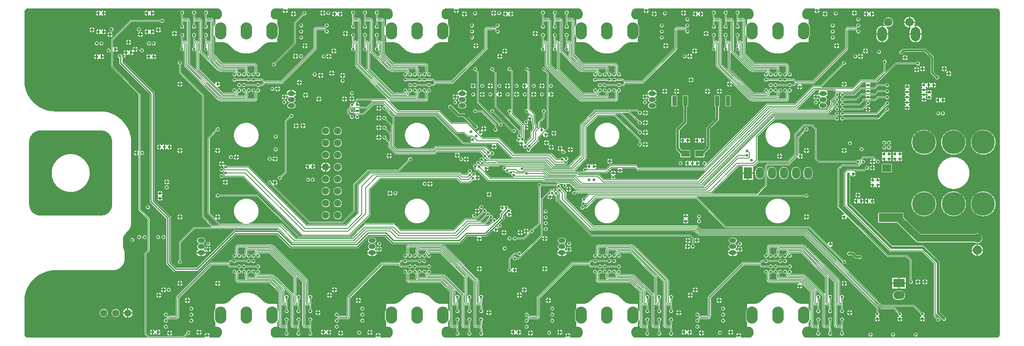
<source format=gbr>
%TF.GenerationSoftware,Altium Limited,Altium Designer,25.8.1 (18)*%
G04 Layer_Physical_Order=6*
G04 Layer_Color=15238730*
%FSLAX45Y45*%
%MOMM*%
%TF.SameCoordinates,304ADD41-B96C-4BE1-A440-764D1465AFBB*%
%TF.FilePolarity,Positive*%
%TF.FileFunction,Copper,L6,Bot,Signal*%
%TF.Part,Single*%
G01*
G75*
%TA.AperFunction,Conductor*%
%ADD10C,0.27640*%
%ADD12C,0.15000*%
%ADD63C,0.50000*%
%ADD67C,0.40000*%
%TA.AperFunction,ComponentPad*%
%ADD69O,1.52400X0.93980*%
%TA.AperFunction,WasherPad*%
%ADD70C,10.00000*%
%TA.AperFunction,ComponentPad*%
%ADD71C,1.50000*%
%ADD72R,1.70000X2.40000*%
%ADD73R,2.40000X1.70000*%
%ADD74C,1.90000*%
%ADD75O,2.00000X3.00000*%
%ADD76C,1.80000*%
%ADD77O,2.40000X1.70000*%
%ADD78C,5.00000*%
%ADD79O,2.44000X3.60000*%
%ADD80O,1.70000X2.40000*%
%ADD81C,0.65000*%
%TA.AperFunction,ViaPad*%
%ADD82C,0.60000*%
%TA.AperFunction,SMDPad,CuDef*%
%ADD86R,0.15000X0.15000*%
%TA.AperFunction,Conductor*%
%ADD87C,1.50000*%
G36*
X10221734Y3471648D02*
X10235295Y3466031D01*
X10247499Y3457876D01*
X10257877Y3447498D01*
X10266031Y3435294D01*
X10271648Y3421734D01*
X10274512Y3407338D01*
X10274512Y3399999D01*
X10274511Y-3400000D01*
X10274511Y-3407339D01*
X10271648Y-3421734D01*
X10266031Y-3435295D01*
X10257876Y-3447499D01*
X10247498Y-3457877D01*
X10235294Y-3466031D01*
X10221733Y-3471648D01*
X10207338Y-3474511D01*
X6205584D01*
X6202989Y-3474307D01*
X6195233Y-3473079D01*
X6187598Y-3471246D01*
X6180131Y-3468819D01*
X6172877Y-3465815D01*
X6165880Y-3462250D01*
X6159186Y-3458147D01*
X6152833Y-3453532D01*
X6146862Y-3448433D01*
X6141310Y-3442880D01*
X6136211Y-3436910D01*
X6131596Y-3430557D01*
X6127493Y-3423862D01*
X6123928Y-3416866D01*
X6120923Y-3409612D01*
X6118497Y-3402144D01*
X6116664Y-3394509D01*
X6115436Y-3386754D01*
X6114820Y-3378926D01*
X6114743Y-3375000D01*
Y-3340000D01*
X6114820Y-3336074D01*
X6115436Y-3328247D01*
X6116664Y-3320491D01*
X6118497Y-3312856D01*
X6120923Y-3305389D01*
X6123928Y-3298134D01*
X6127493Y-3291138D01*
X6131596Y-3284443D01*
X6136211Y-3278091D01*
X6141310Y-3272120D01*
X6146862Y-3266568D01*
X6152833Y-3261468D01*
X6159186Y-3256853D01*
X6165880Y-3252751D01*
X6172877Y-3249186D01*
X6180131Y-3246181D01*
X6187598Y-3243755D01*
X6195233Y-3241922D01*
X6202989Y-3240693D01*
X6210817Y-3240077D01*
X6214743Y-3240000D01*
X6250000D01*
Y-3136836D01*
X6255144Y-3129428D01*
X6259956Y-3121317D01*
X6264178Y-3112883D01*
X6267787Y-3104170D01*
X6270765Y-3095222D01*
X6272383Y-3088885D01*
X6282383Y-3090141D01*
Y-3202500D01*
X6282391Y-3202582D01*
X6282712Y-3209127D01*
X6283686Y-3215691D01*
X6285298Y-3222127D01*
X6287534Y-3228374D01*
X6290370Y-3234372D01*
X6293782Y-3240064D01*
X6297734Y-3245393D01*
X6302190Y-3250310D01*
X6307107Y-3254766D01*
X6312436Y-3258718D01*
X6318128Y-3262130D01*
X6324126Y-3264967D01*
X6330373Y-3267202D01*
X6336810Y-3268814D01*
X6343373Y-3269788D01*
X6349933Y-3270110D01*
X6350000Y-3270117D01*
X6423134D01*
X6423451Y-3270198D01*
X6432301Y-3279049D01*
X6432383Y-3279365D01*
X6432382Y-3342500D01*
X6432468Y-3343371D01*
Y-3351430D01*
X6432256Y-3351518D01*
X6427712Y-3354142D01*
X6423548Y-3357336D01*
X6419837Y-3361047D01*
X6416643Y-3365210D01*
X6414019Y-3369755D01*
X6412011Y-3374603D01*
X6410652Y-3379672D01*
X6409967Y-3384875D01*
Y-3390123D01*
X6410652Y-3395326D01*
X6412011Y-3400395D01*
X6414019Y-3405243D01*
X6416643Y-3409788D01*
X6419837Y-3413951D01*
X6423548Y-3417662D01*
X6427712Y-3420857D01*
X6432256Y-3423481D01*
X6437104Y-3425489D01*
X6442174Y-3426847D01*
X6447376Y-3427532D01*
X6452624D01*
X6457827Y-3426847D01*
X6462896Y-3425489D01*
X6467744Y-3423481D01*
X6472289Y-3420857D01*
X6476452Y-3417662D01*
X6480163Y-3413951D01*
X6483358Y-3409788D01*
X6485982Y-3405243D01*
X6487990Y-3400395D01*
X6489348Y-3395326D01*
X6490033Y-3390123D01*
Y-3384875D01*
X6489348Y-3379672D01*
X6487990Y-3374603D01*
X6485982Y-3369755D01*
X6483358Y-3365210D01*
X6480163Y-3361047D01*
X6476452Y-3357336D01*
X6472289Y-3354142D01*
X6467744Y-3351518D01*
X6467534Y-3351431D01*
Y-3343350D01*
X6467618Y-3342500D01*
X6467618Y-3272499D01*
X6467605Y-3272368D01*
X6467292Y-3267589D01*
X6466332Y-3262764D01*
X6464751Y-3258105D01*
X6462575Y-3253692D01*
X6459841Y-3249601D01*
X6456597Y-3245902D01*
X6453848Y-3243491D01*
X6453010Y-3237500D01*
X6453848Y-3231508D01*
X6456597Y-3229096D01*
X6459842Y-3225397D01*
X6462575Y-3221306D01*
X6464751Y-3216894D01*
X6466333Y-3212235D01*
X6467292Y-3207409D01*
X6467606Y-3202631D01*
X6467619Y-3202500D01*
Y-3132500D01*
X6467534Y-3131641D01*
Y-3123568D01*
X6467744Y-3123480D01*
X6472289Y-3120857D01*
X6476452Y-3117662D01*
X6480163Y-3113951D01*
X6483357Y-3109788D01*
X6485981Y-3105243D01*
X6487990Y-3100395D01*
X6489348Y-3095326D01*
X6490033Y-3090123D01*
Y-3084875D01*
X6489348Y-3079672D01*
X6487990Y-3074603D01*
X6485981Y-3069755D01*
X6483357Y-3065210D01*
X6480163Y-3061047D01*
X6476452Y-3057336D01*
X6472289Y-3054141D01*
X6467744Y-3051518D01*
X6462896Y-3049509D01*
X6457827Y-3048151D01*
X6452624Y-3047466D01*
X6447376D01*
X6442173Y-3048151D01*
X6437104Y-3049509D01*
X6432256Y-3051518D01*
X6427711Y-3054141D01*
X6423548Y-3057336D01*
X6419837Y-3061047D01*
X6416642Y-3065210D01*
X6414018Y-3069755D01*
X6412010Y-3074603D01*
X6410652Y-3079672D01*
X6409967Y-3084875D01*
Y-3090123D01*
X6410652Y-3095326D01*
X6412010Y-3100395D01*
X6414018Y-3105243D01*
X6416642Y-3109788D01*
X6419837Y-3113951D01*
X6423548Y-3117662D01*
X6427711Y-3120857D01*
X6432256Y-3123480D01*
X6432468Y-3123568D01*
Y-3131639D01*
X6432383Y-3132500D01*
Y-3195634D01*
X6430489Y-3202988D01*
X6423135Y-3204882D01*
X6356866D01*
X6349512Y-3202988D01*
X6347618Y-3195634D01*
Y-2773541D01*
X6357618Y-2770238D01*
X6357734Y-2770394D01*
X6362190Y-2775311D01*
X6367107Y-2779767D01*
X6372436Y-2783719D01*
X6378127Y-2787131D01*
X6384126Y-2789967D01*
X6390373Y-2792203D01*
X6396809Y-2793815D01*
X6403373Y-2794789D01*
X6409928Y-2795111D01*
X6410000Y-2795118D01*
X6423134D01*
X6430488Y-2797012D01*
X6432382Y-2804367D01*
Y-2867500D01*
X6432468Y-2868372D01*
Y-2876431D01*
X6432255Y-2876519D01*
X6427711Y-2879143D01*
X6423547Y-2882337D01*
X6419836Y-2886048D01*
X6416642Y-2890211D01*
X6414018Y-2894756D01*
X6412010Y-2899604D01*
X6410651Y-2904673D01*
X6409966Y-2909876D01*
Y-2915124D01*
X6410651Y-2920327D01*
X6412010Y-2925396D01*
X6414018Y-2930244D01*
X6416642Y-2934789D01*
X6419836Y-2938952D01*
X6423547Y-2942663D01*
X6427711Y-2945858D01*
X6432255Y-2948482D01*
X6437103Y-2950490D01*
X6442173Y-2951848D01*
X6447375Y-2952533D01*
X6452623D01*
X6457826Y-2951848D01*
X6462895Y-2950490D01*
X6467743Y-2948482D01*
X6472288Y-2945858D01*
X6476451Y-2942663D01*
X6480162Y-2938952D01*
X6483357Y-2934789D01*
X6485981Y-2930244D01*
X6487989Y-2925396D01*
X6489347Y-2920327D01*
X6490032Y-2915124D01*
Y-2909876D01*
X6489347Y-2904673D01*
X6487989Y-2899604D01*
X6485981Y-2894756D01*
X6483357Y-2890211D01*
X6480162Y-2886048D01*
X6476451Y-2882337D01*
X6472288Y-2879143D01*
X6467743Y-2876519D01*
X6467534Y-2876432D01*
Y-2868349D01*
X6467617Y-2867500D01*
Y-2797500D01*
X6467605Y-2797369D01*
X6467291Y-2792590D01*
X6466331Y-2787765D01*
X6464750Y-2783106D01*
X6462574Y-2778693D01*
X6459841Y-2774602D01*
X6456596Y-2770903D01*
X6453847Y-2768492D01*
X6453010Y-2762501D01*
X6453848Y-2756509D01*
X6456597Y-2754097D01*
X6459841Y-2750398D01*
X6462575Y-2746307D01*
X6464751Y-2741895D01*
X6466332Y-2737236D01*
X6467292Y-2732410D01*
X6467605Y-2727632D01*
X6467618Y-2727501D01*
Y-2657501D01*
X6467534Y-2656647D01*
Y-2648567D01*
X6467742Y-2648481D01*
X6472287Y-2645857D01*
X6476450Y-2642663D01*
X6480161Y-2638952D01*
X6483356Y-2634788D01*
X6485979Y-2630244D01*
X6487988Y-2625396D01*
X6489346Y-2620326D01*
X6490031Y-2615124D01*
Y-2609876D01*
X6489346Y-2604673D01*
X6487988Y-2599604D01*
X6485979Y-2594756D01*
X6483356Y-2590211D01*
X6480161Y-2586048D01*
X6476450Y-2582337D01*
X6472287Y-2579142D01*
X6467742Y-2576518D01*
X6462894Y-2574510D01*
X6457825Y-2573152D01*
X6452622Y-2572467D01*
X6447374D01*
X6442171Y-2573152D01*
X6437102Y-2574510D01*
X6432254Y-2576518D01*
X6427709Y-2579142D01*
X6423546Y-2582337D01*
X6419835Y-2586048D01*
X6417618Y-2588937D01*
X6413353Y-2588618D01*
X6407618Y-2585839D01*
Y-2518285D01*
X6407632Y-2508284D01*
X6407631D01*
X6407238Y-2498271D01*
X6406060Y-2488319D01*
X6404105Y-2478490D01*
X6402128Y-2471479D01*
X6411044Y-2466253D01*
X6531684Y-2586893D01*
X6531685Y-2586894D01*
X6532383Y-2596605D01*
Y-3202500D01*
X6532391Y-3202582D01*
X6532712Y-3209127D01*
X6533686Y-3215691D01*
X6535298Y-3222127D01*
X6537534Y-3228374D01*
X6540370Y-3234372D01*
X6543782Y-3240064D01*
X6547734Y-3245393D01*
X6552190Y-3250310D01*
X6557107Y-3254766D01*
X6562436Y-3258718D01*
X6568128Y-3262130D01*
X6574126Y-3264967D01*
X6580373Y-3267202D01*
X6586810Y-3268814D01*
X6593373Y-3269788D01*
X6599933Y-3270110D01*
X6600000Y-3270117D01*
X6673134D01*
X6680488Y-3272011D01*
X6682383Y-3279365D01*
Y-3342500D01*
X6682468Y-3343368D01*
Y-3351429D01*
X6682256Y-3351517D01*
X6677712Y-3354141D01*
X6673548Y-3357335D01*
X6669837Y-3361046D01*
X6666643Y-3365210D01*
X6664019Y-3369754D01*
X6662011Y-3374603D01*
X6660652Y-3379672D01*
X6659967Y-3384875D01*
Y-3390122D01*
X6660652Y-3395325D01*
X6662011Y-3400394D01*
X6664019Y-3405243D01*
X6666643Y-3409787D01*
X6669837Y-3413950D01*
X6673548Y-3417661D01*
X6677712Y-3420856D01*
X6682256Y-3423480D01*
X6687104Y-3425488D01*
X6692174Y-3426846D01*
X6697376Y-3427531D01*
X6702624D01*
X6707827Y-3426846D01*
X6712896Y-3425488D01*
X6717745Y-3423480D01*
X6722289Y-3420856D01*
X6726452Y-3417661D01*
X6730163Y-3413950D01*
X6733358Y-3409787D01*
X6735982Y-3405243D01*
X6737990Y-3400394D01*
X6739348Y-3395325D01*
X6740033Y-3390122D01*
Y-3384875D01*
X6739348Y-3379672D01*
X6737990Y-3374603D01*
X6735982Y-3369754D01*
X6733358Y-3365210D01*
X6730163Y-3361046D01*
X6726452Y-3357335D01*
X6722289Y-3354141D01*
X6717745Y-3351517D01*
X6717534Y-3351430D01*
Y-3343353D01*
X6717618Y-3342500D01*
Y-3272499D01*
X6717605Y-3272368D01*
X6717292Y-3267589D01*
X6716332Y-3262764D01*
X6714751Y-3258105D01*
X6712575Y-3253692D01*
X6709841Y-3249601D01*
X6706597Y-3245902D01*
X6703848Y-3243491D01*
X6703010Y-3237499D01*
X6703848Y-3231507D01*
X6706597Y-3229096D01*
X6709842Y-3225397D01*
X6712575Y-3221306D01*
X6714751Y-3216893D01*
X6716333Y-3212235D01*
X6717292Y-3207409D01*
X6717606Y-3202631D01*
X6717619Y-3202500D01*
Y-3132500D01*
X6717534Y-3131644D01*
Y-3123568D01*
X6717743Y-3123481D01*
X6722288Y-3120858D01*
X6726451Y-3117663D01*
X6730162Y-3113952D01*
X6733357Y-3109789D01*
X6735981Y-3105244D01*
X6737989Y-3100396D01*
X6739347Y-3095327D01*
X6740032Y-3090124D01*
Y-3084876D01*
X6739347Y-3079673D01*
X6737989Y-3074604D01*
X6735981Y-3069756D01*
X6733357Y-3065211D01*
X6730162Y-3061048D01*
X6726451Y-3057337D01*
X6722288Y-3054142D01*
X6717743Y-3051519D01*
X6712895Y-3049510D01*
X6707826Y-3048152D01*
X6702623Y-3047467D01*
X6697375D01*
X6692173Y-3048152D01*
X6687103Y-3049510D01*
X6682255Y-3051519D01*
X6677711Y-3054142D01*
X6673547Y-3057337D01*
X6669836Y-3061048D01*
X6666642Y-3065211D01*
X6664018Y-3069756D01*
X6662010Y-3074604D01*
X6660651Y-3079673D01*
X6659966Y-3084876D01*
Y-3090124D01*
X6660651Y-3095327D01*
X6662010Y-3100396D01*
X6664018Y-3105244D01*
X6666642Y-3109789D01*
X6669836Y-3113952D01*
X6673547Y-3117663D01*
X6677711Y-3120858D01*
X6682255Y-3123481D01*
X6682468Y-3123570D01*
Y-3131636D01*
X6682383Y-3132500D01*
Y-3195634D01*
X6680489Y-3202988D01*
X6673135Y-3204882D01*
X6606866D01*
X6599512Y-3202988D01*
X6597618Y-3195634D01*
Y-2773541D01*
X6607618Y-2770238D01*
X6607734Y-2770394D01*
X6612190Y-2775311D01*
X6617107Y-2779767D01*
X6622436Y-2783719D01*
X6628127Y-2787131D01*
X6634126Y-2789967D01*
X6640373Y-2792203D01*
X6646809Y-2793815D01*
X6653373Y-2794789D01*
X6659933Y-2795111D01*
X6660000Y-2795118D01*
X6673134D01*
X6680488Y-2797012D01*
X6682382Y-2804366D01*
Y-2867500D01*
X6682468Y-2868375D01*
Y-2876429D01*
X6682256Y-2876517D01*
X6677711Y-2879141D01*
X6673548Y-2882336D01*
X6669837Y-2886047D01*
X6666642Y-2890210D01*
X6664018Y-2894754D01*
X6662010Y-2899603D01*
X6660652Y-2904672D01*
X6659967Y-2909875D01*
Y-2915122D01*
X6660652Y-2920325D01*
X6662010Y-2925394D01*
X6664018Y-2930243D01*
X6666642Y-2934787D01*
X6669837Y-2938951D01*
X6673548Y-2942662D01*
X6677711Y-2945856D01*
X6682256Y-2948480D01*
X6687104Y-2950488D01*
X6692173Y-2951847D01*
X6697376Y-2952532D01*
X6702624D01*
X6707827Y-2951847D01*
X6712896Y-2950488D01*
X6717744Y-2948480D01*
X6722289Y-2945856D01*
X6726452Y-2942662D01*
X6730163Y-2938951D01*
X6733357Y-2934787D01*
X6735981Y-2930243D01*
X6737990Y-2925394D01*
X6739348Y-2920325D01*
X6740033Y-2915122D01*
Y-2909875D01*
X6739348Y-2904672D01*
X6737990Y-2899603D01*
X6735981Y-2894754D01*
X6733357Y-2890210D01*
X6730163Y-2886047D01*
X6726452Y-2882336D01*
X6722289Y-2879141D01*
X6717744Y-2876517D01*
X6717534Y-2876430D01*
Y-2868346D01*
X6717618Y-2867500D01*
Y-2797500D01*
X6717605Y-2797369D01*
X6717291Y-2792590D01*
X6716331Y-2787765D01*
X6714750Y-2783106D01*
X6712574Y-2778693D01*
X6709841Y-2774602D01*
X6706596Y-2770903D01*
X6703847Y-2768492D01*
X6703010Y-2762501D01*
X6703848Y-2756509D01*
X6706597Y-2754097D01*
X6709841Y-2750398D01*
X6712575Y-2746307D01*
X6714751Y-2741895D01*
X6716332Y-2737236D01*
X6717292Y-2732410D01*
X6717605Y-2727632D01*
X6717618Y-2727501D01*
Y-2657501D01*
X6717534Y-2656647D01*
Y-2648567D01*
X6717744Y-2648480D01*
X6722289Y-2645856D01*
X6726452Y-2642662D01*
X6730163Y-2638951D01*
X6733357Y-2634787D01*
X6735981Y-2630243D01*
X6737990Y-2625395D01*
X6739348Y-2620325D01*
X6740033Y-2615123D01*
Y-2609875D01*
X6739348Y-2604672D01*
X6737990Y-2599603D01*
X6735981Y-2594755D01*
X6733357Y-2590210D01*
X6730163Y-2586047D01*
X6726452Y-2582336D01*
X6722289Y-2579141D01*
X6717744Y-2576517D01*
X6712896Y-2574509D01*
X6707827Y-2573151D01*
X6702624Y-2572466D01*
X6697376D01*
X6692173Y-2573151D01*
X6687104Y-2574509D01*
X6682256Y-2576517D01*
X6677711Y-2579141D01*
X6673548Y-2582336D01*
X6669837Y-2586047D01*
X6667618Y-2588938D01*
X6663361Y-2588621D01*
X6657618Y-2585840D01*
Y-2193283D01*
X6657611Y-2193217D01*
X6657289Y-2186656D01*
X6657260Y-2186465D01*
X6666668Y-2181730D01*
X6781685Y-2296747D01*
X6781766Y-2296814D01*
X6782230Y-2297508D01*
X6782393Y-2298326D01*
X6782382Y-2298432D01*
X6782383Y-3202500D01*
X6782391Y-3202582D01*
X6782712Y-3209127D01*
X6783686Y-3215691D01*
X6785298Y-3222127D01*
X6787534Y-3228374D01*
X6790370Y-3234372D01*
X6793782Y-3240064D01*
X6797734Y-3245393D01*
X6802190Y-3250310D01*
X6807107Y-3254766D01*
X6812436Y-3258718D01*
X6818128Y-3262130D01*
X6824126Y-3264967D01*
X6830373Y-3267202D01*
X6836810Y-3268814D01*
X6843373Y-3269788D01*
X6849933Y-3270110D01*
X6850000Y-3270117D01*
X6923134D01*
X6930488Y-3272011D01*
X6932382Y-3279365D01*
Y-3342500D01*
X6932468Y-3343371D01*
Y-3351429D01*
X6932256Y-3351517D01*
X6927711Y-3354141D01*
X6923548Y-3357335D01*
X6919837Y-3361046D01*
X6916643Y-3365210D01*
X6914019Y-3369754D01*
X6912010Y-3374603D01*
X6910652Y-3379672D01*
X6909967Y-3384875D01*
Y-3390122D01*
X6910652Y-3395325D01*
X6912010Y-3400394D01*
X6914019Y-3405243D01*
X6916643Y-3409787D01*
X6919837Y-3413950D01*
X6923548Y-3417661D01*
X6927711Y-3420856D01*
X6932256Y-3423480D01*
X6937104Y-3425488D01*
X6942173Y-3426846D01*
X6947376Y-3427531D01*
X6952624D01*
X6957827Y-3426846D01*
X6962896Y-3425488D01*
X6967744Y-3423480D01*
X6972289Y-3420856D01*
X6976452Y-3417661D01*
X6980163Y-3413950D01*
X6983358Y-3409787D01*
X6985981Y-3405243D01*
X6987990Y-3400394D01*
X6989348Y-3395325D01*
X6990033Y-3390122D01*
Y-3384875D01*
X6989348Y-3379672D01*
X6987990Y-3374603D01*
X6985981Y-3369754D01*
X6983358Y-3365210D01*
X6980163Y-3361046D01*
X6976452Y-3357335D01*
X6972289Y-3354141D01*
X6967744Y-3351517D01*
X6967534Y-3351430D01*
Y-3343350D01*
X6967618Y-3342500D01*
Y-3272499D01*
X6967605Y-3272368D01*
X6967292Y-3267589D01*
X6966332Y-3262764D01*
X6964750Y-3258105D01*
X6962574Y-3253692D01*
X6959841Y-3249601D01*
X6956597Y-3245902D01*
X6953848Y-3243491D01*
X6953010Y-3237500D01*
X6953848Y-3231508D01*
X6956597Y-3229096D01*
X6959841Y-3225397D01*
X6962575Y-3221306D01*
X6964751Y-3216894D01*
X6966332Y-3212235D01*
X6967292Y-3207409D01*
X6967605Y-3202631D01*
X6967618Y-3202500D01*
Y-3132500D01*
X6967534Y-3131644D01*
Y-3123568D01*
X6967743Y-3123481D01*
X6972288Y-3120858D01*
X6976451Y-3117663D01*
X6980162Y-3113952D01*
X6983357Y-3109789D01*
X6985980Y-3105244D01*
X6987989Y-3100396D01*
X6989347Y-3095327D01*
X6990032Y-3090124D01*
Y-3084876D01*
X6989347Y-3079673D01*
X6987989Y-3074604D01*
X6985980Y-3069756D01*
X6983357Y-3065211D01*
X6980162Y-3061048D01*
X6976451Y-3057337D01*
X6972288Y-3054142D01*
X6967743Y-3051519D01*
X6962895Y-3049510D01*
X6957826Y-3048152D01*
X6952623Y-3047467D01*
X6947375D01*
X6942172Y-3048152D01*
X6937103Y-3049510D01*
X6932255Y-3051519D01*
X6927710Y-3054142D01*
X6923547Y-3057337D01*
X6919836Y-3061048D01*
X6916641Y-3065211D01*
X6914018Y-3069756D01*
X6912009Y-3074604D01*
X6910651Y-3079673D01*
X6909966Y-3084876D01*
Y-3090124D01*
X6910651Y-3095327D01*
X6912009Y-3100396D01*
X6914018Y-3105244D01*
X6916641Y-3109789D01*
X6919836Y-3113952D01*
X6923547Y-3117663D01*
X6927710Y-3120858D01*
X6932255Y-3123481D01*
X6932468Y-3123570D01*
Y-3131634D01*
X6932383Y-3132500D01*
Y-3195634D01*
X6930489Y-3202987D01*
X6923134Y-3204882D01*
X6856866D01*
X6849512Y-3202988D01*
X6847618Y-3195634D01*
Y-2773541D01*
X6857618Y-2770238D01*
X6857734Y-2770394D01*
X6862190Y-2775311D01*
X6867106Y-2779767D01*
X6872436Y-2783719D01*
X6878127Y-2787131D01*
X6884125Y-2789967D01*
X6890373Y-2792203D01*
X6896809Y-2793815D01*
X6903373Y-2794789D01*
X6909933Y-2795111D01*
X6910000Y-2795118D01*
X6923133D01*
X6930488Y-2797012D01*
X6932382Y-2804366D01*
Y-2867500D01*
X6932468Y-2868377D01*
Y-2876429D01*
X6932256Y-2876517D01*
X6927711Y-2879141D01*
X6923548Y-2882336D01*
X6919837Y-2886047D01*
X6916642Y-2890210D01*
X6914018Y-2894754D01*
X6912010Y-2899603D01*
X6910652Y-2904672D01*
X6909967Y-2909875D01*
Y-2915122D01*
X6910652Y-2920325D01*
X6912010Y-2925394D01*
X6914018Y-2930243D01*
X6916642Y-2934787D01*
X6919837Y-2938951D01*
X6923548Y-2942662D01*
X6927711Y-2945856D01*
X6932256Y-2948480D01*
X6937104Y-2950488D01*
X6942173Y-2951847D01*
X6947376Y-2952532D01*
X6952624D01*
X6957827Y-2951847D01*
X6962896Y-2950488D01*
X6967744Y-2948480D01*
X6972289Y-2945856D01*
X6976452Y-2942662D01*
X6980163Y-2938951D01*
X6983357Y-2934787D01*
X6985981Y-2930243D01*
X6987990Y-2925394D01*
X6989348Y-2920325D01*
X6990033Y-2915122D01*
Y-2909875D01*
X6989348Y-2904672D01*
X6987990Y-2899603D01*
X6985981Y-2894754D01*
X6983357Y-2890210D01*
X6980163Y-2886047D01*
X6976452Y-2882336D01*
X6972289Y-2879141D01*
X6967744Y-2876517D01*
X6967534Y-2876430D01*
Y-2868344D01*
X6967617Y-2867500D01*
Y-2797500D01*
X6967604Y-2797369D01*
X6967291Y-2792590D01*
X6966331Y-2787765D01*
X6964750Y-2783106D01*
X6962574Y-2778693D01*
X6959840Y-2774602D01*
X6956596Y-2770903D01*
X6953847Y-2768492D01*
X6953010Y-2762501D01*
X6953847Y-2756509D01*
X6956597Y-2754097D01*
X6959841Y-2750398D01*
X6962574Y-2746307D01*
X6964750Y-2741895D01*
X6966332Y-2737236D01*
X6967292Y-2732410D01*
X6967605Y-2727632D01*
X6967618Y-2727501D01*
Y-2657501D01*
X6967534Y-2656650D01*
Y-2648567D01*
X6967745Y-2648480D01*
X6972290Y-2645856D01*
X6976453Y-2642662D01*
X6980164Y-2638951D01*
X6983358Y-2634787D01*
X6985982Y-2630243D01*
X6987991Y-2625395D01*
X6989349Y-2620325D01*
X6990034Y-2615123D01*
Y-2609875D01*
X6989349Y-2604672D01*
X6987991Y-2599603D01*
X6985982Y-2594755D01*
X6983358Y-2590210D01*
X6980164Y-2586047D01*
X6976453Y-2582336D01*
X6972290Y-2579141D01*
X6967745Y-2576517D01*
X6962897Y-2574509D01*
X6957828Y-2573151D01*
X6952625Y-2572466D01*
X6947377D01*
X6942174Y-2573151D01*
X6937105Y-2574509D01*
X6932257Y-2576517D01*
X6927712Y-2579141D01*
X6923549Y-2582336D01*
X6919838Y-2586047D01*
X6917618Y-2588940D01*
X6913367Y-2588625D01*
X6907618Y-2585843D01*
Y-2298432D01*
X6907631D01*
X6907238Y-2288418D01*
X6906060Y-2278466D01*
X6904105Y-2268637D01*
X6901384Y-2258991D01*
X6897916Y-2249589D01*
X6893720Y-2240488D01*
X6888823Y-2231745D01*
X6883256Y-2223412D01*
X6877052Y-2215542D01*
X6870249Y-2208183D01*
X6870249Y-2208183D01*
X6863168Y-2201121D01*
X6224382Y-1562333D01*
X6224382Y-1562333D01*
X6216130Y-1554565D01*
X6207423Y-1547309D01*
X6198295Y-1540592D01*
X6188778Y-1534439D01*
X6178906Y-1528871D01*
X6168717Y-1523910D01*
X6158246Y-1519573D01*
X6147533Y-1515876D01*
X6136616Y-1512833D01*
X6125535Y-1510454D01*
X6114331Y-1508749D01*
X6103044Y-1507723D01*
X6091716Y-1507381D01*
Y-1507382D01*
X5435005D01*
X5435000Y-1507381D01*
Y-1507382D01*
X5434944Y-1507387D01*
X5428373Y-1507710D01*
X5421809Y-1508684D01*
X5415373Y-1510296D01*
X5409125Y-1512531D01*
X5403127Y-1515368D01*
X5397436Y-1518780D01*
X5392106Y-1522732D01*
X5387190Y-1527188D01*
X5382733Y-1532105D01*
X5378781Y-1537434D01*
X5375369Y-1543126D01*
X5372533Y-1549124D01*
X5370297Y-1555372D01*
X5368685Y-1561808D01*
X5367711Y-1568372D01*
X5367389Y-1574932D01*
X5367382Y-1574999D01*
Y-1698356D01*
X5366954Y-1699182D01*
X5360354Y-1704964D01*
X5358443Y-1705817D01*
X5357827Y-1705652D01*
X5352624Y-1704967D01*
X5347376D01*
X5342173Y-1705652D01*
X5337104Y-1707010D01*
X5332256Y-1709018D01*
X5327711Y-1711642D01*
X5323548Y-1714837D01*
X5319837Y-1718547D01*
X5316643Y-1722711D01*
X5314019Y-1727255D01*
X5312010Y-1732104D01*
X5310652Y-1737173D01*
X5309967Y-1742376D01*
Y-1747623D01*
X5310652Y-1752826D01*
X5312010Y-1757895D01*
X5314019Y-1762744D01*
X5316643Y-1767288D01*
X5319837Y-1771452D01*
X5323548Y-1775163D01*
X5327711Y-1778357D01*
X5332256Y-1780981D01*
X5337104Y-1782989D01*
X5342173Y-1784347D01*
X5347376Y-1785032D01*
X5352624D01*
X5357827Y-1784347D01*
X5362896Y-1782989D01*
X5367744Y-1780981D01*
X5372289Y-1778357D01*
X5376452Y-1775163D01*
X5380163Y-1771452D01*
X5383358Y-1767288D01*
X5385982Y-1762744D01*
X5387990Y-1757895D01*
X5389348Y-1752826D01*
X5390033Y-1747623D01*
Y-1742376D01*
X5389348Y-1737173D01*
X5388405Y-1733653D01*
X5392803Y-1727815D01*
X5400167Y-1724748D01*
X5405444Y-1725485D01*
X5411595Y-1733653D01*
X5410652Y-1737173D01*
X5409967Y-1742376D01*
Y-1747624D01*
X5410652Y-1752827D01*
X5412011Y-1757896D01*
X5414019Y-1762744D01*
X5416643Y-1767289D01*
X5419837Y-1771452D01*
X5423548Y-1775163D01*
X5427712Y-1778357D01*
X5432256Y-1780981D01*
X5437104Y-1782990D01*
X5442174Y-1784348D01*
X5447376Y-1785033D01*
X5452624D01*
X5457827Y-1784348D01*
X5462896Y-1782990D01*
X5467744Y-1780981D01*
X5472289Y-1778357D01*
X5476452Y-1775163D01*
X5480163Y-1771452D01*
X5483358Y-1767289D01*
X5485982Y-1762744D01*
X5487990Y-1757896D01*
X5489348Y-1752827D01*
X5490033Y-1747624D01*
Y-1742376D01*
X5489348Y-1737173D01*
X5487990Y-1732104D01*
X5485982Y-1727256D01*
X5483358Y-1722711D01*
X5480163Y-1718548D01*
X5476452Y-1714837D01*
X5472289Y-1711642D01*
X5467744Y-1709018D01*
X5462896Y-1707010D01*
X5457827Y-1705652D01*
X5452624Y-1704967D01*
X5447376D01*
X5442174Y-1705652D01*
X5441558Y-1705817D01*
X5439643Y-1704962D01*
X5433046Y-1699182D01*
X5432618Y-1698357D01*
Y-1581865D01*
X5434512Y-1574511D01*
X5441866Y-1572617D01*
X5588958D01*
X5592262Y-1582617D01*
X5592106Y-1582732D01*
X5587189Y-1587188D01*
X5582733Y-1592105D01*
X5578781Y-1597434D01*
X5575369Y-1603126D01*
X5572532Y-1609124D01*
X5570297Y-1615372D01*
X5568685Y-1621808D01*
X5567711Y-1628372D01*
X5567389Y-1634932D01*
X5567382Y-1634999D01*
Y-1698356D01*
X5566954Y-1699182D01*
X5560356Y-1704962D01*
X5558442Y-1705817D01*
X5557827Y-1705652D01*
X5552624Y-1704967D01*
X5547377D01*
X5542174Y-1705652D01*
X5537104Y-1707010D01*
X5532256Y-1709018D01*
X5527712Y-1711642D01*
X5523548Y-1714837D01*
X5519837Y-1718547D01*
X5516643Y-1722711D01*
X5514019Y-1727255D01*
X5512011Y-1732104D01*
X5510652Y-1737173D01*
X5509967Y-1742376D01*
Y-1747623D01*
X5510652Y-1752826D01*
X5512011Y-1757895D01*
X5514019Y-1762744D01*
X5516643Y-1767288D01*
X5519837Y-1771452D01*
X5523548Y-1775163D01*
X5527712Y-1778357D01*
X5532256Y-1780981D01*
X5537104Y-1782989D01*
X5542174Y-1784347D01*
X5547377Y-1785032D01*
X5552624D01*
X5557827Y-1784347D01*
X5562896Y-1782989D01*
X5567745Y-1780981D01*
X5572289Y-1778357D01*
X5576452Y-1775163D01*
X5580163Y-1771452D01*
X5583358Y-1767288D01*
X5585982Y-1762744D01*
X5587990Y-1757895D01*
X5589348Y-1752826D01*
X5590033Y-1747623D01*
Y-1742376D01*
X5589348Y-1737173D01*
X5588405Y-1733653D01*
X5592805Y-1727812D01*
X5599995Y-1724804D01*
X5607197Y-1727813D01*
X5611596Y-1733653D01*
X5610652Y-1737173D01*
X5609967Y-1742376D01*
Y-1747623D01*
X5610652Y-1752826D01*
X5612011Y-1757895D01*
X5614019Y-1762744D01*
X5616643Y-1767288D01*
X5619837Y-1771452D01*
X5623548Y-1775163D01*
X5627712Y-1778357D01*
X5632256Y-1780981D01*
X5637105Y-1782989D01*
X5642174Y-1784347D01*
X5647377Y-1785032D01*
X5652624D01*
X5657827Y-1784347D01*
X5662896Y-1782989D01*
X5667745Y-1780981D01*
X5672289Y-1778357D01*
X5676452Y-1775163D01*
X5680163Y-1771452D01*
X5683358Y-1767288D01*
X5685982Y-1762744D01*
X5687990Y-1757895D01*
X5689348Y-1752826D01*
X5690033Y-1747623D01*
Y-1742376D01*
X5689348Y-1737173D01*
X5687990Y-1732104D01*
X5685982Y-1727255D01*
X5683358Y-1722711D01*
X5680163Y-1718547D01*
X5676452Y-1714837D01*
X5672289Y-1711642D01*
X5667745Y-1709018D01*
X5662896Y-1707010D01*
X5657827Y-1705652D01*
X5652624Y-1704967D01*
X5647377D01*
X5642174Y-1705652D01*
X5641558Y-1705817D01*
X5639644Y-1704962D01*
X5633046Y-1699182D01*
X5633007Y-1699108D01*
X5632618Y-1693689D01*
Y-1641865D01*
X5634512Y-1634511D01*
X5641866Y-1632617D01*
X5788959D01*
X5792262Y-1642617D01*
X5792107Y-1642733D01*
X5787190Y-1647189D01*
X5782734Y-1652105D01*
X5778781Y-1657435D01*
X5775370Y-1663126D01*
X5772533Y-1669124D01*
X5770298Y-1675372D01*
X5768685Y-1681808D01*
X5767712Y-1688372D01*
X5767390Y-1694921D01*
X5767382Y-1694998D01*
Y-1698356D01*
X5766954Y-1699182D01*
X5760356Y-1704962D01*
X5758442Y-1705816D01*
X5757827Y-1705651D01*
X5752624Y-1704966D01*
X5747376D01*
X5742173Y-1705651D01*
X5737104Y-1707010D01*
X5732256Y-1709018D01*
X5727711Y-1711642D01*
X5723548Y-1714836D01*
X5719837Y-1718547D01*
X5716643Y-1722711D01*
X5714019Y-1727255D01*
X5712010Y-1732103D01*
X5710652Y-1737173D01*
X5709967Y-1742375D01*
Y-1747623D01*
X5710652Y-1752826D01*
X5712010Y-1757895D01*
X5714019Y-1762743D01*
X5716643Y-1767288D01*
X5719837Y-1771451D01*
X5723548Y-1775162D01*
X5727711Y-1778357D01*
X5732256Y-1780981D01*
X5737104Y-1782989D01*
X5742173Y-1784347D01*
X5747376Y-1785032D01*
X5752624D01*
X5757827Y-1784347D01*
X5762896Y-1782989D01*
X5767744Y-1780981D01*
X5772289Y-1778357D01*
X5776452Y-1775162D01*
X5780163Y-1771451D01*
X5783358Y-1767288D01*
X5785982Y-1762743D01*
X5787990Y-1757895D01*
X5789348Y-1752826D01*
X5790033Y-1747623D01*
Y-1742375D01*
X5789348Y-1737173D01*
X5788405Y-1733653D01*
X5792806Y-1727809D01*
X5800000Y-1724791D01*
X5807194Y-1727809D01*
X5811595Y-1733653D01*
X5810652Y-1737173D01*
X5809967Y-1742376D01*
Y-1747623D01*
X5810652Y-1752826D01*
X5812010Y-1757895D01*
X5814019Y-1762744D01*
X5816643Y-1767288D01*
X5819837Y-1771452D01*
X5823548Y-1775163D01*
X5827711Y-1778357D01*
X5832256Y-1780981D01*
X5837104Y-1782989D01*
X5842173Y-1784347D01*
X5847376Y-1785032D01*
X5852624D01*
X5857827Y-1784347D01*
X5862896Y-1782989D01*
X5867744Y-1780981D01*
X5872289Y-1778357D01*
X5876452Y-1775163D01*
X5880163Y-1771452D01*
X5883358Y-1767288D01*
X5885982Y-1762744D01*
X5887990Y-1757895D01*
X5889348Y-1752826D01*
X5890033Y-1747623D01*
Y-1742376D01*
X5889348Y-1737173D01*
X5887990Y-1732104D01*
X5885982Y-1727255D01*
X5883358Y-1722711D01*
X5880163Y-1718547D01*
X5876452Y-1714837D01*
X5872289Y-1711642D01*
X5867744Y-1709018D01*
X5862896Y-1707010D01*
X5857827Y-1705652D01*
X5852624Y-1704967D01*
X5848381D01*
X5846815Y-1704274D01*
X5840233Y-1696150D01*
X5840217Y-1696075D01*
X5840987Y-1692843D01*
X5841866Y-1692617D01*
X6091713Y-1692617D01*
X6091716Y-1692617D01*
X6099076Y-1698990D01*
X6591684Y-2191597D01*
X6591685Y-2191599D01*
X6592383Y-2201310D01*
Y-2537569D01*
X6582523Y-2542876D01*
X6577813Y-2540766D01*
X6577811Y-2540764D01*
X6224382Y-2187334D01*
X6224382Y-2187334D01*
X6216130Y-2179566D01*
X6207423Y-2172310D01*
X6198295Y-2165593D01*
X6188778Y-2159440D01*
X6178906Y-2153872D01*
X6168717Y-2148911D01*
X6158246Y-2144574D01*
X6147533Y-2140877D01*
X6136616Y-2137833D01*
X6125535Y-2135455D01*
X6114331Y-2133750D01*
X6103044Y-2132724D01*
X6091716Y-2132382D01*
Y-2132382D01*
X5841866D01*
X5840987Y-2132156D01*
X5840218Y-2128924D01*
X5840233Y-2128849D01*
X5846815Y-2120726D01*
X5848381Y-2120033D01*
X5852624D01*
X5857827Y-2119348D01*
X5862896Y-2117990D01*
X5867744Y-2115981D01*
X5872289Y-2113357D01*
X5876452Y-2110163D01*
X5880163Y-2106452D01*
X5883358Y-2102289D01*
X5885982Y-2097744D01*
X5887990Y-2092896D01*
X5889348Y-2087827D01*
X5890033Y-2082624D01*
Y-2077376D01*
X5889348Y-2072173D01*
X5887990Y-2067104D01*
X5885982Y-2062256D01*
X5883358Y-2057711D01*
X5880163Y-2053548D01*
X5876452Y-2049837D01*
X5872289Y-2046642D01*
X5867744Y-2044019D01*
X5862896Y-2042010D01*
X5857827Y-2040652D01*
X5852624Y-2039967D01*
X5847376D01*
X5842173Y-2040652D01*
X5837104Y-2042010D01*
X5832256Y-2044019D01*
X5827711Y-2046642D01*
X5823548Y-2049837D01*
X5819837Y-2053548D01*
X5816643Y-2057711D01*
X5814019Y-2062256D01*
X5812010Y-2067104D01*
X5810652Y-2072173D01*
X5809967Y-2077376D01*
Y-2082624D01*
X5810652Y-2087827D01*
X5811595Y-2091346D01*
X5807194Y-2097190D01*
X5800018Y-2100201D01*
X5792804Y-2097187D01*
X5788405Y-2091347D01*
X5789348Y-2087827D01*
X5790033Y-2082624D01*
Y-2077376D01*
X5789348Y-2072173D01*
X5787990Y-2067104D01*
X5785982Y-2062256D01*
X5783358Y-2057711D01*
X5780163Y-2053548D01*
X5776452Y-2049837D01*
X5772289Y-2046642D01*
X5767744Y-2044019D01*
X5762896Y-2042010D01*
X5757827Y-2040652D01*
X5752624Y-2039967D01*
X5747376D01*
X5742173Y-2040652D01*
X5737104Y-2042010D01*
X5732256Y-2044019D01*
X5727711Y-2046642D01*
X5723548Y-2049837D01*
X5719837Y-2053548D01*
X5716643Y-2057711D01*
X5714019Y-2062256D01*
X5712010Y-2067104D01*
X5710652Y-2072173D01*
X5709967Y-2077376D01*
Y-2082624D01*
X5710652Y-2087827D01*
X5712010Y-2092896D01*
X5714019Y-2097744D01*
X5716643Y-2102289D01*
X5719837Y-2106452D01*
X5723548Y-2110163D01*
X5727711Y-2113357D01*
X5732256Y-2115981D01*
X5737104Y-2117990D01*
X5742173Y-2119348D01*
X5747376Y-2120033D01*
X5752624D01*
X5757827Y-2119348D01*
X5758442Y-2119183D01*
X5760355Y-2120037D01*
X5766954Y-2125817D01*
X5767382Y-2126643D01*
Y-2129999D01*
X5767390Y-2130076D01*
X5767712Y-2136627D01*
X5768685Y-2143191D01*
X5770297Y-2149627D01*
X5772533Y-2155875D01*
X5775370Y-2161873D01*
X5778781Y-2167565D01*
X5782734Y-2172894D01*
X5787190Y-2177810D01*
X5792106Y-2182267D01*
X5792262Y-2182382D01*
X5788959Y-2192382D01*
X5641866D01*
X5634512Y-2190488D01*
X5632618Y-2183134D01*
Y-2126643D01*
X5633046Y-2125817D01*
X5639645Y-2120037D01*
X5641558Y-2119183D01*
X5642173Y-2119348D01*
X5647376Y-2120033D01*
X5652624D01*
X5657827Y-2119348D01*
X5662896Y-2117990D01*
X5667744Y-2115981D01*
X5672289Y-2113357D01*
X5676452Y-2110163D01*
X5680163Y-2106452D01*
X5683358Y-2102289D01*
X5685982Y-2097744D01*
X5687990Y-2092896D01*
X5689348Y-2087827D01*
X5690033Y-2082624D01*
Y-2077376D01*
X5689348Y-2072173D01*
X5687990Y-2067104D01*
X5685982Y-2062256D01*
X5683358Y-2057711D01*
X5680163Y-2053548D01*
X5676452Y-2049837D01*
X5672289Y-2046642D01*
X5667744Y-2044019D01*
X5662896Y-2042010D01*
X5657827Y-2040652D01*
X5652624Y-2039967D01*
X5647376D01*
X5642173Y-2040652D01*
X5637104Y-2042010D01*
X5632256Y-2044019D01*
X5627711Y-2046642D01*
X5623548Y-2049837D01*
X5619837Y-2053548D01*
X5616643Y-2057711D01*
X5614019Y-2062256D01*
X5612010Y-2067104D01*
X5610652Y-2072173D01*
X5609967Y-2077376D01*
Y-2082624D01*
X5610652Y-2087827D01*
X5611595Y-2091347D01*
X5607194Y-2097190D01*
X5600018Y-2100201D01*
X5592804Y-2097187D01*
X5588405Y-2091347D01*
X5589348Y-2087826D01*
X5590033Y-2082623D01*
Y-2077376D01*
X5589348Y-2072173D01*
X5587990Y-2067104D01*
X5585982Y-2062255D01*
X5583358Y-2057711D01*
X5580163Y-2053547D01*
X5576452Y-2049836D01*
X5572289Y-2046642D01*
X5567745Y-2044018D01*
X5562896Y-2042010D01*
X5557827Y-2040651D01*
X5552624Y-2039966D01*
X5547377D01*
X5542174Y-2040651D01*
X5537104Y-2042010D01*
X5532256Y-2044018D01*
X5527712Y-2046642D01*
X5523548Y-2049836D01*
X5519837Y-2053547D01*
X5516643Y-2057711D01*
X5514019Y-2062255D01*
X5512011Y-2067104D01*
X5510652Y-2072173D01*
X5509967Y-2077376D01*
Y-2082623D01*
X5510652Y-2087826D01*
X5512011Y-2092895D01*
X5514019Y-2097744D01*
X5516643Y-2102288D01*
X5519837Y-2106451D01*
X5523548Y-2110162D01*
X5527712Y-2113357D01*
X5532256Y-2115981D01*
X5537104Y-2117989D01*
X5542174Y-2119347D01*
X5547377Y-2120032D01*
X5552624D01*
X5557827Y-2119347D01*
X5558442Y-2119182D01*
X5560356Y-2120037D01*
X5566955Y-2125817D01*
X5567382Y-2126643D01*
X5567383Y-2189998D01*
X5567382Y-2190000D01*
X5567383D01*
X5567389Y-2190062D01*
X5567711Y-2196628D01*
X5568685Y-2203191D01*
X5570297Y-2209628D01*
X5572532Y-2215875D01*
X5575369Y-2221873D01*
X5578781Y-2227565D01*
X5582733Y-2232894D01*
X5587189Y-2237811D01*
X5592106Y-2242267D01*
X5592262Y-2242383D01*
X5588958Y-2252383D01*
X5441867D01*
X5434512Y-2250488D01*
X5432618Y-2243134D01*
X5432618Y-2126643D01*
X5433046Y-2125818D01*
X5439644Y-2120038D01*
X5441558Y-2119183D01*
X5442174Y-2119348D01*
X5447376Y-2120033D01*
X5452624D01*
X5457827Y-2119348D01*
X5462896Y-2117990D01*
X5467744Y-2115981D01*
X5472289Y-2113357D01*
X5476452Y-2110163D01*
X5480163Y-2106452D01*
X5483358Y-2102289D01*
X5485982Y-2097744D01*
X5487990Y-2092896D01*
X5489348Y-2087827D01*
X5490033Y-2082624D01*
Y-2077376D01*
X5489348Y-2072173D01*
X5487990Y-2067104D01*
X5485982Y-2062256D01*
X5483358Y-2057711D01*
X5480163Y-2053548D01*
X5476452Y-2049837D01*
X5472289Y-2046642D01*
X5467744Y-2044019D01*
X5462896Y-2042010D01*
X5457827Y-2040652D01*
X5452624Y-2039967D01*
X5447376D01*
X5442174Y-2040652D01*
X5437104Y-2042010D01*
X5432256Y-2044019D01*
X5427712Y-2046642D01*
X5423548Y-2049837D01*
X5419837Y-2053548D01*
X5416643Y-2057711D01*
X5414019Y-2062256D01*
X5412011Y-2067104D01*
X5410652Y-2072173D01*
X5409967Y-2077376D01*
Y-2082624D01*
X5410652Y-2087827D01*
X5411595Y-2091346D01*
X5405443Y-2099514D01*
X5400134Y-2100256D01*
X5392806Y-2097188D01*
X5388405Y-2091346D01*
X5389348Y-2087826D01*
X5390033Y-2082623D01*
Y-2077376D01*
X5389348Y-2072173D01*
X5387990Y-2067104D01*
X5385982Y-2062255D01*
X5383358Y-2057711D01*
X5380163Y-2053548D01*
X5376452Y-2049837D01*
X5372289Y-2046642D01*
X5367744Y-2044018D01*
X5362896Y-2042010D01*
X5357827Y-2040652D01*
X5352624Y-2039967D01*
X5347376D01*
X5342173Y-2040652D01*
X5337104Y-2042010D01*
X5332256Y-2044018D01*
X5327711Y-2046642D01*
X5323548Y-2049837D01*
X5319837Y-2053548D01*
X5316643Y-2057711D01*
X5314019Y-2062255D01*
X5312010Y-2067104D01*
X5310652Y-2072173D01*
X5309967Y-2077376D01*
Y-2082623D01*
X5310652Y-2087826D01*
X5312010Y-2092895D01*
X5314019Y-2097744D01*
X5316643Y-2102288D01*
X5319837Y-2106452D01*
X5323548Y-2110163D01*
X5327711Y-2113357D01*
X5332256Y-2115981D01*
X5337104Y-2117989D01*
X5342173Y-2119348D01*
X5347376Y-2120033D01*
X5352624D01*
X5357827Y-2119348D01*
X5358443Y-2119182D01*
X5360354Y-2120035D01*
X5366954Y-2125817D01*
X5367382Y-2126643D01*
Y-2250000D01*
X5367389Y-2250067D01*
X5367711Y-2256628D01*
X5368685Y-2263191D01*
X5370297Y-2269628D01*
X5372533Y-2275875D01*
X5375369Y-2281874D01*
X5378781Y-2287565D01*
X5382733Y-2292895D01*
X5387190Y-2297811D01*
X5392106Y-2302267D01*
X5397436Y-2306220D01*
X5403127Y-2309631D01*
X5409125Y-2312468D01*
X5415373Y-2314704D01*
X5421809Y-2316316D01*
X5428373Y-2317289D01*
X5434944Y-2317612D01*
X5435000Y-2317618D01*
Y-2317618D01*
X5435005Y-2317618D01*
X6040264D01*
X6041963Y-2327618D01*
X6038766Y-2328737D01*
X6033160Y-2331436D01*
X6027891Y-2334747D01*
X6023026Y-2338626D01*
X6018626Y-2343026D01*
X6014747Y-2347891D01*
X6011436Y-2353160D01*
X6008737Y-2358766D01*
X6006681Y-2364639D01*
X6006074Y-2367300D01*
X6113926D01*
X6113319Y-2364639D01*
X6111264Y-2358766D01*
X6108564Y-2353160D01*
X6105253Y-2347891D01*
X6101374Y-2343026D01*
X6096974Y-2338626D01*
X6092109Y-2334747D01*
X6086840Y-2331436D01*
X6081234Y-2328737D01*
X6078037Y-2327618D01*
X6079736Y-2317618D01*
X6091716D01*
X6091821Y-2317607D01*
X6092639Y-2317770D01*
X6093333Y-2318234D01*
X6093400Y-2318315D01*
X6281684Y-2506598D01*
X6281685Y-2506600D01*
X6282383Y-2516311D01*
Y-2909859D01*
X6272383Y-2911115D01*
X6270765Y-2904779D01*
X6267787Y-2895830D01*
X6264178Y-2887117D01*
X6259956Y-2878683D01*
X6255144Y-2870572D01*
X6250000Y-2863164D01*
Y-2760000D01*
X6114743D01*
X6107926Y-2759907D01*
X6094314Y-2759164D01*
X6080763Y-2757680D01*
X6067313Y-2755460D01*
X6054004Y-2752510D01*
X6040875Y-2748838D01*
X6027966Y-2744457D01*
X6015315Y-2739378D01*
X6002960Y-2733617D01*
X5990937Y-2727192D01*
X5979282Y-2720120D01*
X5968030Y-2712424D01*
X5957214Y-2704126D01*
X5946867Y-2695251D01*
X5937019Y-2685825D01*
X5927699Y-2675876D01*
X5923246Y-2670714D01*
X5918314Y-2664837D01*
X5908029Y-2653450D01*
X5897337Y-2642444D01*
X5886252Y-2631834D01*
X5874788Y-2621634D01*
X5862961Y-2611858D01*
X5850787Y-2602517D01*
X5838281Y-2593626D01*
X5825461Y-2585195D01*
X5812342Y-2577235D01*
X5798943Y-2569758D01*
X5785281Y-2562772D01*
X5771374Y-2556288D01*
X5757240Y-2550314D01*
X5742899Y-2544857D01*
X5728369Y-2539925D01*
X5713669Y-2535525D01*
X5698818Y-2531662D01*
X5683838Y-2528341D01*
X5668746Y-2525567D01*
X5653563Y-2523343D01*
X5638310Y-2521673D01*
X5623006Y-2520558D01*
X5607672Y-2520000D01*
X5600000Y-2520000D01*
X5592327Y-2520000D01*
X5576993Y-2520558D01*
X5561689Y-2521673D01*
X5546436Y-2523343D01*
X5531254Y-2525567D01*
X5516162Y-2528341D01*
X5501181Y-2531662D01*
X5486331Y-2535525D01*
X5471631Y-2539925D01*
X5457101Y-2544857D01*
X5442759Y-2550314D01*
X5428626Y-2556288D01*
X5414719Y-2562772D01*
X5401057Y-2569758D01*
X5387657Y-2577235D01*
X5374539Y-2585195D01*
X5361718Y-2593626D01*
X5349212Y-2602517D01*
X5337038Y-2611858D01*
X5325212Y-2621634D01*
X5313748Y-2631834D01*
X5302663Y-2642444D01*
X5291971Y-2653450D01*
X5281686Y-2664837D01*
X5276754Y-2670714D01*
X5272301Y-2675876D01*
X5262981Y-2685824D01*
X5253132Y-2695250D01*
X5242785Y-2704126D01*
X5231969Y-2712424D01*
X5220718Y-2720120D01*
X5209062Y-2727191D01*
X5197040Y-2733617D01*
X5184684Y-2739378D01*
X5172033Y-2744456D01*
X5159125Y-2748838D01*
X5145996Y-2752509D01*
X5132687Y-2755460D01*
X5119236Y-2757680D01*
X5105685Y-2759164D01*
X5095149Y-2759739D01*
X5085257Y-2760000D01*
X5085257Y-2760000D01*
X5085257Y-2760000D01*
X4950000D01*
Y-2863164D01*
X4944856Y-2870572D01*
X4940044Y-2878683D01*
X4935822Y-2887117D01*
X4932213Y-2895830D01*
X4929235Y-2904779D01*
X4926902Y-2913917D01*
X4925228Y-2923198D01*
X4924220Y-2932575D01*
X4923883Y-2942000D01*
Y-3058000D01*
X4924220Y-3067425D01*
X4925228Y-3076802D01*
X4926902Y-3086083D01*
X4929235Y-3095222D01*
X4932213Y-3104170D01*
X4935822Y-3112883D01*
X4940044Y-3121317D01*
X4944856Y-3129428D01*
X4950000Y-3136836D01*
Y-3240000D01*
X4985257D01*
X4989183Y-3240077D01*
X4997011Y-3240693D01*
X5004766Y-3241922D01*
X5012401Y-3243755D01*
X5019869Y-3246181D01*
X5027123Y-3249186D01*
X5034119Y-3252751D01*
X5040814Y-3256853D01*
X5047166Y-3261468D01*
X5053137Y-3266568D01*
X5058689Y-3272120D01*
X5063789Y-3278091D01*
X5068404Y-3284443D01*
X5072507Y-3291138D01*
X5076071Y-3298134D01*
X5079076Y-3305389D01*
X5081503Y-3312856D01*
X5083336Y-3320491D01*
X5084564Y-3328247D01*
X5085180Y-3336074D01*
X5085257Y-3340000D01*
Y-3375000D01*
X5085180Y-3378926D01*
X5084564Y-3386754D01*
X5083336Y-3394509D01*
X5081503Y-3402144D01*
X5079076Y-3409612D01*
X5076071Y-3416866D01*
X5072507Y-3423862D01*
X5068404Y-3430557D01*
X5063789Y-3436910D01*
X5058689Y-3442880D01*
X5053137Y-3448433D01*
X5047166Y-3453532D01*
X5040814Y-3458147D01*
X5034119Y-3462250D01*
X5027123Y-3465815D01*
X5019869Y-3468819D01*
X5012401Y-3471246D01*
X5004766Y-3473079D01*
X4997011Y-3474307D01*
X4994415Y-3474511D01*
X4822978D01*
X4821075Y-3472340D01*
X4818338Y-3464511D01*
X4820254Y-3462109D01*
X4823564Y-3456840D01*
X4826264Y-3451234D01*
X4828319Y-3445361D01*
X4828926Y-3442700D01*
X4721074D01*
X4721681Y-3445361D01*
X4723737Y-3451234D01*
X4726436Y-3456840D01*
X4729747Y-3462109D01*
X4731663Y-3464511D01*
X4728925Y-3472340D01*
X4727022Y-3474511D01*
X2605584D01*
X2602989Y-3474307D01*
X2595234Y-3473079D01*
X2587599Y-3471246D01*
X2580131Y-3468819D01*
X2572877Y-3465815D01*
X2565881Y-3462250D01*
X2559186Y-3458147D01*
X2552833Y-3453532D01*
X2546863Y-3448433D01*
X2541310Y-3442880D01*
X2536211Y-3436910D01*
X2531596Y-3430557D01*
X2527493Y-3423862D01*
X2523928Y-3416866D01*
X2520924Y-3409612D01*
X2518497Y-3402144D01*
X2516664Y-3394509D01*
X2515436Y-3386754D01*
X2514820Y-3378926D01*
X2514743Y-3375000D01*
Y-3340000D01*
X2514820Y-3336074D01*
X2515436Y-3328247D01*
X2516664Y-3320491D01*
X2518497Y-3312856D01*
X2520924Y-3305389D01*
X2523928Y-3298134D01*
X2527493Y-3291138D01*
X2531596Y-3284443D01*
X2536211Y-3278091D01*
X2541310Y-3272120D01*
X2546863Y-3266568D01*
X2552833Y-3261468D01*
X2559186Y-3256853D01*
X2565881Y-3252751D01*
X2572877Y-3249186D01*
X2580131Y-3246181D01*
X2587599Y-3243755D01*
X2595234Y-3241922D01*
X2602989Y-3240693D01*
X2610817Y-3240077D01*
X2614743Y-3240000D01*
X2650000D01*
Y-3136836D01*
X2655144Y-3129428D01*
X2659956Y-3121317D01*
X2664178Y-3112883D01*
X2667787Y-3104170D01*
X2670765Y-3095222D01*
X2672383Y-3088885D01*
X2682383Y-3090141D01*
Y-3202500D01*
X2682391Y-3202582D01*
X2682712Y-3209127D01*
X2683686Y-3215691D01*
X2685298Y-3222127D01*
X2687534Y-3228374D01*
X2690371Y-3234372D01*
X2693782Y-3240064D01*
X2697734Y-3245393D01*
X2702190Y-3250310D01*
X2707107Y-3254766D01*
X2712436Y-3258718D01*
X2718128Y-3262130D01*
X2724126Y-3264967D01*
X2730373Y-3267202D01*
X2736810Y-3268814D01*
X2743373Y-3269788D01*
X2749934Y-3270110D01*
X2750000Y-3270117D01*
X2823134D01*
X2823451Y-3270198D01*
X2832301Y-3279049D01*
X2832383Y-3279365D01*
X2832382Y-3342500D01*
X2832468Y-3343368D01*
Y-3351430D01*
X2832256Y-3351518D01*
X2827712Y-3354142D01*
X2823548Y-3357336D01*
X2819837Y-3361047D01*
X2816643Y-3365210D01*
X2814019Y-3369755D01*
X2812011Y-3374603D01*
X2810652Y-3379672D01*
X2809967Y-3384875D01*
Y-3390123D01*
X2810652Y-3395326D01*
X2812011Y-3400395D01*
X2814019Y-3405243D01*
X2816643Y-3409788D01*
X2819837Y-3413951D01*
X2823548Y-3417662D01*
X2827712Y-3420857D01*
X2832256Y-3423481D01*
X2837105Y-3425489D01*
X2842174Y-3426847D01*
X2847377Y-3427532D01*
X2852624D01*
X2857827Y-3426847D01*
X2862896Y-3425489D01*
X2867745Y-3423481D01*
X2872289Y-3420857D01*
X2876452Y-3417662D01*
X2880163Y-3413951D01*
X2883358Y-3409788D01*
X2885982Y-3405243D01*
X2887990Y-3400395D01*
X2889348Y-3395326D01*
X2890033Y-3390123D01*
Y-3384875D01*
X2889348Y-3379672D01*
X2887990Y-3374603D01*
X2885982Y-3369755D01*
X2883358Y-3365210D01*
X2880163Y-3361047D01*
X2876452Y-3357336D01*
X2872289Y-3354142D01*
X2867745Y-3351518D01*
X2867534Y-3351430D01*
Y-3343353D01*
X2867618Y-3342500D01*
X2867618Y-3272499D01*
X2867605Y-3272368D01*
X2867292Y-3267589D01*
X2866332Y-3262764D01*
X2864751Y-3258105D01*
X2862575Y-3253692D01*
X2859841Y-3249601D01*
X2856597Y-3245902D01*
X2853848Y-3243491D01*
X2853011Y-3237500D01*
X2853848Y-3231508D01*
X2856598Y-3229096D01*
X2859842Y-3225397D01*
X2862575Y-3221306D01*
X2864751Y-3216894D01*
X2866333Y-3212235D01*
X2867292Y-3207409D01*
X2867606Y-3202631D01*
X2867619Y-3202500D01*
Y-3132500D01*
X2867534Y-3131639D01*
Y-3123568D01*
X2867744Y-3123480D01*
X2872289Y-3120857D01*
X2876452Y-3117662D01*
X2880163Y-3113951D01*
X2883357Y-3109788D01*
X2885981Y-3105243D01*
X2887990Y-3100395D01*
X2889348Y-3095326D01*
X2890033Y-3090123D01*
Y-3084875D01*
X2889348Y-3079672D01*
X2887990Y-3074603D01*
X2885981Y-3069755D01*
X2883357Y-3065210D01*
X2880163Y-3061047D01*
X2876452Y-3057336D01*
X2872289Y-3054141D01*
X2867744Y-3051518D01*
X2862896Y-3049509D01*
X2857827Y-3048151D01*
X2852624Y-3047466D01*
X2847376D01*
X2842173Y-3048151D01*
X2837104Y-3049509D01*
X2832256Y-3051518D01*
X2827711Y-3054141D01*
X2823548Y-3057336D01*
X2819837Y-3061047D01*
X2816642Y-3065210D01*
X2814019Y-3069755D01*
X2812010Y-3074603D01*
X2810652Y-3079672D01*
X2809967Y-3084875D01*
Y-3090123D01*
X2810652Y-3095326D01*
X2812010Y-3100395D01*
X2814019Y-3105243D01*
X2816642Y-3109788D01*
X2819837Y-3113951D01*
X2823548Y-3117662D01*
X2827711Y-3120857D01*
X2832256Y-3123480D01*
X2832468Y-3123568D01*
Y-3131639D01*
X2832383Y-3132500D01*
Y-3195634D01*
X2830489Y-3202988D01*
X2823135Y-3204882D01*
X2756866D01*
X2749512Y-3202988D01*
X2747618Y-3195634D01*
Y-2773541D01*
X2757618Y-2770238D01*
X2757734Y-2770394D01*
X2762190Y-2775311D01*
X2767107Y-2779767D01*
X2772436Y-2783719D01*
X2778128Y-2787131D01*
X2784126Y-2789967D01*
X2790373Y-2792203D01*
X2796809Y-2793815D01*
X2803373Y-2794789D01*
X2809928Y-2795111D01*
X2810000Y-2795118D01*
X2823134D01*
X2830488Y-2797012D01*
X2832382Y-2804367D01*
Y-2867500D01*
X2832468Y-2868372D01*
Y-2876431D01*
X2832255Y-2876519D01*
X2827711Y-2879143D01*
X2823547Y-2882337D01*
X2819836Y-2886048D01*
X2816642Y-2890211D01*
X2814018Y-2894756D01*
X2812010Y-2899604D01*
X2810651Y-2904673D01*
X2809966Y-2909876D01*
Y-2915124D01*
X2810651Y-2920327D01*
X2812010Y-2925396D01*
X2814018Y-2930244D01*
X2816642Y-2934789D01*
X2819836Y-2938952D01*
X2823547Y-2942663D01*
X2827711Y-2945858D01*
X2832255Y-2948482D01*
X2837104Y-2950490D01*
X2842173Y-2951848D01*
X2847376Y-2952533D01*
X2852623D01*
X2857826Y-2951848D01*
X2862895Y-2950490D01*
X2867744Y-2948482D01*
X2872288Y-2945858D01*
X2876451Y-2942663D01*
X2880162Y-2938952D01*
X2883357Y-2934789D01*
X2885981Y-2930244D01*
X2887989Y-2925396D01*
X2889347Y-2920327D01*
X2890032Y-2915124D01*
Y-2909876D01*
X2889347Y-2904673D01*
X2887989Y-2899604D01*
X2885981Y-2894756D01*
X2883357Y-2890211D01*
X2880162Y-2886048D01*
X2876451Y-2882337D01*
X2872288Y-2879143D01*
X2867744Y-2876519D01*
X2867534Y-2876432D01*
Y-2868351D01*
X2867618Y-2867500D01*
Y-2797500D01*
X2867605Y-2797369D01*
X2867291Y-2792590D01*
X2866332Y-2787765D01*
X2864750Y-2783106D01*
X2862574Y-2778693D01*
X2859841Y-2774602D01*
X2856597Y-2770903D01*
X2853847Y-2768492D01*
X2853010Y-2762501D01*
X2853848Y-2756509D01*
X2856597Y-2754097D01*
X2859841Y-2750398D01*
X2862575Y-2746307D01*
X2864751Y-2741895D01*
X2866332Y-2737236D01*
X2867292Y-2732410D01*
X2867605Y-2727632D01*
X2867618Y-2727501D01*
Y-2657501D01*
X2867534Y-2656645D01*
Y-2648567D01*
X2867742Y-2648481D01*
X2872287Y-2645857D01*
X2876450Y-2642663D01*
X2880161Y-2638952D01*
X2883356Y-2634788D01*
X2885979Y-2630244D01*
X2887988Y-2625396D01*
X2889346Y-2620326D01*
X2890031Y-2615124D01*
Y-2609876D01*
X2889346Y-2604673D01*
X2887988Y-2599604D01*
X2885979Y-2594756D01*
X2883356Y-2590211D01*
X2880161Y-2586048D01*
X2876450Y-2582337D01*
X2872287Y-2579142D01*
X2867742Y-2576518D01*
X2862894Y-2574510D01*
X2857825Y-2573152D01*
X2852622Y-2572467D01*
X2847374D01*
X2842171Y-2573152D01*
X2837102Y-2574510D01*
X2832254Y-2576518D01*
X2827709Y-2579142D01*
X2823546Y-2582337D01*
X2819835Y-2586048D01*
X2817618Y-2588937D01*
X2813353Y-2588618D01*
X2807618Y-2585839D01*
Y-2518285D01*
X2807632Y-2508284D01*
X2807631D01*
X2807238Y-2498271D01*
X2806060Y-2488319D01*
X2804105Y-2478490D01*
X2802128Y-2471479D01*
X2811044Y-2466253D01*
X2931684Y-2586893D01*
X2931685Y-2586894D01*
X2932383Y-2596605D01*
Y-3202500D01*
X2932391Y-3202582D01*
X2932712Y-3209127D01*
X2933686Y-3215691D01*
X2935298Y-3222127D01*
X2937534Y-3228374D01*
X2940371Y-3234372D01*
X2943782Y-3240064D01*
X2947734Y-3245393D01*
X2952190Y-3250310D01*
X2957107Y-3254766D01*
X2962436Y-3258718D01*
X2968128Y-3262130D01*
X2974126Y-3264967D01*
X2980373Y-3267202D01*
X2986810Y-3268814D01*
X2993373Y-3269788D01*
X2999934Y-3270110D01*
X3000000Y-3270117D01*
X3073134D01*
X3080488Y-3272011D01*
X3082383Y-3279365D01*
Y-3342500D01*
X3082468Y-3343366D01*
Y-3351429D01*
X3082256Y-3351517D01*
X3077712Y-3354141D01*
X3073548Y-3357335D01*
X3069837Y-3361046D01*
X3066643Y-3365210D01*
X3064019Y-3369754D01*
X3062011Y-3374603D01*
X3060653Y-3379672D01*
X3059967Y-3384875D01*
Y-3390122D01*
X3060653Y-3395325D01*
X3062011Y-3400394D01*
X3064019Y-3405243D01*
X3066643Y-3409787D01*
X3069837Y-3413950D01*
X3073548Y-3417661D01*
X3077712Y-3420856D01*
X3082256Y-3423480D01*
X3087105Y-3425488D01*
X3092174Y-3426846D01*
X3097377Y-3427531D01*
X3102624D01*
X3107827Y-3426846D01*
X3112896Y-3425488D01*
X3117745Y-3423480D01*
X3122289Y-3420856D01*
X3126452Y-3417661D01*
X3130163Y-3413950D01*
X3133358Y-3409787D01*
X3135982Y-3405243D01*
X3137990Y-3400394D01*
X3139348Y-3395325D01*
X3140033Y-3390122D01*
Y-3384875D01*
X3139348Y-3379672D01*
X3137990Y-3374603D01*
X3135982Y-3369754D01*
X3133358Y-3365210D01*
X3130163Y-3361046D01*
X3126452Y-3357335D01*
X3122289Y-3354141D01*
X3117745Y-3351517D01*
X3117534Y-3351430D01*
Y-3343356D01*
X3117618Y-3342500D01*
Y-3272499D01*
X3117605Y-3272368D01*
X3117292Y-3267589D01*
X3116332Y-3262764D01*
X3114751Y-3258105D01*
X3112575Y-3253692D01*
X3109841Y-3249601D01*
X3106597Y-3245902D01*
X3103848Y-3243491D01*
X3103011Y-3237499D01*
X3103848Y-3231507D01*
X3106598Y-3229096D01*
X3109842Y-3225397D01*
X3112575Y-3221306D01*
X3114751Y-3216893D01*
X3116333Y-3212235D01*
X3117292Y-3207409D01*
X3117606Y-3202631D01*
X3117619Y-3202500D01*
Y-3132500D01*
X3117534Y-3131638D01*
Y-3123568D01*
X3117744Y-3123481D01*
X3122288Y-3120858D01*
X3126451Y-3117663D01*
X3130162Y-3113952D01*
X3133357Y-3109789D01*
X3135981Y-3105244D01*
X3137989Y-3100396D01*
X3139347Y-3095327D01*
X3140032Y-3090124D01*
Y-3084876D01*
X3139347Y-3079673D01*
X3137989Y-3074604D01*
X3135981Y-3069756D01*
X3133357Y-3065211D01*
X3130162Y-3061048D01*
X3126451Y-3057337D01*
X3122288Y-3054142D01*
X3117744Y-3051519D01*
X3112895Y-3049510D01*
X3107826Y-3048152D01*
X3102623Y-3047467D01*
X3097376D01*
X3092173Y-3048152D01*
X3087104Y-3049510D01*
X3082255Y-3051519D01*
X3077711Y-3054142D01*
X3073547Y-3057337D01*
X3069836Y-3061048D01*
X3066642Y-3065211D01*
X3064018Y-3069756D01*
X3062010Y-3074604D01*
X3060651Y-3079673D01*
X3059966Y-3084876D01*
Y-3090124D01*
X3060651Y-3095327D01*
X3062010Y-3100396D01*
X3064018Y-3105244D01*
X3066642Y-3109789D01*
X3069836Y-3113952D01*
X3073547Y-3117663D01*
X3077711Y-3120858D01*
X3082255Y-3123481D01*
X3082468Y-3123570D01*
Y-3131641D01*
X3082383Y-3132500D01*
Y-3195634D01*
X3080489Y-3202988D01*
X3073135Y-3204882D01*
X3006866D01*
X2999512Y-3202988D01*
X2997618Y-3195634D01*
Y-2773541D01*
X3007618Y-2770238D01*
X3007734Y-2770394D01*
X3012190Y-2775311D01*
X3017107Y-2779767D01*
X3022436Y-2783719D01*
X3028128Y-2787131D01*
X3034126Y-2789967D01*
X3040373Y-2792203D01*
X3046810Y-2793815D01*
X3053373Y-2794789D01*
X3059933Y-2795111D01*
X3060000Y-2795118D01*
X3073134D01*
X3080488Y-2797012D01*
X3082382Y-2804366D01*
Y-2867500D01*
X3082468Y-2868369D01*
Y-2876429D01*
X3082256Y-2876517D01*
X3077711Y-2879141D01*
X3073548Y-2882336D01*
X3069837Y-2886047D01*
X3066642Y-2890210D01*
X3064019Y-2894754D01*
X3062010Y-2899603D01*
X3060652Y-2904672D01*
X3059967Y-2909875D01*
Y-2915122D01*
X3060652Y-2920325D01*
X3062010Y-2925394D01*
X3064019Y-2930243D01*
X3066642Y-2934787D01*
X3069837Y-2938951D01*
X3073548Y-2942662D01*
X3077711Y-2945856D01*
X3082256Y-2948480D01*
X3087104Y-2950488D01*
X3092173Y-2951847D01*
X3097376Y-2952532D01*
X3102624D01*
X3107827Y-2951847D01*
X3112896Y-2950488D01*
X3117744Y-2948480D01*
X3122289Y-2945856D01*
X3126452Y-2942662D01*
X3130163Y-2938951D01*
X3133357Y-2934787D01*
X3135981Y-2930243D01*
X3137990Y-2925394D01*
X3139348Y-2920325D01*
X3140033Y-2915122D01*
Y-2909875D01*
X3139348Y-2904672D01*
X3137990Y-2899603D01*
X3135981Y-2894754D01*
X3133357Y-2890210D01*
X3130163Y-2886047D01*
X3126452Y-2882336D01*
X3122289Y-2879141D01*
X3117744Y-2876517D01*
X3117534Y-2876430D01*
Y-2868351D01*
X3117618Y-2867500D01*
Y-2797500D01*
X3117605Y-2797369D01*
X3117291Y-2792590D01*
X3116332Y-2787765D01*
X3114750Y-2783106D01*
X3112574Y-2778693D01*
X3109841Y-2774602D01*
X3106597Y-2770903D01*
X3103847Y-2768492D01*
X3103010Y-2762501D01*
X3103848Y-2756509D01*
X3106597Y-2754097D01*
X3109841Y-2750398D01*
X3112575Y-2746307D01*
X3114751Y-2741895D01*
X3116332Y-2737236D01*
X3117292Y-2732410D01*
X3117605Y-2727632D01*
X3117618Y-2727501D01*
Y-2657501D01*
X3117534Y-2656645D01*
Y-2648567D01*
X3117744Y-2648480D01*
X3122289Y-2645856D01*
X3126452Y-2642662D01*
X3130163Y-2638951D01*
X3133357Y-2634787D01*
X3135981Y-2630243D01*
X3137990Y-2625395D01*
X3139348Y-2620325D01*
X3140033Y-2615123D01*
Y-2609875D01*
X3139348Y-2604672D01*
X3137990Y-2599603D01*
X3135981Y-2594755D01*
X3133357Y-2590210D01*
X3130163Y-2586047D01*
X3126452Y-2582336D01*
X3122289Y-2579141D01*
X3117744Y-2576517D01*
X3112896Y-2574509D01*
X3107827Y-2573151D01*
X3102624Y-2572466D01*
X3097376D01*
X3092173Y-2573151D01*
X3087104Y-2574509D01*
X3082256Y-2576517D01*
X3077711Y-2579141D01*
X3073548Y-2582336D01*
X3069837Y-2586047D01*
X3067618Y-2588938D01*
X3063361Y-2588621D01*
X3057618Y-2585840D01*
Y-2193283D01*
X3057611Y-2193217D01*
X3057289Y-2186656D01*
X3057261Y-2186465D01*
X3066668Y-2181730D01*
X3181685Y-2296747D01*
X3181766Y-2296814D01*
X3182230Y-2297508D01*
X3182393Y-2298326D01*
X3182383Y-2298432D01*
X3182383Y-3202500D01*
X3182391Y-3202582D01*
X3182712Y-3209127D01*
X3183686Y-3215691D01*
X3185298Y-3222127D01*
X3187534Y-3228374D01*
X3190371Y-3234372D01*
X3193782Y-3240064D01*
X3197734Y-3245393D01*
X3202190Y-3250310D01*
X3207107Y-3254766D01*
X3212436Y-3258718D01*
X3218128Y-3262130D01*
X3224126Y-3264967D01*
X3230373Y-3267202D01*
X3236810Y-3268814D01*
X3243373Y-3269788D01*
X3249933Y-3270110D01*
X3250000Y-3270117D01*
X3323134D01*
X3330488Y-3272011D01*
X3332382Y-3279365D01*
Y-3342500D01*
X3332468Y-3343368D01*
Y-3351429D01*
X3332256Y-3351517D01*
X3327711Y-3354141D01*
X3323548Y-3357335D01*
X3319837Y-3361046D01*
X3316643Y-3365210D01*
X3314019Y-3369754D01*
X3312010Y-3374603D01*
X3310652Y-3379672D01*
X3309967Y-3384875D01*
Y-3390122D01*
X3310652Y-3395325D01*
X3312010Y-3400394D01*
X3314019Y-3405243D01*
X3316643Y-3409787D01*
X3319837Y-3413950D01*
X3323548Y-3417661D01*
X3327711Y-3420856D01*
X3332256Y-3423480D01*
X3337104Y-3425488D01*
X3342173Y-3426846D01*
X3347376Y-3427531D01*
X3352624D01*
X3357827Y-3426846D01*
X3362896Y-3425488D01*
X3367744Y-3423480D01*
X3372289Y-3420856D01*
X3376452Y-3417661D01*
X3380163Y-3413950D01*
X3383358Y-3409787D01*
X3385982Y-3405243D01*
X3387990Y-3400394D01*
X3389348Y-3395325D01*
X3390033Y-3390122D01*
Y-3384875D01*
X3389348Y-3379672D01*
X3387990Y-3374603D01*
X3385982Y-3369754D01*
X3383358Y-3365210D01*
X3380163Y-3361046D01*
X3376452Y-3357335D01*
X3372289Y-3354141D01*
X3367744Y-3351517D01*
X3367534Y-3351430D01*
Y-3343353D01*
X3367618Y-3342500D01*
Y-3272499D01*
X3367605Y-3272368D01*
X3367292Y-3267589D01*
X3366332Y-3262764D01*
X3364750Y-3258105D01*
X3362574Y-3253692D01*
X3359841Y-3249601D01*
X3356597Y-3245902D01*
X3353848Y-3243491D01*
X3353010Y-3237500D01*
X3353848Y-3231508D01*
X3356597Y-3229096D01*
X3359841Y-3225397D01*
X3362575Y-3221306D01*
X3364751Y-3216894D01*
X3366332Y-3212235D01*
X3367292Y-3207409D01*
X3367605Y-3202631D01*
X3367618Y-3202500D01*
Y-3132500D01*
X3367534Y-3131641D01*
Y-3123568D01*
X3367743Y-3123481D01*
X3372288Y-3120858D01*
X3376451Y-3117663D01*
X3380162Y-3113952D01*
X3383357Y-3109789D01*
X3385981Y-3105244D01*
X3387989Y-3100396D01*
X3389347Y-3095327D01*
X3390032Y-3090124D01*
Y-3084876D01*
X3389347Y-3079673D01*
X3387989Y-3074604D01*
X3385981Y-3069756D01*
X3383357Y-3065211D01*
X3380162Y-3061048D01*
X3376451Y-3057337D01*
X3372288Y-3054142D01*
X3367743Y-3051519D01*
X3362895Y-3049510D01*
X3357826Y-3048152D01*
X3352623Y-3047467D01*
X3347375D01*
X3342172Y-3048152D01*
X3337103Y-3049510D01*
X3332255Y-3051519D01*
X3327710Y-3054142D01*
X3323547Y-3057337D01*
X3319836Y-3061048D01*
X3316642Y-3065211D01*
X3314018Y-3069756D01*
X3312009Y-3074604D01*
X3310651Y-3079673D01*
X3309966Y-3084876D01*
Y-3090124D01*
X3310651Y-3095327D01*
X3312009Y-3100396D01*
X3314018Y-3105244D01*
X3316642Y-3109789D01*
X3319836Y-3113952D01*
X3323547Y-3117663D01*
X3327710Y-3120858D01*
X3332255Y-3123481D01*
X3332468Y-3123570D01*
Y-3131636D01*
X3332383Y-3132500D01*
Y-3195634D01*
X3330489Y-3202987D01*
X3323135Y-3204882D01*
X3256866D01*
X3249512Y-3202988D01*
X3247618Y-3195634D01*
Y-2773541D01*
X3257618Y-2770238D01*
X3257734Y-2770394D01*
X3262190Y-2775311D01*
X3267106Y-2779767D01*
X3272436Y-2783719D01*
X3278127Y-2787131D01*
X3284126Y-2789967D01*
X3290373Y-2792203D01*
X3296809Y-2793815D01*
X3303373Y-2794789D01*
X3309933Y-2795111D01*
X3310000Y-2795118D01*
X3323134D01*
X3330488Y-2797012D01*
X3332382Y-2804366D01*
Y-2867500D01*
X3332468Y-2868375D01*
Y-2876429D01*
X3332256Y-2876517D01*
X3327711Y-2879141D01*
X3323548Y-2882336D01*
X3319837Y-2886047D01*
X3316642Y-2890210D01*
X3314019Y-2894754D01*
X3312010Y-2899603D01*
X3310652Y-2904672D01*
X3309967Y-2909875D01*
Y-2915122D01*
X3310652Y-2920325D01*
X3312010Y-2925394D01*
X3314019Y-2930243D01*
X3316642Y-2934787D01*
X3319837Y-2938951D01*
X3323548Y-2942662D01*
X3327711Y-2945856D01*
X3332256Y-2948480D01*
X3337104Y-2950488D01*
X3342173Y-2951847D01*
X3347376Y-2952532D01*
X3352624D01*
X3357827Y-2951847D01*
X3362896Y-2950488D01*
X3367744Y-2948480D01*
X3372289Y-2945856D01*
X3376452Y-2942662D01*
X3380163Y-2938951D01*
X3383357Y-2934787D01*
X3385981Y-2930243D01*
X3387990Y-2925394D01*
X3389348Y-2920325D01*
X3390033Y-2915122D01*
Y-2909875D01*
X3389348Y-2904672D01*
X3387990Y-2899603D01*
X3385981Y-2894754D01*
X3383357Y-2890210D01*
X3380163Y-2886047D01*
X3376452Y-2882336D01*
X3372289Y-2879141D01*
X3367744Y-2876517D01*
X3367534Y-2876430D01*
Y-2868349D01*
X3367617Y-2867500D01*
Y-2797500D01*
X3367604Y-2797369D01*
X3367291Y-2792590D01*
X3366331Y-2787765D01*
X3364750Y-2783106D01*
X3362574Y-2778693D01*
X3359840Y-2774602D01*
X3356596Y-2770903D01*
X3353847Y-2768492D01*
X3353010Y-2762501D01*
X3353847Y-2756509D01*
X3356597Y-2754097D01*
X3359841Y-2750398D01*
X3362574Y-2746307D01*
X3364750Y-2741895D01*
X3366332Y-2737236D01*
X3367292Y-2732410D01*
X3367605Y-2727632D01*
X3367618Y-2727501D01*
Y-2657501D01*
X3367534Y-2656647D01*
Y-2648568D01*
X3367745Y-2648480D01*
X3372290Y-2645856D01*
X3376453Y-2642662D01*
X3380164Y-2638951D01*
X3383358Y-2634787D01*
X3385982Y-2630243D01*
X3387991Y-2625395D01*
X3389349Y-2620325D01*
X3390034Y-2615123D01*
Y-2609875D01*
X3389349Y-2604672D01*
X3387991Y-2599603D01*
X3385982Y-2594755D01*
X3383358Y-2590210D01*
X3380164Y-2586047D01*
X3376453Y-2582336D01*
X3372290Y-2579141D01*
X3367745Y-2576517D01*
X3362897Y-2574509D01*
X3357828Y-2573151D01*
X3352625Y-2572466D01*
X3347377D01*
X3342174Y-2573151D01*
X3337105Y-2574509D01*
X3332257Y-2576517D01*
X3327712Y-2579141D01*
X3323549Y-2582336D01*
X3319838Y-2586047D01*
X3317618Y-2588940D01*
X3313367Y-2588625D01*
X3307618Y-2585843D01*
Y-2298432D01*
X3307631D01*
X3307238Y-2288418D01*
X3306060Y-2278466D01*
X3304105Y-2268637D01*
X3301385Y-2258991D01*
X3297916Y-2249589D01*
X3293720Y-2240488D01*
X3288823Y-2231745D01*
X3283256Y-2223412D01*
X3277052Y-2215542D01*
X3270249Y-2208183D01*
X3270249Y-2208183D01*
X3263168Y-2201121D01*
X2624382Y-1562333D01*
X2624382Y-1562333D01*
X2616130Y-1554565D01*
X2607424Y-1547309D01*
X2598295Y-1540592D01*
X2588778Y-1534439D01*
X2578906Y-1528871D01*
X2568717Y-1523910D01*
X2558246Y-1519573D01*
X2547533Y-1515876D01*
X2536616Y-1512833D01*
X2525535Y-1510454D01*
X2514331Y-1508749D01*
X2503044Y-1507723D01*
X2491716Y-1507381D01*
Y-1507382D01*
X1835005D01*
X1835000Y-1507381D01*
Y-1507382D01*
X1834944Y-1507387D01*
X1828373Y-1507710D01*
X1821809Y-1508684D01*
X1815373Y-1510296D01*
X1809125Y-1512531D01*
X1803127Y-1515368D01*
X1797436Y-1518780D01*
X1792106Y-1522732D01*
X1787190Y-1527188D01*
X1782734Y-1532105D01*
X1778781Y-1537434D01*
X1775370Y-1543126D01*
X1772533Y-1549124D01*
X1770297Y-1555372D01*
X1768685Y-1561808D01*
X1767711Y-1568372D01*
X1767389Y-1574932D01*
X1767383Y-1574999D01*
Y-1698356D01*
X1766954Y-1699182D01*
X1760354Y-1704964D01*
X1758443Y-1705817D01*
X1757827Y-1705652D01*
X1752624Y-1704967D01*
X1747376D01*
X1742174Y-1705652D01*
X1737104Y-1707010D01*
X1732256Y-1709018D01*
X1727712Y-1711642D01*
X1723548Y-1714837D01*
X1719837Y-1718547D01*
X1716643Y-1722711D01*
X1714019Y-1727255D01*
X1712011Y-1732104D01*
X1710652Y-1737173D01*
X1709967Y-1742376D01*
Y-1747623D01*
X1710652Y-1752826D01*
X1712011Y-1757895D01*
X1714019Y-1762744D01*
X1716643Y-1767288D01*
X1719837Y-1771452D01*
X1723548Y-1775163D01*
X1727712Y-1778357D01*
X1732256Y-1780981D01*
X1737104Y-1782989D01*
X1742174Y-1784347D01*
X1747376Y-1785032D01*
X1752624D01*
X1757827Y-1784347D01*
X1762896Y-1782989D01*
X1767744Y-1780981D01*
X1772289Y-1778357D01*
X1776452Y-1775163D01*
X1780163Y-1771452D01*
X1783358Y-1767288D01*
X1785982Y-1762744D01*
X1787990Y-1757895D01*
X1789348Y-1752826D01*
X1790033Y-1747623D01*
Y-1742376D01*
X1789348Y-1737173D01*
X1788405Y-1733653D01*
X1792803Y-1727815D01*
X1800167Y-1724748D01*
X1805444Y-1725485D01*
X1811596Y-1733653D01*
X1810652Y-1737173D01*
X1809967Y-1742376D01*
Y-1747624D01*
X1810652Y-1752827D01*
X1812011Y-1757896D01*
X1814019Y-1762744D01*
X1816643Y-1767289D01*
X1819837Y-1771452D01*
X1823548Y-1775163D01*
X1827712Y-1778357D01*
X1832256Y-1780981D01*
X1837105Y-1782990D01*
X1842174Y-1784348D01*
X1847377Y-1785033D01*
X1852624D01*
X1857827Y-1784348D01*
X1862896Y-1782990D01*
X1867745Y-1780981D01*
X1872289Y-1778357D01*
X1876452Y-1775163D01*
X1880163Y-1771452D01*
X1883358Y-1767289D01*
X1885982Y-1762744D01*
X1887990Y-1757896D01*
X1889348Y-1752827D01*
X1890033Y-1747624D01*
Y-1742376D01*
X1889348Y-1737173D01*
X1887990Y-1732104D01*
X1885982Y-1727256D01*
X1883358Y-1722711D01*
X1880163Y-1718548D01*
X1876452Y-1714837D01*
X1872289Y-1711642D01*
X1867745Y-1709018D01*
X1862896Y-1707010D01*
X1857827Y-1705652D01*
X1852624Y-1704967D01*
X1847377D01*
X1842174Y-1705652D01*
X1841558Y-1705817D01*
X1839643Y-1704962D01*
X1833046Y-1699182D01*
X1832618Y-1698357D01*
Y-1581865D01*
X1834512Y-1574511D01*
X1841867Y-1572617D01*
X1988958D01*
X1992262Y-1582617D01*
X1992106Y-1582732D01*
X1987190Y-1587188D01*
X1982733Y-1592105D01*
X1978781Y-1597434D01*
X1975369Y-1603126D01*
X1972533Y-1609124D01*
X1970297Y-1615372D01*
X1968685Y-1621808D01*
X1967711Y-1628372D01*
X1967389Y-1634932D01*
X1967382Y-1634999D01*
Y-1698356D01*
X1966954Y-1699182D01*
X1960356Y-1704962D01*
X1958442Y-1705817D01*
X1957827Y-1705652D01*
X1952624Y-1704967D01*
X1947377D01*
X1942174Y-1705652D01*
X1937105Y-1707010D01*
X1932256Y-1709018D01*
X1927712Y-1711642D01*
X1923548Y-1714837D01*
X1919837Y-1718547D01*
X1916643Y-1722711D01*
X1914019Y-1727255D01*
X1912011Y-1732104D01*
X1910653Y-1737173D01*
X1909967Y-1742376D01*
Y-1747623D01*
X1910653Y-1752826D01*
X1912011Y-1757895D01*
X1914019Y-1762744D01*
X1916643Y-1767288D01*
X1919837Y-1771452D01*
X1923548Y-1775163D01*
X1927712Y-1778357D01*
X1932256Y-1780981D01*
X1937105Y-1782989D01*
X1942174Y-1784347D01*
X1947377Y-1785032D01*
X1952624D01*
X1957827Y-1784347D01*
X1962896Y-1782989D01*
X1967745Y-1780981D01*
X1972289Y-1778357D01*
X1976452Y-1775163D01*
X1980163Y-1771452D01*
X1983358Y-1767288D01*
X1985982Y-1762744D01*
X1987990Y-1757895D01*
X1989348Y-1752826D01*
X1990033Y-1747623D01*
Y-1742376D01*
X1989348Y-1737173D01*
X1988405Y-1733653D01*
X1992805Y-1727812D01*
X1999995Y-1724804D01*
X2007197Y-1727813D01*
X2011596Y-1733653D01*
X2010653Y-1737173D01*
X2009968Y-1742376D01*
Y-1747623D01*
X2010653Y-1752826D01*
X2012011Y-1757895D01*
X2014019Y-1762744D01*
X2016643Y-1767288D01*
X2019837Y-1771452D01*
X2023548Y-1775163D01*
X2027712Y-1778357D01*
X2032256Y-1780981D01*
X2037105Y-1782989D01*
X2042174Y-1784347D01*
X2047377Y-1785032D01*
X2052624D01*
X2057827Y-1784347D01*
X2062896Y-1782989D01*
X2067745Y-1780981D01*
X2072289Y-1778357D01*
X2076453Y-1775163D01*
X2080163Y-1771452D01*
X2083358Y-1767288D01*
X2085982Y-1762744D01*
X2087990Y-1757895D01*
X2089348Y-1752826D01*
X2090033Y-1747623D01*
Y-1742376D01*
X2089348Y-1737173D01*
X2087990Y-1732104D01*
X2085982Y-1727255D01*
X2083358Y-1722711D01*
X2080163Y-1718547D01*
X2076453Y-1714837D01*
X2072289Y-1711642D01*
X2067745Y-1709018D01*
X2062896Y-1707010D01*
X2057827Y-1705652D01*
X2052624Y-1704967D01*
X2047377D01*
X2042174Y-1705652D01*
X2041558Y-1705817D01*
X2039644Y-1704962D01*
X2033046Y-1699182D01*
X2033007Y-1699108D01*
X2032618Y-1693689D01*
Y-1641865D01*
X2034512Y-1634511D01*
X2041866Y-1632617D01*
X2188959D01*
X2192263Y-1642617D01*
X2192107Y-1642733D01*
X2187190Y-1647189D01*
X2182734Y-1652105D01*
X2178781Y-1657435D01*
X2175370Y-1663126D01*
X2172533Y-1669124D01*
X2170298Y-1675372D01*
X2168686Y-1681808D01*
X2167712Y-1688372D01*
X2167390Y-1694921D01*
X2167383Y-1694998D01*
Y-1698356D01*
X2166954Y-1699182D01*
X2160356Y-1704962D01*
X2158442Y-1705816D01*
X2157827Y-1705651D01*
X2152624Y-1704966D01*
X2147376D01*
X2142174Y-1705651D01*
X2137104Y-1707010D01*
X2132256Y-1709018D01*
X2127712Y-1711642D01*
X2123548Y-1714836D01*
X2119837Y-1718547D01*
X2116643Y-1722711D01*
X2114019Y-1727255D01*
X2112011Y-1732103D01*
X2110652Y-1737173D01*
X2109967Y-1742375D01*
Y-1747623D01*
X2110652Y-1752826D01*
X2112011Y-1757895D01*
X2114019Y-1762743D01*
X2116643Y-1767288D01*
X2119837Y-1771451D01*
X2123548Y-1775162D01*
X2127712Y-1778357D01*
X2132256Y-1780981D01*
X2137104Y-1782989D01*
X2142174Y-1784347D01*
X2147376Y-1785032D01*
X2152624D01*
X2157827Y-1784347D01*
X2162896Y-1782989D01*
X2167744Y-1780981D01*
X2172289Y-1778357D01*
X2176452Y-1775162D01*
X2180163Y-1771451D01*
X2183358Y-1767288D01*
X2185982Y-1762743D01*
X2187990Y-1757895D01*
X2189348Y-1752826D01*
X2190033Y-1747623D01*
Y-1742375D01*
X2189348Y-1737173D01*
X2188405Y-1733653D01*
X2192806Y-1727809D01*
X2200000Y-1724791D01*
X2207194Y-1727809D01*
X2211596Y-1733653D01*
X2210652Y-1737173D01*
X2209967Y-1742376D01*
Y-1747623D01*
X2210652Y-1752826D01*
X2212011Y-1757895D01*
X2214019Y-1762744D01*
X2216643Y-1767288D01*
X2219837Y-1771452D01*
X2223548Y-1775163D01*
X2227712Y-1778357D01*
X2232256Y-1780981D01*
X2237104Y-1782989D01*
X2242174Y-1784347D01*
X2247377Y-1785032D01*
X2252624D01*
X2257827Y-1784347D01*
X2262896Y-1782989D01*
X2267745Y-1780981D01*
X2272289Y-1778357D01*
X2276452Y-1775163D01*
X2280163Y-1771452D01*
X2283358Y-1767288D01*
X2285982Y-1762744D01*
X2287990Y-1757895D01*
X2289348Y-1752826D01*
X2290033Y-1747623D01*
Y-1742376D01*
X2289348Y-1737173D01*
X2287990Y-1732104D01*
X2285982Y-1727255D01*
X2283358Y-1722711D01*
X2280163Y-1718547D01*
X2276452Y-1714837D01*
X2272289Y-1711642D01*
X2267745Y-1709018D01*
X2262896Y-1707010D01*
X2257827Y-1705652D01*
X2252624Y-1704967D01*
X2248381D01*
X2246815Y-1704274D01*
X2240233Y-1696150D01*
X2240218Y-1696075D01*
X2240987Y-1692843D01*
X2241866Y-1692617D01*
X2491713Y-1692617D01*
X2491716Y-1692617D01*
X2499076Y-1698990D01*
X2991684Y-2191597D01*
X2991685Y-2191599D01*
X2992383Y-2201310D01*
Y-2537569D01*
X2982523Y-2542876D01*
X2977813Y-2540766D01*
X2977811Y-2540764D01*
X2624382Y-2187334D01*
X2624382Y-2187334D01*
X2616130Y-2179566D01*
X2607424Y-2172310D01*
X2598295Y-2165593D01*
X2588778Y-2159440D01*
X2578906Y-2153872D01*
X2568717Y-2148911D01*
X2558246Y-2144574D01*
X2547533Y-2140877D01*
X2536616Y-2137833D01*
X2525535Y-2135455D01*
X2514331Y-2133750D01*
X2503044Y-2132724D01*
X2491716Y-2132382D01*
Y-2132382D01*
X2241866D01*
X2240987Y-2132156D01*
X2240218Y-2128924D01*
X2240233Y-2128849D01*
X2246815Y-2120726D01*
X2248381Y-2120033D01*
X2252624D01*
X2257827Y-2119348D01*
X2262896Y-2117990D01*
X2267745Y-2115981D01*
X2272289Y-2113357D01*
X2276452Y-2110163D01*
X2280163Y-2106452D01*
X2283358Y-2102289D01*
X2285982Y-2097744D01*
X2287990Y-2092896D01*
X2289348Y-2087827D01*
X2290033Y-2082624D01*
Y-2077376D01*
X2289348Y-2072173D01*
X2287990Y-2067104D01*
X2285982Y-2062256D01*
X2283358Y-2057711D01*
X2280163Y-2053548D01*
X2276452Y-2049837D01*
X2272289Y-2046642D01*
X2267745Y-2044019D01*
X2262896Y-2042010D01*
X2257827Y-2040652D01*
X2252624Y-2039967D01*
X2247377D01*
X2242174Y-2040652D01*
X2237104Y-2042010D01*
X2232256Y-2044019D01*
X2227712Y-2046642D01*
X2223548Y-2049837D01*
X2219837Y-2053548D01*
X2216643Y-2057711D01*
X2214019Y-2062256D01*
X2212011Y-2067104D01*
X2210652Y-2072173D01*
X2209967Y-2077376D01*
Y-2082624D01*
X2210652Y-2087827D01*
X2211596Y-2091346D01*
X2207194Y-2097190D01*
X2200018Y-2100201D01*
X2192804Y-2097187D01*
X2188405Y-2091347D01*
X2189348Y-2087827D01*
X2190033Y-2082624D01*
Y-2077376D01*
X2189348Y-2072173D01*
X2187990Y-2067104D01*
X2185982Y-2062256D01*
X2183358Y-2057711D01*
X2180163Y-2053548D01*
X2176452Y-2049837D01*
X2172289Y-2046642D01*
X2167744Y-2044019D01*
X2162896Y-2042010D01*
X2157827Y-2040652D01*
X2152624Y-2039967D01*
X2147376D01*
X2142174Y-2040652D01*
X2137104Y-2042010D01*
X2132256Y-2044019D01*
X2127712Y-2046642D01*
X2123548Y-2049837D01*
X2119837Y-2053548D01*
X2116643Y-2057711D01*
X2114019Y-2062256D01*
X2112011Y-2067104D01*
X2110652Y-2072173D01*
X2109967Y-2077376D01*
Y-2082624D01*
X2110652Y-2087827D01*
X2112011Y-2092896D01*
X2114019Y-2097744D01*
X2116643Y-2102289D01*
X2119837Y-2106452D01*
X2123548Y-2110163D01*
X2127712Y-2113357D01*
X2132256Y-2115981D01*
X2137104Y-2117990D01*
X2142174Y-2119348D01*
X2147376Y-2120033D01*
X2152624D01*
X2157827Y-2119348D01*
X2158442Y-2119183D01*
X2160355Y-2120037D01*
X2166954Y-2125817D01*
X2167382Y-2126643D01*
Y-2129999D01*
X2167390Y-2130076D01*
X2167712Y-2136627D01*
X2168685Y-2143191D01*
X2170297Y-2149627D01*
X2172533Y-2155875D01*
X2175370Y-2161873D01*
X2178781Y-2167565D01*
X2182734Y-2172894D01*
X2187190Y-2177810D01*
X2192106Y-2182267D01*
X2192263Y-2182382D01*
X2188959Y-2192382D01*
X2041866D01*
X2034512Y-2190488D01*
X2032618Y-2183134D01*
Y-2126643D01*
X2033046Y-2125817D01*
X2039645Y-2120037D01*
X2041558Y-2119183D01*
X2042173Y-2119348D01*
X2047376Y-2120033D01*
X2052624D01*
X2057827Y-2119348D01*
X2062896Y-2117990D01*
X2067744Y-2115981D01*
X2072289Y-2113357D01*
X2076452Y-2110163D01*
X2080163Y-2106452D01*
X2083358Y-2102289D01*
X2085982Y-2097744D01*
X2087990Y-2092896D01*
X2089348Y-2087827D01*
X2090033Y-2082624D01*
Y-2077376D01*
X2089348Y-2072173D01*
X2087990Y-2067104D01*
X2085982Y-2062256D01*
X2083358Y-2057711D01*
X2080163Y-2053548D01*
X2076452Y-2049837D01*
X2072289Y-2046642D01*
X2067744Y-2044019D01*
X2062896Y-2042010D01*
X2057827Y-2040652D01*
X2052624Y-2039967D01*
X2047376D01*
X2042173Y-2040652D01*
X2037104Y-2042010D01*
X2032256Y-2044019D01*
X2027711Y-2046642D01*
X2023548Y-2049837D01*
X2019837Y-2053548D01*
X2016643Y-2057711D01*
X2014019Y-2062256D01*
X2012010Y-2067104D01*
X2010652Y-2072173D01*
X2009967Y-2077376D01*
Y-2082624D01*
X2010652Y-2087827D01*
X2011595Y-2091347D01*
X2007194Y-2097190D01*
X2000018Y-2100201D01*
X1992804Y-2097187D01*
X1988405Y-2091347D01*
X1989348Y-2087826D01*
X1990033Y-2082623D01*
Y-2077376D01*
X1989348Y-2072173D01*
X1987990Y-2067104D01*
X1985982Y-2062255D01*
X1983358Y-2057711D01*
X1980163Y-2053547D01*
X1976452Y-2049836D01*
X1972289Y-2046642D01*
X1967745Y-2044018D01*
X1962896Y-2042010D01*
X1957827Y-2040651D01*
X1952624Y-2039966D01*
X1947377D01*
X1942174Y-2040651D01*
X1937105Y-2042010D01*
X1932256Y-2044018D01*
X1927712Y-2046642D01*
X1923548Y-2049836D01*
X1919837Y-2053547D01*
X1916643Y-2057711D01*
X1914019Y-2062255D01*
X1912011Y-2067104D01*
X1910653Y-2072173D01*
X1909967Y-2077376D01*
Y-2082623D01*
X1910653Y-2087826D01*
X1912011Y-2092895D01*
X1914019Y-2097744D01*
X1916643Y-2102288D01*
X1919837Y-2106451D01*
X1923548Y-2110162D01*
X1927712Y-2113357D01*
X1932256Y-2115981D01*
X1937105Y-2117989D01*
X1942174Y-2119347D01*
X1947377Y-2120032D01*
X1952624D01*
X1957827Y-2119347D01*
X1958442Y-2119182D01*
X1960356Y-2120037D01*
X1966955Y-2125817D01*
X1967382Y-2126643D01*
X1967383Y-2189998D01*
X1967382Y-2190000D01*
X1967383D01*
X1967389Y-2190062D01*
X1967711Y-2196628D01*
X1968685Y-2203191D01*
X1970297Y-2209628D01*
X1972533Y-2215875D01*
X1975369Y-2221873D01*
X1978781Y-2227565D01*
X1982733Y-2232894D01*
X1987190Y-2237811D01*
X1992106Y-2242267D01*
X1992262Y-2242383D01*
X1988958Y-2252383D01*
X1841867D01*
X1834512Y-2250488D01*
X1832618Y-2243134D01*
X1832618Y-2126643D01*
X1833046Y-2125818D01*
X1839644Y-2120038D01*
X1841558Y-2119183D01*
X1842174Y-2119348D01*
X1847377Y-2120033D01*
X1852624D01*
X1857827Y-2119348D01*
X1862896Y-2117990D01*
X1867745Y-2115981D01*
X1872289Y-2113357D01*
X1876452Y-2110163D01*
X1880163Y-2106452D01*
X1883358Y-2102289D01*
X1885982Y-2097744D01*
X1887990Y-2092896D01*
X1889348Y-2087827D01*
X1890033Y-2082624D01*
Y-2077376D01*
X1889348Y-2072173D01*
X1887990Y-2067104D01*
X1885982Y-2062256D01*
X1883358Y-2057711D01*
X1880163Y-2053548D01*
X1876452Y-2049837D01*
X1872289Y-2046642D01*
X1867745Y-2044019D01*
X1862896Y-2042010D01*
X1857827Y-2040652D01*
X1852624Y-2039967D01*
X1847377D01*
X1842174Y-2040652D01*
X1837105Y-2042010D01*
X1832256Y-2044019D01*
X1827712Y-2046642D01*
X1823548Y-2049837D01*
X1819837Y-2053548D01*
X1816643Y-2057711D01*
X1814019Y-2062256D01*
X1812011Y-2067104D01*
X1810652Y-2072173D01*
X1809967Y-2077376D01*
Y-2082624D01*
X1810652Y-2087827D01*
X1811595Y-2091346D01*
X1805443Y-2099514D01*
X1800134Y-2100256D01*
X1792806Y-2097188D01*
X1788405Y-2091346D01*
X1789348Y-2087826D01*
X1790033Y-2082623D01*
Y-2077376D01*
X1789348Y-2072173D01*
X1787990Y-2067104D01*
X1785982Y-2062255D01*
X1783358Y-2057711D01*
X1780163Y-2053548D01*
X1776452Y-2049837D01*
X1772289Y-2046642D01*
X1767744Y-2044018D01*
X1762896Y-2042010D01*
X1757827Y-2040652D01*
X1752624Y-2039967D01*
X1747376D01*
X1742174Y-2040652D01*
X1737104Y-2042010D01*
X1732256Y-2044018D01*
X1727712Y-2046642D01*
X1723548Y-2049837D01*
X1719837Y-2053548D01*
X1716643Y-2057711D01*
X1714019Y-2062255D01*
X1712011Y-2067104D01*
X1710652Y-2072173D01*
X1709967Y-2077376D01*
Y-2082623D01*
X1710652Y-2087826D01*
X1712011Y-2092895D01*
X1714019Y-2097744D01*
X1716643Y-2102288D01*
X1719837Y-2106452D01*
X1723548Y-2110163D01*
X1727712Y-2113357D01*
X1732256Y-2115981D01*
X1737104Y-2117989D01*
X1742174Y-2119348D01*
X1747376Y-2120033D01*
X1752624D01*
X1757827Y-2119348D01*
X1758443Y-2119182D01*
X1760354Y-2120035D01*
X1766954Y-2125817D01*
X1767383Y-2126643D01*
Y-2250000D01*
X1767389Y-2250067D01*
X1767711Y-2256628D01*
X1768685Y-2263191D01*
X1770297Y-2269628D01*
X1772533Y-2275875D01*
X1775370Y-2281874D01*
X1778781Y-2287565D01*
X1782734Y-2292895D01*
X1787190Y-2297811D01*
X1792106Y-2302267D01*
X1797436Y-2306220D01*
X1803127Y-2309631D01*
X1809125Y-2312468D01*
X1815373Y-2314704D01*
X1821809Y-2316316D01*
X1828373Y-2317289D01*
X1834944Y-2317612D01*
X1835000Y-2317618D01*
Y-2317618D01*
X1835005Y-2317618D01*
X2491716D01*
X2491821Y-2317607D01*
X2492639Y-2317770D01*
X2493333Y-2318234D01*
X2493400Y-2318315D01*
X2681684Y-2506598D01*
X2681685Y-2506600D01*
X2682383Y-2516311D01*
Y-2909859D01*
X2672383Y-2911115D01*
X2670765Y-2904779D01*
X2667787Y-2895830D01*
X2664178Y-2887117D01*
X2659956Y-2878683D01*
X2655144Y-2870572D01*
X2650000Y-2863164D01*
Y-2760000D01*
X2514743D01*
X2507926Y-2759907D01*
X2494315Y-2759164D01*
X2480763Y-2757680D01*
X2467313Y-2755460D01*
X2454004Y-2752510D01*
X2440875Y-2748838D01*
X2427966Y-2744457D01*
X2415315Y-2739378D01*
X2402960Y-2733617D01*
X2390937Y-2727192D01*
X2379282Y-2720120D01*
X2368030Y-2712424D01*
X2357214Y-2704126D01*
X2346867Y-2695251D01*
X2337019Y-2685825D01*
X2327699Y-2675876D01*
X2323246Y-2670714D01*
X2318314Y-2664837D01*
X2308029Y-2653450D01*
X2297337Y-2642444D01*
X2286252Y-2631834D01*
X2274788Y-2621634D01*
X2262961Y-2611858D01*
X2250787Y-2602517D01*
X2238282Y-2593626D01*
X2225461Y-2585195D01*
X2212343Y-2577235D01*
X2198943Y-2569758D01*
X2185281Y-2562772D01*
X2171374Y-2556288D01*
X2157240Y-2550314D01*
X2142899Y-2544857D01*
X2128369Y-2539925D01*
X2113669Y-2535525D01*
X2098819Y-2531662D01*
X2083838Y-2528341D01*
X2068746Y-2525567D01*
X2053564Y-2523343D01*
X2038310Y-2521673D01*
X2023006Y-2520558D01*
X2007672Y-2520000D01*
X2000000Y-2520000D01*
X1992327Y-2520000D01*
X1976993Y-2520558D01*
X1961689Y-2521673D01*
X1946436Y-2523343D01*
X1931254Y-2525567D01*
X1916162Y-2528341D01*
X1901181Y-2531662D01*
X1886331Y-2535525D01*
X1871631Y-2539925D01*
X1857101Y-2544857D01*
X1842759Y-2550314D01*
X1828626Y-2556288D01*
X1814719Y-2562772D01*
X1801057Y-2569758D01*
X1787657Y-2577235D01*
X1774539Y-2585195D01*
X1761718Y-2593626D01*
X1749212Y-2602517D01*
X1737038Y-2611858D01*
X1725212Y-2621634D01*
X1713748Y-2631834D01*
X1702663Y-2642444D01*
X1691971Y-2653450D01*
X1681686Y-2664837D01*
X1676754Y-2670714D01*
X1672301Y-2675876D01*
X1662981Y-2685824D01*
X1653133Y-2695250D01*
X1642785Y-2704126D01*
X1631970Y-2712424D01*
X1620718Y-2720120D01*
X1609063Y-2727191D01*
X1597040Y-2733617D01*
X1584684Y-2739378D01*
X1572033Y-2744456D01*
X1559125Y-2748838D01*
X1545996Y-2752509D01*
X1532687Y-2755460D01*
X1519236Y-2757680D01*
X1505685Y-2759164D01*
X1495149Y-2759739D01*
X1485257Y-2760000D01*
X1485257Y-2760000D01*
X1485257Y-2760000D01*
X1350000D01*
Y-2863164D01*
X1344856Y-2870572D01*
X1340044Y-2878683D01*
X1335822Y-2887117D01*
X1332213Y-2895830D01*
X1329235Y-2904779D01*
X1326902Y-2913917D01*
X1325228Y-2923198D01*
X1324220Y-2932575D01*
X1323883Y-2942000D01*
Y-3058000D01*
X1324220Y-3067425D01*
X1325228Y-3076802D01*
X1326902Y-3086083D01*
X1329235Y-3095222D01*
X1332213Y-3104170D01*
X1335822Y-3112883D01*
X1340044Y-3121317D01*
X1344856Y-3129428D01*
X1350000Y-3136836D01*
Y-3240000D01*
X1385257D01*
X1389183Y-3240077D01*
X1397011Y-3240693D01*
X1404766Y-3241922D01*
X1412401Y-3243755D01*
X1419869Y-3246181D01*
X1427123Y-3249186D01*
X1434119Y-3252751D01*
X1440814Y-3256853D01*
X1447167Y-3261468D01*
X1453137Y-3266568D01*
X1458689Y-3272120D01*
X1463789Y-3278091D01*
X1468404Y-3284443D01*
X1472507Y-3291138D01*
X1476071Y-3298134D01*
X1479076Y-3305389D01*
X1481503Y-3312856D01*
X1483336Y-3320491D01*
X1484564Y-3328247D01*
X1485180Y-3336074D01*
X1485257Y-3340000D01*
Y-3375000D01*
X1485180Y-3378926D01*
X1484564Y-3386754D01*
X1483336Y-3394509D01*
X1481503Y-3402144D01*
X1479076Y-3409612D01*
X1476071Y-3416866D01*
X1472507Y-3423862D01*
X1468404Y-3430557D01*
X1463789Y-3436910D01*
X1458689Y-3442880D01*
X1453137Y-3448433D01*
X1447167Y-3453532D01*
X1440814Y-3458147D01*
X1434119Y-3462250D01*
X1427123Y-3465815D01*
X1419869Y-3468819D01*
X1412401Y-3471246D01*
X1404766Y-3473079D01*
X1397011Y-3474307D01*
X1394416Y-3474511D01*
X1222979D01*
X1221076Y-3472340D01*
X1218338Y-3464511D01*
X1220254Y-3462109D01*
X1223564Y-3456840D01*
X1226264Y-3451234D01*
X1228319Y-3445361D01*
X1228926Y-3442700D01*
X1121074D01*
X1121682Y-3445361D01*
X1123737Y-3451234D01*
X1126437Y-3456840D01*
X1129747Y-3462109D01*
X1131663Y-3464511D01*
X1128925Y-3472340D01*
X1127022Y-3474511D01*
X-1394416D01*
X-1397011Y-3474307D01*
X-1404767Y-3473079D01*
X-1412402Y-3471246D01*
X-1419869Y-3468819D01*
X-1427123Y-3465815D01*
X-1434120Y-3462250D01*
X-1440814Y-3458147D01*
X-1447167Y-3453532D01*
X-1453138Y-3448433D01*
X-1458690Y-3442880D01*
X-1463789Y-3436910D01*
X-1468404Y-3430557D01*
X-1472507Y-3423862D01*
X-1476072Y-3416866D01*
X-1479077Y-3409612D01*
X-1481503Y-3402144D01*
X-1483336Y-3394509D01*
X-1484564Y-3386754D01*
X-1485180Y-3378926D01*
X-1485257Y-3375000D01*
Y-3340000D01*
X-1485180Y-3336074D01*
X-1484564Y-3328247D01*
X-1483336Y-3320491D01*
X-1481503Y-3312856D01*
X-1479077Y-3305389D01*
X-1476072Y-3298134D01*
X-1472507Y-3291138D01*
X-1468404Y-3284443D01*
X-1463789Y-3278091D01*
X-1458690Y-3272120D01*
X-1453138Y-3266568D01*
X-1447167Y-3261468D01*
X-1440814Y-3256853D01*
X-1434120Y-3252751D01*
X-1427123Y-3249186D01*
X-1419869Y-3246181D01*
X-1412402Y-3243755D01*
X-1404767Y-3241922D01*
X-1397011Y-3240693D01*
X-1389183Y-3240077D01*
X-1385257Y-3240000D01*
X-1350000D01*
Y-3136836D01*
X-1344856Y-3129428D01*
X-1340044Y-3121317D01*
X-1335822Y-3112883D01*
X-1332213Y-3104170D01*
X-1329235Y-3095222D01*
X-1327617Y-3088885D01*
X-1317617Y-3090141D01*
Y-3202500D01*
X-1317609Y-3202582D01*
X-1317288Y-3209127D01*
X-1316314Y-3215691D01*
X-1314702Y-3222127D01*
X-1312467Y-3228374D01*
X-1309630Y-3234372D01*
X-1306218Y-3240064D01*
X-1302266Y-3245393D01*
X-1297810Y-3250310D01*
X-1292893Y-3254766D01*
X-1287564Y-3258718D01*
X-1281872Y-3262130D01*
X-1275874Y-3264967D01*
X-1269627Y-3267202D01*
X-1263191Y-3268814D01*
X-1256627Y-3269788D01*
X-1250067Y-3270110D01*
X-1250000Y-3270117D01*
X-1176866D01*
X-1176549Y-3270198D01*
X-1167699Y-3279049D01*
X-1167617Y-3279365D01*
X-1167618Y-3342500D01*
X-1167533Y-3343356D01*
Y-3351431D01*
X-1167744Y-3351518D01*
X-1172288Y-3354142D01*
X-1176452Y-3357336D01*
X-1180162Y-3361047D01*
X-1183357Y-3365210D01*
X-1185981Y-3369755D01*
X-1187989Y-3374603D01*
X-1189347Y-3379672D01*
X-1190032Y-3384875D01*
Y-3390123D01*
X-1189347Y-3395326D01*
X-1187989Y-3400395D01*
X-1185981Y-3405243D01*
X-1183357Y-3409788D01*
X-1180162Y-3413951D01*
X-1176452Y-3417662D01*
X-1172288Y-3420857D01*
X-1167744Y-3423481D01*
X-1162895Y-3425489D01*
X-1157826Y-3426847D01*
X-1152623Y-3427532D01*
X-1147376D01*
X-1142173Y-3426847D01*
X-1137104Y-3425489D01*
X-1132255Y-3423481D01*
X-1127711Y-3420857D01*
X-1123547Y-3417662D01*
X-1119836Y-3413951D01*
X-1116642Y-3409788D01*
X-1114018Y-3405243D01*
X-1112010Y-3400395D01*
X-1110652Y-3395326D01*
X-1109967Y-3390123D01*
Y-3384875D01*
X-1110652Y-3379672D01*
X-1112010Y-3374603D01*
X-1114018Y-3369755D01*
X-1116642Y-3365210D01*
X-1119836Y-3361047D01*
X-1123547Y-3357336D01*
X-1127711Y-3354142D01*
X-1132255Y-3351518D01*
X-1132468Y-3351430D01*
Y-3343366D01*
X-1132382Y-3342500D01*
X-1132382Y-3272499D01*
X-1132395Y-3272368D01*
X-1132708Y-3267589D01*
X-1133668Y-3262764D01*
X-1135249Y-3258105D01*
X-1137425Y-3253692D01*
X-1140159Y-3249601D01*
X-1143403Y-3245902D01*
X-1146152Y-3243491D01*
X-1146990Y-3237500D01*
X-1146152Y-3231508D01*
X-1143403Y-3229096D01*
X-1140159Y-3225397D01*
X-1137425Y-3221306D01*
X-1135249Y-3216894D01*
X-1133668Y-3212235D01*
X-1132708Y-3207409D01*
X-1132394Y-3202631D01*
X-1132382Y-3202500D01*
Y-3132500D01*
X-1132468Y-3131626D01*
Y-3123568D01*
X-1132256Y-3123480D01*
X-1127711Y-3120857D01*
X-1123548Y-3117662D01*
X-1119837Y-3113951D01*
X-1116643Y-3109788D01*
X-1114019Y-3105243D01*
X-1112010Y-3100395D01*
X-1110652Y-3095326D01*
X-1109967Y-3090123D01*
Y-3084875D01*
X-1110652Y-3079672D01*
X-1112010Y-3074603D01*
X-1114019Y-3069755D01*
X-1116643Y-3065210D01*
X-1119837Y-3061047D01*
X-1123548Y-3057336D01*
X-1127711Y-3054141D01*
X-1132256Y-3051518D01*
X-1137104Y-3049509D01*
X-1142173Y-3048151D01*
X-1147376Y-3047466D01*
X-1152624D01*
X-1157827Y-3048151D01*
X-1162896Y-3049509D01*
X-1167744Y-3051518D01*
X-1172289Y-3054141D01*
X-1176452Y-3057336D01*
X-1180163Y-3061047D01*
X-1183358Y-3065210D01*
X-1185982Y-3069755D01*
X-1187990Y-3074603D01*
X-1189348Y-3079672D01*
X-1190033Y-3084875D01*
Y-3090123D01*
X-1189348Y-3095326D01*
X-1187990Y-3100395D01*
X-1185982Y-3105243D01*
X-1183358Y-3109788D01*
X-1180163Y-3113951D01*
X-1176452Y-3117662D01*
X-1172289Y-3120857D01*
X-1167744Y-3123480D01*
X-1167533Y-3123568D01*
Y-3131652D01*
X-1167617Y-3132500D01*
Y-3195634D01*
X-1169511Y-3202988D01*
X-1176865Y-3204882D01*
X-1243134D01*
X-1250488Y-3202988D01*
X-1252382Y-3195634D01*
Y-2773541D01*
X-1242382Y-2770238D01*
X-1242266Y-2770394D01*
X-1237810Y-2775311D01*
X-1232893Y-2779767D01*
X-1227564Y-2783719D01*
X-1221873Y-2787131D01*
X-1215874Y-2789967D01*
X-1209627Y-2792203D01*
X-1203191Y-2793815D01*
X-1196627Y-2794789D01*
X-1190072Y-2795111D01*
X-1190000Y-2795118D01*
X-1176866D01*
X-1169513Y-2797012D01*
X-1167618Y-2804367D01*
Y-2867500D01*
X-1167533Y-2868359D01*
Y-2876431D01*
X-1167745Y-2876519D01*
X-1172290Y-2879143D01*
X-1176453Y-2882337D01*
X-1180164Y-2886048D01*
X-1183358Y-2890211D01*
X-1185982Y-2894756D01*
X-1187991Y-2899604D01*
X-1189349Y-2904673D01*
X-1190034Y-2909876D01*
Y-2915124D01*
X-1189349Y-2920327D01*
X-1187991Y-2925396D01*
X-1185982Y-2930244D01*
X-1183358Y-2934789D01*
X-1180164Y-2938952D01*
X-1176453Y-2942663D01*
X-1172290Y-2945858D01*
X-1167745Y-2948482D01*
X-1162897Y-2950490D01*
X-1157828Y-2951848D01*
X-1152625Y-2952533D01*
X-1147377D01*
X-1142174Y-2951848D01*
X-1137105Y-2950490D01*
X-1132257Y-2948482D01*
X-1127712Y-2945858D01*
X-1123549Y-2942663D01*
X-1119838Y-2938952D01*
X-1116643Y-2934789D01*
X-1114019Y-2930244D01*
X-1112011Y-2925396D01*
X-1110653Y-2920327D01*
X-1109968Y-2915124D01*
Y-2909876D01*
X-1110653Y-2904673D01*
X-1112011Y-2899604D01*
X-1114019Y-2894756D01*
X-1116643Y-2890211D01*
X-1119838Y-2886048D01*
X-1123549Y-2882337D01*
X-1127712Y-2879143D01*
X-1132257Y-2876519D01*
X-1132468Y-2876431D01*
Y-2868364D01*
X-1132383Y-2867500D01*
Y-2797500D01*
X-1132395Y-2797369D01*
X-1132709Y-2792590D01*
X-1133669Y-2787765D01*
X-1135250Y-2783106D01*
X-1137426Y-2778693D01*
X-1140160Y-2774602D01*
X-1143404Y-2770903D01*
X-1146153Y-2768492D01*
X-1146990Y-2762501D01*
X-1146152Y-2756509D01*
X-1143403Y-2754097D01*
X-1140159Y-2750398D01*
X-1137425Y-2746307D01*
X-1135249Y-2741895D01*
X-1133668Y-2737236D01*
X-1132708Y-2732410D01*
X-1132395Y-2727632D01*
X-1132382Y-2727501D01*
Y-2657501D01*
X-1132467Y-2656635D01*
Y-2648568D01*
X-1132258Y-2648481D01*
X-1127713Y-2645857D01*
X-1123550Y-2642663D01*
X-1119839Y-2638952D01*
X-1116644Y-2634788D01*
X-1114020Y-2630244D01*
X-1112012Y-2625396D01*
X-1110654Y-2620326D01*
X-1109969Y-2615124D01*
Y-2609876D01*
X-1110654Y-2604673D01*
X-1112012Y-2599604D01*
X-1114020Y-2594756D01*
X-1116644Y-2590211D01*
X-1119839Y-2586048D01*
X-1123550Y-2582337D01*
X-1127713Y-2579142D01*
X-1132258Y-2576518D01*
X-1137106Y-2574510D01*
X-1142175Y-2573152D01*
X-1147378Y-2572467D01*
X-1152626D01*
X-1157829Y-2573152D01*
X-1162898Y-2574510D01*
X-1167746Y-2576518D01*
X-1172291Y-2579142D01*
X-1176454Y-2582337D01*
X-1180165Y-2586048D01*
X-1182382Y-2588938D01*
X-1186646Y-2588619D01*
X-1192382Y-2585839D01*
Y-2518285D01*
X-1192368Y-2508284D01*
X-1192369D01*
X-1192762Y-2498271D01*
X-1193940Y-2488319D01*
X-1195895Y-2478490D01*
X-1197872Y-2471479D01*
X-1188956Y-2466253D01*
X-1068316Y-2586893D01*
X-1068315Y-2586894D01*
X-1067617Y-2596605D01*
Y-3202500D01*
X-1067609Y-3202582D01*
X-1067288Y-3209127D01*
X-1066314Y-3215691D01*
X-1064702Y-3222127D01*
X-1062467Y-3228374D01*
X-1059630Y-3234372D01*
X-1056218Y-3240064D01*
X-1052266Y-3245393D01*
X-1047810Y-3250310D01*
X-1042893Y-3254766D01*
X-1037564Y-3258718D01*
X-1031872Y-3262130D01*
X-1025874Y-3264967D01*
X-1019627Y-3267202D01*
X-1013191Y-3268814D01*
X-1006627Y-3269788D01*
X-1000067Y-3270110D01*
X-1000000Y-3270117D01*
X-926866D01*
X-919512Y-3272011D01*
X-917617Y-3279365D01*
Y-3342500D01*
X-917533Y-3343353D01*
Y-3351430D01*
X-917744Y-3351517D01*
X-922288Y-3354141D01*
X-926452Y-3357335D01*
X-930162Y-3361046D01*
X-933357Y-3365210D01*
X-935981Y-3369754D01*
X-937989Y-3374603D01*
X-939347Y-3379672D01*
X-940032Y-3384875D01*
Y-3390122D01*
X-939347Y-3395325D01*
X-937989Y-3400394D01*
X-935981Y-3405243D01*
X-933357Y-3409787D01*
X-930162Y-3413950D01*
X-926452Y-3417661D01*
X-922288Y-3420856D01*
X-917744Y-3423480D01*
X-912895Y-3425488D01*
X-907826Y-3426846D01*
X-902623Y-3427531D01*
X-897376D01*
X-892173Y-3426846D01*
X-887104Y-3425488D01*
X-882255Y-3423480D01*
X-877711Y-3420856D01*
X-873547Y-3417661D01*
X-869836Y-3413950D01*
X-866642Y-3409787D01*
X-864018Y-3405243D01*
X-862010Y-3400394D01*
X-860652Y-3395325D01*
X-859967Y-3390122D01*
Y-3384875D01*
X-860652Y-3379672D01*
X-862010Y-3374603D01*
X-864018Y-3369754D01*
X-866642Y-3365210D01*
X-869836Y-3361046D01*
X-873547Y-3357335D01*
X-877711Y-3354141D01*
X-882255Y-3351517D01*
X-882468Y-3351429D01*
Y-3343368D01*
X-882382Y-3342500D01*
Y-3272499D01*
X-882395Y-3272368D01*
X-882708Y-3267589D01*
X-883668Y-3262764D01*
X-885249Y-3258105D01*
X-887425Y-3253692D01*
X-890159Y-3249601D01*
X-893403Y-3245902D01*
X-896152Y-3243491D01*
X-896990Y-3237499D01*
X-896152Y-3231507D01*
X-893403Y-3229096D01*
X-890158Y-3225397D01*
X-887425Y-3221306D01*
X-885249Y-3216893D01*
X-883668Y-3212235D01*
X-882708Y-3207409D01*
X-882394Y-3202631D01*
X-882382Y-3202500D01*
Y-3132500D01*
X-882468Y-3131626D01*
Y-3123569D01*
X-882257Y-3123481D01*
X-877712Y-3120858D01*
X-873549Y-3117663D01*
X-869838Y-3113952D01*
X-866643Y-3109789D01*
X-864019Y-3105244D01*
X-862011Y-3100396D01*
X-860653Y-3095327D01*
X-859968Y-3090124D01*
Y-3084876D01*
X-860653Y-3079673D01*
X-862011Y-3074604D01*
X-864019Y-3069756D01*
X-866643Y-3065211D01*
X-869838Y-3061048D01*
X-873549Y-3057337D01*
X-877712Y-3054142D01*
X-882257Y-3051519D01*
X-887105Y-3049510D01*
X-892174Y-3048152D01*
X-897377Y-3047467D01*
X-902625D01*
X-907827Y-3048152D01*
X-912897Y-3049510D01*
X-917745Y-3051519D01*
X-922289Y-3054142D01*
X-926453Y-3057337D01*
X-930164Y-3061048D01*
X-933358Y-3065211D01*
X-935982Y-3069756D01*
X-937991Y-3074604D01*
X-939349Y-3079673D01*
X-940034Y-3084876D01*
Y-3090124D01*
X-939349Y-3095327D01*
X-937991Y-3100396D01*
X-935982Y-3105244D01*
X-933358Y-3109789D01*
X-930164Y-3113952D01*
X-926453Y-3117663D01*
X-922289Y-3120858D01*
X-917745Y-3123481D01*
X-917533Y-3123569D01*
Y-3131651D01*
X-917617Y-3132500D01*
Y-3195634D01*
X-919511Y-3202988D01*
X-926865Y-3204882D01*
X-993134D01*
X-1000488Y-3202988D01*
X-1002382Y-3195634D01*
Y-2773541D01*
X-992382Y-2770238D01*
X-992266Y-2770394D01*
X-987810Y-2775311D01*
X-982893Y-2779767D01*
X-977564Y-2783719D01*
X-971873Y-2787131D01*
X-965874Y-2789967D01*
X-959627Y-2792203D01*
X-953191Y-2793815D01*
X-946627Y-2794789D01*
X-940067Y-2795111D01*
X-940000Y-2795118D01*
X-926866D01*
X-919512Y-2797012D01*
X-917618Y-2804366D01*
Y-2867500D01*
X-917533Y-2868359D01*
Y-2876430D01*
X-917744Y-2876517D01*
X-922289Y-2879141D01*
X-926452Y-2882336D01*
X-930163Y-2886047D01*
X-933358Y-2890210D01*
X-935982Y-2894754D01*
X-937990Y-2899603D01*
X-939348Y-2904672D01*
X-940033Y-2909875D01*
Y-2915122D01*
X-939348Y-2920325D01*
X-937990Y-2925394D01*
X-935982Y-2930243D01*
X-933358Y-2934787D01*
X-930163Y-2938951D01*
X-926452Y-2942662D01*
X-922289Y-2945856D01*
X-917744Y-2948480D01*
X-912896Y-2950488D01*
X-907827Y-2951847D01*
X-902624Y-2952532D01*
X-897376D01*
X-892173Y-2951847D01*
X-887104Y-2950488D01*
X-882256Y-2948480D01*
X-877711Y-2945856D01*
X-873548Y-2942662D01*
X-869837Y-2938951D01*
X-866643Y-2934787D01*
X-864019Y-2930243D01*
X-862010Y-2925394D01*
X-860652Y-2920325D01*
X-859967Y-2915122D01*
Y-2909875D01*
X-860652Y-2904672D01*
X-862010Y-2899603D01*
X-864019Y-2894754D01*
X-866643Y-2890210D01*
X-869837Y-2886047D01*
X-873548Y-2882336D01*
X-877711Y-2879141D01*
X-882256Y-2876517D01*
X-882468Y-2876430D01*
Y-2868364D01*
X-882383Y-2867500D01*
Y-2797500D01*
X-882395Y-2797369D01*
X-882709Y-2792590D01*
X-883669Y-2787765D01*
X-885250Y-2783106D01*
X-887426Y-2778693D01*
X-890160Y-2774602D01*
X-893404Y-2770903D01*
X-896153Y-2768492D01*
X-896990Y-2762501D01*
X-896152Y-2756509D01*
X-893403Y-2754097D01*
X-890159Y-2750398D01*
X-887425Y-2746307D01*
X-885249Y-2741895D01*
X-883668Y-2737236D01*
X-882708Y-2732410D01*
X-882395Y-2727632D01*
X-882382Y-2727501D01*
Y-2657501D01*
X-882468Y-2656632D01*
Y-2648568D01*
X-882256Y-2648480D01*
X-877711Y-2645856D01*
X-873548Y-2642662D01*
X-869837Y-2638951D01*
X-866642Y-2634787D01*
X-864019Y-2630243D01*
X-862010Y-2625395D01*
X-860652Y-2620325D01*
X-859967Y-2615123D01*
Y-2609875D01*
X-860652Y-2604672D01*
X-862010Y-2599603D01*
X-864019Y-2594755D01*
X-866642Y-2590210D01*
X-869837Y-2586047D01*
X-873548Y-2582336D01*
X-877711Y-2579141D01*
X-882256Y-2576517D01*
X-887104Y-2574509D01*
X-892173Y-2573151D01*
X-897376Y-2572466D01*
X-902624D01*
X-907827Y-2573151D01*
X-912896Y-2574509D01*
X-917744Y-2576517D01*
X-922289Y-2579141D01*
X-926452Y-2582336D01*
X-930163Y-2586047D01*
X-932382Y-2588939D01*
X-936637Y-2588622D01*
X-942382Y-2585841D01*
Y-2193283D01*
X-942389Y-2193217D01*
X-942711Y-2186656D01*
X-942740Y-2186465D01*
X-933332Y-2181730D01*
X-818315Y-2296747D01*
X-818234Y-2296814D01*
X-817770Y-2297508D01*
X-817607Y-2298326D01*
X-817618Y-2298432D01*
X-817617Y-3202500D01*
X-817609Y-3202582D01*
X-817288Y-3209127D01*
X-816314Y-3215691D01*
X-814702Y-3222127D01*
X-812466Y-3228374D01*
X-809630Y-3234372D01*
X-806218Y-3240064D01*
X-802266Y-3245393D01*
X-797810Y-3250310D01*
X-792893Y-3254766D01*
X-787564Y-3258718D01*
X-781872Y-3262130D01*
X-775874Y-3264967D01*
X-769627Y-3267202D01*
X-763190Y-3268814D01*
X-756627Y-3269788D01*
X-750067Y-3270110D01*
X-750000Y-3270117D01*
X-676866D01*
X-669512Y-3272011D01*
X-667618Y-3279365D01*
Y-3342500D01*
X-667533Y-3343356D01*
Y-3351430D01*
X-667744Y-3351517D01*
X-672288Y-3354141D01*
X-676452Y-3357335D01*
X-680163Y-3361046D01*
X-683357Y-3365210D01*
X-685981Y-3369754D01*
X-687989Y-3374603D01*
X-689348Y-3379672D01*
X-690033Y-3384875D01*
Y-3390122D01*
X-689348Y-3395325D01*
X-687989Y-3400394D01*
X-685981Y-3405243D01*
X-683357Y-3409787D01*
X-680163Y-3413950D01*
X-676452Y-3417661D01*
X-672288Y-3420856D01*
X-667744Y-3423480D01*
X-662896Y-3425488D01*
X-657826Y-3426846D01*
X-652624Y-3427531D01*
X-647376D01*
X-642173Y-3426846D01*
X-637104Y-3425488D01*
X-632256Y-3423480D01*
X-627711Y-3420856D01*
X-623548Y-3417661D01*
X-619837Y-3413950D01*
X-616642Y-3409787D01*
X-614018Y-3405243D01*
X-612010Y-3400394D01*
X-610652Y-3395325D01*
X-609967Y-3390122D01*
Y-3384875D01*
X-610652Y-3379672D01*
X-612010Y-3374603D01*
X-614018Y-3369754D01*
X-616642Y-3365210D01*
X-619837Y-3361046D01*
X-623548Y-3357335D01*
X-627711Y-3354141D01*
X-632256Y-3351517D01*
X-632468Y-3351429D01*
Y-3343366D01*
X-632382Y-3342500D01*
Y-3272499D01*
X-632395Y-3272368D01*
X-632708Y-3267589D01*
X-633668Y-3262764D01*
X-635250Y-3258105D01*
X-637426Y-3253692D01*
X-640159Y-3249601D01*
X-643403Y-3245902D01*
X-646152Y-3243491D01*
X-646990Y-3237500D01*
X-646152Y-3231508D01*
X-643403Y-3229096D01*
X-640159Y-3225397D01*
X-637425Y-3221306D01*
X-635249Y-3216894D01*
X-633668Y-3212235D01*
X-632708Y-3207409D01*
X-632395Y-3202631D01*
X-632382Y-3202500D01*
Y-3132500D01*
X-632467Y-3131631D01*
Y-3123569D01*
X-632257Y-3123481D01*
X-627712Y-3120858D01*
X-623549Y-3117663D01*
X-619838Y-3113952D01*
X-616643Y-3109789D01*
X-614020Y-3105244D01*
X-612011Y-3100396D01*
X-610653Y-3095327D01*
X-609968Y-3090124D01*
Y-3084876D01*
X-610653Y-3079673D01*
X-612011Y-3074604D01*
X-614020Y-3069756D01*
X-616643Y-3065211D01*
X-619838Y-3061048D01*
X-623549Y-3057337D01*
X-627712Y-3054142D01*
X-632257Y-3051519D01*
X-637105Y-3049510D01*
X-642174Y-3048152D01*
X-647377Y-3047467D01*
X-652625D01*
X-657828Y-3048152D01*
X-662897Y-3049510D01*
X-667745Y-3051519D01*
X-672290Y-3054142D01*
X-676453Y-3057337D01*
X-680164Y-3061048D01*
X-683359Y-3065211D01*
X-685982Y-3069756D01*
X-687991Y-3074604D01*
X-689349Y-3079673D01*
X-690034Y-3084876D01*
Y-3090124D01*
X-689349Y-3095327D01*
X-687991Y-3100396D01*
X-685982Y-3105244D01*
X-683359Y-3109789D01*
X-680164Y-3113952D01*
X-676453Y-3117663D01*
X-672290Y-3120858D01*
X-667745Y-3123481D01*
X-667533Y-3123569D01*
Y-3131649D01*
X-667617Y-3132500D01*
Y-3195634D01*
X-669511Y-3202987D01*
X-676866Y-3204882D01*
X-743134D01*
X-750488Y-3202988D01*
X-752382Y-3195634D01*
Y-2773541D01*
X-742382Y-2770238D01*
X-742266Y-2770394D01*
X-737810Y-2775311D01*
X-732894Y-2779767D01*
X-727564Y-2783719D01*
X-721873Y-2787131D01*
X-715875Y-2789967D01*
X-709627Y-2792203D01*
X-703191Y-2793815D01*
X-696628Y-2794789D01*
X-690067Y-2795111D01*
X-690000Y-2795118D01*
X-676867D01*
X-669513Y-2797012D01*
X-667618Y-2804366D01*
Y-2867500D01*
X-667533Y-2868362D01*
Y-2876430D01*
X-667744Y-2876517D01*
X-672289Y-2879141D01*
X-676452Y-2882336D01*
X-680163Y-2886047D01*
X-683358Y-2890210D01*
X-685982Y-2894754D01*
X-687990Y-2899603D01*
X-689348Y-2904672D01*
X-690033Y-2909875D01*
Y-2915122D01*
X-689348Y-2920325D01*
X-687990Y-2925394D01*
X-685982Y-2930243D01*
X-683358Y-2934787D01*
X-680163Y-2938951D01*
X-676452Y-2942662D01*
X-672289Y-2945856D01*
X-667744Y-2948480D01*
X-662896Y-2950488D01*
X-657827Y-2951847D01*
X-652624Y-2952532D01*
X-647376D01*
X-642173Y-2951847D01*
X-637104Y-2950488D01*
X-632256Y-2948480D01*
X-627711Y-2945856D01*
X-623548Y-2942662D01*
X-619837Y-2938951D01*
X-616643Y-2934787D01*
X-614019Y-2930243D01*
X-612010Y-2925394D01*
X-610652Y-2920325D01*
X-609967Y-2915122D01*
Y-2909875D01*
X-610652Y-2904672D01*
X-612010Y-2899603D01*
X-614019Y-2894754D01*
X-616643Y-2890210D01*
X-619837Y-2886047D01*
X-623548Y-2882336D01*
X-627711Y-2879141D01*
X-632256Y-2876517D01*
X-632467Y-2876430D01*
Y-2868359D01*
X-632383Y-2867500D01*
Y-2797500D01*
X-632396Y-2797369D01*
X-632709Y-2792590D01*
X-633669Y-2787765D01*
X-635250Y-2783106D01*
X-637426Y-2778693D01*
X-640160Y-2774602D01*
X-643404Y-2770903D01*
X-646153Y-2768492D01*
X-646990Y-2762501D01*
X-646153Y-2756509D01*
X-643403Y-2754097D01*
X-640159Y-2750398D01*
X-637426Y-2746307D01*
X-635250Y-2741895D01*
X-633668Y-2737236D01*
X-632708Y-2732410D01*
X-632395Y-2727632D01*
X-632382Y-2727501D01*
Y-2657501D01*
X-632468Y-2656635D01*
Y-2648568D01*
X-632255Y-2648480D01*
X-627710Y-2645856D01*
X-623547Y-2642662D01*
X-619836Y-2638951D01*
X-616641Y-2634787D01*
X-614018Y-2630243D01*
X-612009Y-2625395D01*
X-610651Y-2620325D01*
X-609966Y-2615123D01*
Y-2609875D01*
X-610651Y-2604672D01*
X-612009Y-2599603D01*
X-614018Y-2594755D01*
X-616641Y-2590210D01*
X-619836Y-2586047D01*
X-623547Y-2582336D01*
X-627710Y-2579141D01*
X-632255Y-2576517D01*
X-637103Y-2574509D01*
X-642172Y-2573151D01*
X-647375Y-2572466D01*
X-652623D01*
X-657826Y-2573151D01*
X-662895Y-2574509D01*
X-667743Y-2576517D01*
X-672288Y-2579141D01*
X-676451Y-2582336D01*
X-680162Y-2586047D01*
X-682382Y-2588940D01*
X-686632Y-2588625D01*
X-692382Y-2585843D01*
Y-2298432D01*
X-692369D01*
X-692762Y-2288418D01*
X-693940Y-2278466D01*
X-695895Y-2268637D01*
X-698616Y-2258991D01*
X-702084Y-2249589D01*
X-706280Y-2240488D01*
X-711177Y-2231745D01*
X-716744Y-2223412D01*
X-722949Y-2215542D01*
X-729751Y-2208183D01*
X-729751Y-2208183D01*
X-736832Y-2201121D01*
X-1375619Y-1562333D01*
X-1375618Y-1562333D01*
X-1383870Y-1554565D01*
X-1392577Y-1547309D01*
X-1401705Y-1540592D01*
X-1411222Y-1534439D01*
X-1421094Y-1528871D01*
X-1431283Y-1523910D01*
X-1441754Y-1519573D01*
X-1452467Y-1515876D01*
X-1463384Y-1512833D01*
X-1474465Y-1510454D01*
X-1485669Y-1508749D01*
X-1496956Y-1507723D01*
X-1508284Y-1507381D01*
Y-1507382D01*
X-2164995D01*
X-2165000Y-1507381D01*
Y-1507382D01*
X-2165056Y-1507387D01*
X-2171627Y-1507710D01*
X-2178191Y-1508684D01*
X-2184627Y-1510296D01*
X-2190875Y-1512531D01*
X-2196873Y-1515368D01*
X-2202564Y-1518780D01*
X-2207894Y-1522732D01*
X-2212810Y-1527188D01*
X-2217267Y-1532105D01*
X-2221219Y-1537434D01*
X-2224631Y-1543126D01*
X-2227467Y-1549124D01*
X-2229703Y-1555372D01*
X-2231315Y-1561808D01*
X-2232289Y-1568372D01*
X-2232611Y-1574932D01*
X-2232618Y-1574999D01*
Y-1698356D01*
X-2233046Y-1699182D01*
X-2239647Y-1704964D01*
X-2241557Y-1705817D01*
X-2242173Y-1705652D01*
X-2247376Y-1704967D01*
X-2252624D01*
X-2257827Y-1705652D01*
X-2262896Y-1707010D01*
X-2267744Y-1709018D01*
X-2272289Y-1711642D01*
X-2276452Y-1714837D01*
X-2280163Y-1718547D01*
X-2283357Y-1722711D01*
X-2285981Y-1727255D01*
X-2287990Y-1732104D01*
X-2289348Y-1737173D01*
X-2290033Y-1742376D01*
Y-1747623D01*
X-2289348Y-1752826D01*
X-2287990Y-1757895D01*
X-2285981Y-1762744D01*
X-2283357Y-1767288D01*
X-2280163Y-1771452D01*
X-2276452Y-1775163D01*
X-2272289Y-1778357D01*
X-2267744Y-1780981D01*
X-2262896Y-1782989D01*
X-2257827Y-1784347D01*
X-2252624Y-1785032D01*
X-2247376D01*
X-2242173Y-1784347D01*
X-2237104Y-1782989D01*
X-2232256Y-1780981D01*
X-2227711Y-1778357D01*
X-2223548Y-1775163D01*
X-2219837Y-1771452D01*
X-2216642Y-1767288D01*
X-2214018Y-1762744D01*
X-2212010Y-1757895D01*
X-2210652Y-1752826D01*
X-2209967Y-1747623D01*
Y-1742376D01*
X-2210652Y-1737173D01*
X-2211595Y-1733653D01*
X-2207198Y-1727815D01*
X-2199833Y-1724748D01*
X-2194556Y-1725485D01*
X-2188405Y-1733653D01*
X-2189348Y-1737173D01*
X-2190033Y-1742376D01*
Y-1747624D01*
X-2189348Y-1752827D01*
X-2187990Y-1757896D01*
X-2185981Y-1762744D01*
X-2183357Y-1767289D01*
X-2180163Y-1771452D01*
X-2176452Y-1775163D01*
X-2172289Y-1778357D01*
X-2167744Y-1780981D01*
X-2162896Y-1782990D01*
X-2157827Y-1784348D01*
X-2152624Y-1785033D01*
X-2147376D01*
X-2142173Y-1784348D01*
X-2137104Y-1782990D01*
X-2132256Y-1780981D01*
X-2127711Y-1778357D01*
X-2123548Y-1775163D01*
X-2119837Y-1771452D01*
X-2116642Y-1767289D01*
X-2114018Y-1762744D01*
X-2112010Y-1757896D01*
X-2110652Y-1752827D01*
X-2109967Y-1747624D01*
Y-1742376D01*
X-2110652Y-1737173D01*
X-2112010Y-1732104D01*
X-2114018Y-1727256D01*
X-2116642Y-1722711D01*
X-2119837Y-1718548D01*
X-2123548Y-1714837D01*
X-2127711Y-1711642D01*
X-2132256Y-1709018D01*
X-2137104Y-1707010D01*
X-2142173Y-1705652D01*
X-2147376Y-1704967D01*
X-2152624D01*
X-2157827Y-1705652D01*
X-2158442Y-1705817D01*
X-2160357Y-1704962D01*
X-2166954Y-1699182D01*
X-2167382Y-1698357D01*
Y-1581865D01*
X-2165488Y-1574511D01*
X-2158134Y-1572617D01*
X-2011042D01*
X-2007738Y-1582617D01*
X-2007894Y-1582732D01*
X-2012811Y-1587188D01*
X-2017267Y-1592105D01*
X-2021219Y-1597434D01*
X-2024631Y-1603126D01*
X-2027468Y-1609124D01*
X-2029703Y-1615372D01*
X-2031315Y-1621808D01*
X-2032289Y-1628372D01*
X-2032611Y-1634932D01*
X-2032618Y-1634999D01*
Y-1698356D01*
X-2033046Y-1699182D01*
X-2039644Y-1704962D01*
X-2041558Y-1705817D01*
X-2042173Y-1705652D01*
X-2047376Y-1704967D01*
X-2052624D01*
X-2057826Y-1705652D01*
X-2062896Y-1707010D01*
X-2067744Y-1709018D01*
X-2072288Y-1711642D01*
X-2076452Y-1714837D01*
X-2080163Y-1718547D01*
X-2083357Y-1722711D01*
X-2085981Y-1727255D01*
X-2087989Y-1732104D01*
X-2089348Y-1737173D01*
X-2090033Y-1742376D01*
Y-1747623D01*
X-2089348Y-1752826D01*
X-2087989Y-1757895D01*
X-2085981Y-1762744D01*
X-2083357Y-1767288D01*
X-2080163Y-1771452D01*
X-2076452Y-1775163D01*
X-2072288Y-1778357D01*
X-2067744Y-1780981D01*
X-2062896Y-1782989D01*
X-2057826Y-1784347D01*
X-2052624Y-1785032D01*
X-2047376D01*
X-2042173Y-1784347D01*
X-2037104Y-1782989D01*
X-2032256Y-1780981D01*
X-2027711Y-1778357D01*
X-2023548Y-1775163D01*
X-2019837Y-1771452D01*
X-2016642Y-1767288D01*
X-2014018Y-1762744D01*
X-2012010Y-1757895D01*
X-2010652Y-1752826D01*
X-2009967Y-1747623D01*
Y-1742376D01*
X-2010652Y-1737173D01*
X-2011595Y-1733653D01*
X-2007195Y-1727812D01*
X-1999988Y-1724796D01*
X-1992806Y-1727809D01*
X-1988404Y-1733653D01*
X-1989348Y-1737173D01*
X-1990033Y-1742376D01*
Y-1747623D01*
X-1989348Y-1752826D01*
X-1987989Y-1757895D01*
X-1985981Y-1762744D01*
X-1983357Y-1767288D01*
X-1980163Y-1771452D01*
X-1976452Y-1775163D01*
X-1972288Y-1778357D01*
X-1967744Y-1780981D01*
X-1962895Y-1782989D01*
X-1957826Y-1784347D01*
X-1952623Y-1785032D01*
X-1947376D01*
X-1942173Y-1784347D01*
X-1937104Y-1782989D01*
X-1932255Y-1780981D01*
X-1927711Y-1778357D01*
X-1923548Y-1775163D01*
X-1919837Y-1771452D01*
X-1916642Y-1767288D01*
X-1914018Y-1762744D01*
X-1912010Y-1757895D01*
X-1910652Y-1752826D01*
X-1909967Y-1747623D01*
Y-1742376D01*
X-1910652Y-1737173D01*
X-1912010Y-1732104D01*
X-1914018Y-1727255D01*
X-1916642Y-1722711D01*
X-1919837Y-1718547D01*
X-1923548Y-1714837D01*
X-1927711Y-1711642D01*
X-1932255Y-1709018D01*
X-1937104Y-1707010D01*
X-1942173Y-1705652D01*
X-1947376Y-1704967D01*
X-1952623D01*
X-1957826Y-1705652D01*
X-1958442Y-1705817D01*
X-1960356Y-1704962D01*
X-1966954Y-1699182D01*
X-1966993Y-1699108D01*
X-1967382Y-1693689D01*
Y-1641865D01*
X-1965488Y-1634511D01*
X-1958134Y-1632617D01*
X-1811041D01*
X-1807738Y-1642617D01*
X-1807894Y-1642733D01*
X-1812810Y-1647189D01*
X-1817266Y-1652105D01*
X-1821219Y-1657435D01*
X-1824630Y-1663126D01*
X-1827467Y-1669124D01*
X-1829702Y-1675372D01*
X-1831315Y-1681808D01*
X-1832288Y-1688372D01*
X-1832610Y-1694921D01*
X-1832618Y-1694998D01*
Y-1698356D01*
X-1833046Y-1699182D01*
X-1839645Y-1704962D01*
X-1841558Y-1705816D01*
X-1842173Y-1705651D01*
X-1847376Y-1704966D01*
X-1852624D01*
X-1857827Y-1705651D01*
X-1862896Y-1707010D01*
X-1867744Y-1709018D01*
X-1872289Y-1711642D01*
X-1876452Y-1714836D01*
X-1880163Y-1718547D01*
X-1883357Y-1722711D01*
X-1885981Y-1727255D01*
X-1887990Y-1732103D01*
X-1889348Y-1737173D01*
X-1890033Y-1742375D01*
Y-1747623D01*
X-1889348Y-1752826D01*
X-1887990Y-1757895D01*
X-1885981Y-1762743D01*
X-1883357Y-1767288D01*
X-1880163Y-1771451D01*
X-1876452Y-1775162D01*
X-1872289Y-1778357D01*
X-1867744Y-1780981D01*
X-1862896Y-1782989D01*
X-1857827Y-1784347D01*
X-1852624Y-1785032D01*
X-1847376D01*
X-1842173Y-1784347D01*
X-1837104Y-1782989D01*
X-1832256Y-1780981D01*
X-1827711Y-1778357D01*
X-1823548Y-1775162D01*
X-1819837Y-1771451D01*
X-1816642Y-1767288D01*
X-1814018Y-1762743D01*
X-1812010Y-1757895D01*
X-1810652Y-1752826D01*
X-1809967Y-1747623D01*
Y-1742375D01*
X-1810652Y-1737173D01*
X-1811595Y-1733653D01*
X-1807194Y-1727809D01*
X-1800017Y-1724798D01*
X-1792803Y-1727813D01*
X-1788405Y-1733653D01*
X-1789348Y-1737173D01*
X-1790033Y-1742376D01*
Y-1747623D01*
X-1789348Y-1752826D01*
X-1787990Y-1757895D01*
X-1785981Y-1762744D01*
X-1783357Y-1767288D01*
X-1780163Y-1771452D01*
X-1776452Y-1775163D01*
X-1772289Y-1778357D01*
X-1767744Y-1780981D01*
X-1762896Y-1782989D01*
X-1757827Y-1784347D01*
X-1752624Y-1785032D01*
X-1747376D01*
X-1742173Y-1784347D01*
X-1737104Y-1782989D01*
X-1732256Y-1780981D01*
X-1727711Y-1778357D01*
X-1723548Y-1775163D01*
X-1719837Y-1771452D01*
X-1716642Y-1767288D01*
X-1714018Y-1762744D01*
X-1712010Y-1757895D01*
X-1710652Y-1752826D01*
X-1709967Y-1747623D01*
Y-1742376D01*
X-1710652Y-1737173D01*
X-1712010Y-1732104D01*
X-1714018Y-1727255D01*
X-1716642Y-1722711D01*
X-1719837Y-1718547D01*
X-1723548Y-1714837D01*
X-1727711Y-1711642D01*
X-1732256Y-1709018D01*
X-1737104Y-1707010D01*
X-1742173Y-1705652D01*
X-1747376Y-1704967D01*
X-1751619D01*
X-1753185Y-1704274D01*
X-1759767Y-1696150D01*
X-1759783Y-1696075D01*
X-1759014Y-1692843D01*
X-1758134Y-1692617D01*
X-1508287Y-1692617D01*
X-1508285Y-1692617D01*
X-1500924Y-1698990D01*
X-1008316Y-2191597D01*
X-1008315Y-2191599D01*
X-1007617Y-2201310D01*
Y-2537569D01*
X-1017477Y-2542876D01*
X-1022187Y-2540766D01*
X-1022189Y-2540764D01*
X-1375618Y-2187334D01*
X-1375618Y-2187334D01*
X-1383870Y-2179566D01*
X-1392577Y-2172310D01*
X-1401705Y-2165593D01*
X-1411222Y-2159440D01*
X-1421094Y-2153872D01*
X-1431283Y-2148911D01*
X-1441754Y-2144574D01*
X-1452467Y-2140877D01*
X-1463384Y-2137833D01*
X-1474465Y-2135455D01*
X-1485669Y-2133750D01*
X-1496956Y-2132724D01*
X-1508284Y-2132382D01*
Y-2132382D01*
X-1758134D01*
X-1759013Y-2132156D01*
X-1759782Y-2128924D01*
X-1759767Y-2128849D01*
X-1753185Y-2120726D01*
X-1751619Y-2120033D01*
X-1747376D01*
X-1742173Y-2119348D01*
X-1737104Y-2117990D01*
X-1732256Y-2115981D01*
X-1727711Y-2113357D01*
X-1723548Y-2110163D01*
X-1719837Y-2106452D01*
X-1716642Y-2102289D01*
X-1714018Y-2097744D01*
X-1712010Y-2092896D01*
X-1710652Y-2087827D01*
X-1709967Y-2082624D01*
Y-2077376D01*
X-1710652Y-2072173D01*
X-1712010Y-2067104D01*
X-1714018Y-2062256D01*
X-1716642Y-2057711D01*
X-1719837Y-2053548D01*
X-1723548Y-2049837D01*
X-1727711Y-2046642D01*
X-1732256Y-2044019D01*
X-1737104Y-2042010D01*
X-1742173Y-2040652D01*
X-1747376Y-2039967D01*
X-1752624D01*
X-1757827Y-2040652D01*
X-1762896Y-2042010D01*
X-1767744Y-2044019D01*
X-1772289Y-2046642D01*
X-1776452Y-2049837D01*
X-1780163Y-2053548D01*
X-1783357Y-2057711D01*
X-1785981Y-2062256D01*
X-1787990Y-2067104D01*
X-1789348Y-2072173D01*
X-1790033Y-2077376D01*
Y-2082624D01*
X-1789348Y-2087827D01*
X-1788405Y-2091346D01*
X-1792806Y-2097190D01*
X-1799982Y-2100201D01*
X-1807196Y-2097187D01*
X-1811595Y-2091347D01*
X-1810652Y-2087827D01*
X-1809967Y-2082624D01*
Y-2077376D01*
X-1810652Y-2072173D01*
X-1812010Y-2067104D01*
X-1814018Y-2062256D01*
X-1816642Y-2057711D01*
X-1819837Y-2053548D01*
X-1823548Y-2049837D01*
X-1827711Y-2046642D01*
X-1832256Y-2044019D01*
X-1837104Y-2042010D01*
X-1842173Y-2040652D01*
X-1847376Y-2039967D01*
X-1852624D01*
X-1857827Y-2040652D01*
X-1862896Y-2042010D01*
X-1867744Y-2044019D01*
X-1872289Y-2046642D01*
X-1876452Y-2049837D01*
X-1880163Y-2053548D01*
X-1883357Y-2057711D01*
X-1885981Y-2062256D01*
X-1887990Y-2067104D01*
X-1889348Y-2072173D01*
X-1890033Y-2077376D01*
Y-2082624D01*
X-1889348Y-2087827D01*
X-1887990Y-2092896D01*
X-1885981Y-2097744D01*
X-1883357Y-2102289D01*
X-1880163Y-2106452D01*
X-1876452Y-2110163D01*
X-1872289Y-2113357D01*
X-1867744Y-2115981D01*
X-1862896Y-2117990D01*
X-1857827Y-2119348D01*
X-1852624Y-2120033D01*
X-1847376D01*
X-1842173Y-2119348D01*
X-1841558Y-2119183D01*
X-1839645Y-2120037D01*
X-1833046Y-2125817D01*
X-1832618Y-2126643D01*
Y-2129999D01*
X-1832610Y-2130076D01*
X-1832288Y-2136627D01*
X-1831315Y-2143191D01*
X-1829703Y-2149627D01*
X-1827467Y-2155875D01*
X-1824630Y-2161873D01*
X-1821219Y-2167565D01*
X-1817266Y-2172894D01*
X-1812810Y-2177810D01*
X-1807894Y-2182267D01*
X-1807738Y-2182382D01*
X-1811041Y-2192382D01*
X-1958134D01*
X-1965488Y-2190488D01*
X-1967382Y-2183134D01*
Y-2126643D01*
X-1966954Y-2125817D01*
X-1960355Y-2120037D01*
X-1958442Y-2119183D01*
X-1957827Y-2119348D01*
X-1952624Y-2120033D01*
X-1947376D01*
X-1942173Y-2119348D01*
X-1937104Y-2117990D01*
X-1932256Y-2115981D01*
X-1927711Y-2113357D01*
X-1923548Y-2110163D01*
X-1919837Y-2106452D01*
X-1916642Y-2102289D01*
X-1914019Y-2097744D01*
X-1912010Y-2092896D01*
X-1910652Y-2087827D01*
X-1909967Y-2082624D01*
Y-2077376D01*
X-1910652Y-2072173D01*
X-1912010Y-2067104D01*
X-1914019Y-2062256D01*
X-1916642Y-2057711D01*
X-1919837Y-2053548D01*
X-1923548Y-2049837D01*
X-1927711Y-2046642D01*
X-1932256Y-2044019D01*
X-1937104Y-2042010D01*
X-1942173Y-2040652D01*
X-1947376Y-2039967D01*
X-1952624D01*
X-1957827Y-2040652D01*
X-1962896Y-2042010D01*
X-1967744Y-2044019D01*
X-1972289Y-2046642D01*
X-1976452Y-2049837D01*
X-1980163Y-2053548D01*
X-1983357Y-2057711D01*
X-1985981Y-2062256D01*
X-1987990Y-2067104D01*
X-1989348Y-2072173D01*
X-1990033Y-2077376D01*
Y-2082624D01*
X-1989348Y-2087827D01*
X-1988405Y-2091347D01*
X-1992806Y-2097190D01*
X-1999983Y-2100201D01*
X-2007196Y-2097187D01*
X-2011595Y-2091347D01*
X-2010652Y-2087826D01*
X-2009967Y-2082623D01*
Y-2077376D01*
X-2010652Y-2072173D01*
X-2012010Y-2067104D01*
X-2014018Y-2062255D01*
X-2016642Y-2057711D01*
X-2019837Y-2053547D01*
X-2023548Y-2049836D01*
X-2027711Y-2046642D01*
X-2032256Y-2044018D01*
X-2037104Y-2042010D01*
X-2042173Y-2040651D01*
X-2047376Y-2039966D01*
X-2052624D01*
X-2057826Y-2040651D01*
X-2062896Y-2042010D01*
X-2067744Y-2044018D01*
X-2072288Y-2046642D01*
X-2076452Y-2049836D01*
X-2080163Y-2053547D01*
X-2083357Y-2057711D01*
X-2085981Y-2062255D01*
X-2087989Y-2067104D01*
X-2089348Y-2072173D01*
X-2090033Y-2077376D01*
Y-2082623D01*
X-2089348Y-2087826D01*
X-2087989Y-2092895D01*
X-2085981Y-2097744D01*
X-2083357Y-2102288D01*
X-2080163Y-2106451D01*
X-2076452Y-2110162D01*
X-2072288Y-2113357D01*
X-2067744Y-2115981D01*
X-2062896Y-2117989D01*
X-2057826Y-2119347D01*
X-2052624Y-2120032D01*
X-2047376D01*
X-2042173Y-2119347D01*
X-2041558Y-2119182D01*
X-2039644Y-2120037D01*
X-2033045Y-2125817D01*
X-2032618Y-2126643D01*
X-2032617Y-2189998D01*
X-2032618Y-2190000D01*
X-2032617D01*
X-2032611Y-2190062D01*
X-2032289Y-2196628D01*
X-2031315Y-2203191D01*
X-2029703Y-2209628D01*
X-2027468Y-2215875D01*
X-2024631Y-2221873D01*
X-2021219Y-2227565D01*
X-2017267Y-2232894D01*
X-2012811Y-2237811D01*
X-2007894Y-2242267D01*
X-2007738Y-2242383D01*
X-2011042Y-2252383D01*
X-2158133D01*
X-2165488Y-2250488D01*
X-2167382Y-2243134D01*
X-2167382Y-2126643D01*
X-2166954Y-2125818D01*
X-2160356Y-2120038D01*
X-2158442Y-2119183D01*
X-2157827Y-2119348D01*
X-2152624Y-2120033D01*
X-2147376D01*
X-2142173Y-2119348D01*
X-2137104Y-2117990D01*
X-2132256Y-2115981D01*
X-2127711Y-2113357D01*
X-2123548Y-2110163D01*
X-2119837Y-2106452D01*
X-2116642Y-2102289D01*
X-2114018Y-2097744D01*
X-2112010Y-2092896D01*
X-2110652Y-2087827D01*
X-2109967Y-2082624D01*
Y-2077376D01*
X-2110652Y-2072173D01*
X-2112010Y-2067104D01*
X-2114018Y-2062256D01*
X-2116642Y-2057711D01*
X-2119837Y-2053548D01*
X-2123548Y-2049837D01*
X-2127711Y-2046642D01*
X-2132256Y-2044019D01*
X-2137104Y-2042010D01*
X-2142173Y-2040652D01*
X-2147376Y-2039967D01*
X-2152624D01*
X-2157827Y-2040652D01*
X-2162896Y-2042010D01*
X-2167744Y-2044019D01*
X-2172289Y-2046642D01*
X-2176452Y-2049837D01*
X-2180163Y-2053548D01*
X-2183357Y-2057711D01*
X-2185981Y-2062256D01*
X-2187990Y-2067104D01*
X-2189348Y-2072173D01*
X-2190033Y-2077376D01*
Y-2082624D01*
X-2189348Y-2087827D01*
X-2188405Y-2091346D01*
X-2194557Y-2099514D01*
X-2199866Y-2100256D01*
X-2207194Y-2097188D01*
X-2211595Y-2091346D01*
X-2210652Y-2087826D01*
X-2209967Y-2082623D01*
Y-2077376D01*
X-2210652Y-2072173D01*
X-2212010Y-2067104D01*
X-2214018Y-2062255D01*
X-2216642Y-2057711D01*
X-2219837Y-2053548D01*
X-2223548Y-2049837D01*
X-2227711Y-2046642D01*
X-2232256Y-2044018D01*
X-2237104Y-2042010D01*
X-2242173Y-2040652D01*
X-2247376Y-2039967D01*
X-2252624D01*
X-2257827Y-2040652D01*
X-2262896Y-2042010D01*
X-2267744Y-2044018D01*
X-2272289Y-2046642D01*
X-2276452Y-2049837D01*
X-2280163Y-2053548D01*
X-2283357Y-2057711D01*
X-2285981Y-2062255D01*
X-2287990Y-2067104D01*
X-2289348Y-2072173D01*
X-2290033Y-2077376D01*
Y-2082623D01*
X-2289348Y-2087826D01*
X-2287990Y-2092895D01*
X-2285981Y-2097744D01*
X-2283357Y-2102288D01*
X-2280163Y-2106452D01*
X-2276452Y-2110163D01*
X-2272289Y-2113357D01*
X-2267744Y-2115981D01*
X-2262896Y-2117989D01*
X-2257827Y-2119348D01*
X-2252624Y-2120033D01*
X-2247376D01*
X-2242173Y-2119348D01*
X-2241557Y-2119182D01*
X-2239646Y-2120035D01*
X-2233046Y-2125817D01*
X-2232618Y-2126643D01*
Y-2250000D01*
X-2232611Y-2250067D01*
X-2232289Y-2256628D01*
X-2231315Y-2263191D01*
X-2229703Y-2269628D01*
X-2227467Y-2275875D01*
X-2224631Y-2281874D01*
X-2221219Y-2287565D01*
X-2217267Y-2292895D01*
X-2212810Y-2297811D01*
X-2207894Y-2302267D01*
X-2202564Y-2306220D01*
X-2196873Y-2309631D01*
X-2190875Y-2312468D01*
X-2184627Y-2314704D01*
X-2178191Y-2316316D01*
X-2171627Y-2317289D01*
X-2165056Y-2317612D01*
X-2165000Y-2317618D01*
Y-2317618D01*
X-2164995Y-2317618D01*
X-1508284D01*
X-1508179Y-2317607D01*
X-1507361Y-2317770D01*
X-1506667Y-2318234D01*
X-1506600Y-2318315D01*
X-1318316Y-2506598D01*
X-1318315Y-2506600D01*
X-1317617Y-2516311D01*
Y-2909859D01*
X-1327617Y-2911115D01*
X-1329235Y-2904779D01*
X-1332213Y-2895830D01*
X-1335822Y-2887117D01*
X-1340044Y-2878683D01*
X-1344856Y-2870572D01*
X-1350000Y-2863164D01*
Y-2760000D01*
X-1485257D01*
X-1492074Y-2759907D01*
X-1505686Y-2759164D01*
X-1519237Y-2757680D01*
X-1532687Y-2755460D01*
X-1545996Y-2752510D01*
X-1559125Y-2748838D01*
X-1572034Y-2744457D01*
X-1584685Y-2739378D01*
X-1597040Y-2733617D01*
X-1609063Y-2727192D01*
X-1620718Y-2720120D01*
X-1631970Y-2712424D01*
X-1642786Y-2704126D01*
X-1653133Y-2695251D01*
X-1662981Y-2685825D01*
X-1672301Y-2675876D01*
X-1676754Y-2670714D01*
X-1681686Y-2664837D01*
X-1691971Y-2653450D01*
X-1702663Y-2642444D01*
X-1713748Y-2631834D01*
X-1725212Y-2621634D01*
X-1737039Y-2611858D01*
X-1749213Y-2602517D01*
X-1761719Y-2593626D01*
X-1774539Y-2585195D01*
X-1787658Y-2577235D01*
X-1801057Y-2569758D01*
X-1814719Y-2562772D01*
X-1828626Y-2556288D01*
X-1842760Y-2550314D01*
X-1857101Y-2544857D01*
X-1871632Y-2539925D01*
X-1886332Y-2535525D01*
X-1901182Y-2531662D01*
X-1916163Y-2528341D01*
X-1931254Y-2525567D01*
X-1946437Y-2523343D01*
X-1961690Y-2521673D01*
X-1976994Y-2520558D01*
X-1992328Y-2520000D01*
X-2000000Y-2520000D01*
X-2007673Y-2520000D01*
X-2023007Y-2520558D01*
X-2038311Y-2521673D01*
X-2053564Y-2523343D01*
X-2068746Y-2525567D01*
X-2083838Y-2528341D01*
X-2098819Y-2531662D01*
X-2113669Y-2535525D01*
X-2128369Y-2539925D01*
X-2142899Y-2544857D01*
X-2157241Y-2550314D01*
X-2171374Y-2556288D01*
X-2185281Y-2562772D01*
X-2198944Y-2569758D01*
X-2212343Y-2577235D01*
X-2225461Y-2585195D01*
X-2238282Y-2593626D01*
X-2250788Y-2602517D01*
X-2262962Y-2611858D01*
X-2274788Y-2621634D01*
X-2286252Y-2631834D01*
X-2297337Y-2642444D01*
X-2308029Y-2653450D01*
X-2318314Y-2664837D01*
X-2323246Y-2670714D01*
X-2327699Y-2675876D01*
X-2337019Y-2685824D01*
X-2346868Y-2695250D01*
X-2357215Y-2704126D01*
X-2368031Y-2712424D01*
X-2379283Y-2720120D01*
X-2390938Y-2727191D01*
X-2402960Y-2733617D01*
X-2415316Y-2739378D01*
X-2427967Y-2744456D01*
X-2440875Y-2748838D01*
X-2454004Y-2752509D01*
X-2467313Y-2755460D01*
X-2480764Y-2757680D01*
X-2494315Y-2759164D01*
X-2504851Y-2759739D01*
X-2514743Y-2760000D01*
X-2514743Y-2760000D01*
X-2514743Y-2760000D01*
X-2650000D01*
Y-2863164D01*
X-2655144Y-2870572D01*
X-2659956Y-2878683D01*
X-2664178Y-2887117D01*
X-2667787Y-2895830D01*
X-2670765Y-2904779D01*
X-2673098Y-2913917D01*
X-2674772Y-2923198D01*
X-2675781Y-2932575D01*
X-2676117Y-2942000D01*
Y-3058000D01*
X-2675781Y-3067425D01*
X-2674772Y-3076802D01*
X-2673098Y-3086083D01*
X-2670765Y-3095222D01*
X-2667787Y-3104170D01*
X-2664178Y-3112883D01*
X-2659956Y-3121317D01*
X-2655144Y-3129428D01*
X-2650000Y-3136836D01*
Y-3240000D01*
X-2614743D01*
X-2610817Y-3240077D01*
X-2602989Y-3240693D01*
X-2595234Y-3241922D01*
X-2587599Y-3243755D01*
X-2580131Y-3246181D01*
X-2572877Y-3249186D01*
X-2565881Y-3252751D01*
X-2559186Y-3256853D01*
X-2552834Y-3261468D01*
X-2546863Y-3266568D01*
X-2541311Y-3272120D01*
X-2536211Y-3278091D01*
X-2531596Y-3284443D01*
X-2527493Y-3291138D01*
X-2523929Y-3298134D01*
X-2520924Y-3305389D01*
X-2518497Y-3312856D01*
X-2516664Y-3320491D01*
X-2515436Y-3328247D01*
X-2514820Y-3336074D01*
X-2514743Y-3340000D01*
Y-3375000D01*
X-2514820Y-3378926D01*
X-2515436Y-3386754D01*
X-2516664Y-3394509D01*
X-2518497Y-3402144D01*
X-2520924Y-3409612D01*
X-2523929Y-3416866D01*
X-2527493Y-3423862D01*
X-2531596Y-3430557D01*
X-2536211Y-3436910D01*
X-2541311Y-3442880D01*
X-2546863Y-3448433D01*
X-2552834Y-3453532D01*
X-2559186Y-3458147D01*
X-2565881Y-3462250D01*
X-2572877Y-3465815D01*
X-2580131Y-3468819D01*
X-2587599Y-3471246D01*
X-2595234Y-3473079D01*
X-2602989Y-3474307D01*
X-2605585Y-3474511D01*
X-2777021D01*
X-2778924Y-3472340D01*
X-2781662Y-3464511D01*
X-2779746Y-3462109D01*
X-2776436Y-3456840D01*
X-2773736Y-3451234D01*
X-2771681Y-3445361D01*
X-2771074Y-3442700D01*
X-2878926D01*
X-2878318Y-3445361D01*
X-2876263Y-3451234D01*
X-2873563Y-3456840D01*
X-2870253Y-3462109D01*
X-2868337Y-3464511D01*
X-2871075Y-3472340D01*
X-2872978Y-3474511D01*
X-4994416D01*
X-4997011Y-3474307D01*
X-5004766Y-3473079D01*
X-5012401Y-3471246D01*
X-5019869Y-3468819D01*
X-5027123Y-3465815D01*
X-5034119Y-3462250D01*
X-5040814Y-3458147D01*
X-5047167Y-3453532D01*
X-5053137Y-3448433D01*
X-5058690Y-3442880D01*
X-5063789Y-3436910D01*
X-5068404Y-3430557D01*
X-5072507Y-3423862D01*
X-5076072Y-3416866D01*
X-5079076Y-3409612D01*
X-5081503Y-3402144D01*
X-5083336Y-3394509D01*
X-5084564Y-3386754D01*
X-5085180Y-3378926D01*
X-5085257Y-3375000D01*
Y-3340000D01*
X-5085180Y-3336074D01*
X-5084564Y-3328247D01*
X-5083336Y-3320491D01*
X-5081503Y-3312856D01*
X-5079076Y-3305389D01*
X-5076072Y-3298134D01*
X-5072507Y-3291138D01*
X-5068404Y-3284443D01*
X-5063789Y-3278091D01*
X-5058690Y-3272120D01*
X-5053137Y-3266568D01*
X-5047167Y-3261468D01*
X-5040814Y-3256853D01*
X-5034119Y-3252751D01*
X-5027123Y-3249186D01*
X-5019869Y-3246181D01*
X-5012401Y-3243755D01*
X-5004766Y-3241922D01*
X-4997011Y-3240693D01*
X-4989183Y-3240077D01*
X-4985257Y-3240000D01*
X-4950000D01*
Y-3136836D01*
X-4944856Y-3129428D01*
X-4940044Y-3121317D01*
X-4935822Y-3112883D01*
X-4932213Y-3104170D01*
X-4929235Y-3095222D01*
X-4927617Y-3088885D01*
X-4917617Y-3090141D01*
Y-3202500D01*
X-4917609Y-3202582D01*
X-4917288Y-3209127D01*
X-4916314Y-3215691D01*
X-4914702Y-3222127D01*
X-4912466Y-3228374D01*
X-4909629Y-3234372D01*
X-4906218Y-3240064D01*
X-4902266Y-3245393D01*
X-4897810Y-3250310D01*
X-4892893Y-3254766D01*
X-4887564Y-3258718D01*
X-4881872Y-3262130D01*
X-4875874Y-3264967D01*
X-4869627Y-3267202D01*
X-4863190Y-3268814D01*
X-4856627Y-3269788D01*
X-4850066Y-3270110D01*
X-4850000Y-3270117D01*
X-4776866D01*
X-4776549Y-3270198D01*
X-4767699Y-3279049D01*
X-4767617Y-3279365D01*
X-4767618Y-3342500D01*
X-4767534Y-3343350D01*
Y-3351431D01*
X-4767744Y-3351518D01*
X-4772288Y-3354142D01*
X-4776452Y-3357336D01*
X-4780163Y-3361047D01*
X-4783357Y-3365210D01*
X-4785981Y-3369755D01*
X-4787989Y-3374603D01*
X-4789348Y-3379672D01*
X-4790033Y-3384875D01*
Y-3390123D01*
X-4789348Y-3395326D01*
X-4787989Y-3400395D01*
X-4785981Y-3405243D01*
X-4783357Y-3409788D01*
X-4780163Y-3413951D01*
X-4776452Y-3417662D01*
X-4772288Y-3420857D01*
X-4767744Y-3423481D01*
X-4762895Y-3425489D01*
X-4757826Y-3426847D01*
X-4752623Y-3427532D01*
X-4747376D01*
X-4742173Y-3426847D01*
X-4737104Y-3425489D01*
X-4732255Y-3423481D01*
X-4727711Y-3420857D01*
X-4723548Y-3417662D01*
X-4719837Y-3413951D01*
X-4716642Y-3409788D01*
X-4714018Y-3405243D01*
X-4712010Y-3400395D01*
X-4710652Y-3395326D01*
X-4709967Y-3390123D01*
Y-3384875D01*
X-4710652Y-3379672D01*
X-4712010Y-3374603D01*
X-4714018Y-3369755D01*
X-4716642Y-3365210D01*
X-4719837Y-3361047D01*
X-4723548Y-3357336D01*
X-4727711Y-3354142D01*
X-4732255Y-3351518D01*
X-4732468Y-3351430D01*
Y-3343371D01*
X-4732382Y-3342500D01*
X-4732382Y-3272499D01*
X-4732395Y-3272368D01*
X-4732708Y-3267589D01*
X-4733668Y-3262764D01*
X-4735249Y-3258105D01*
X-4737425Y-3253692D01*
X-4740159Y-3249601D01*
X-4743403Y-3245902D01*
X-4746152Y-3243491D01*
X-4746989Y-3237500D01*
X-4746152Y-3231508D01*
X-4743403Y-3229096D01*
X-4740158Y-3225397D01*
X-4737425Y-3221306D01*
X-4735249Y-3216894D01*
X-4733667Y-3212235D01*
X-4732708Y-3207409D01*
X-4732394Y-3202631D01*
X-4732381Y-3202500D01*
Y-3132500D01*
X-4732468Y-3131621D01*
Y-3123568D01*
X-4732256Y-3123480D01*
X-4727711Y-3120857D01*
X-4723548Y-3117662D01*
X-4719837Y-3113951D01*
X-4716643Y-3109788D01*
X-4714019Y-3105243D01*
X-4712010Y-3100395D01*
X-4710652Y-3095326D01*
X-4709967Y-3090123D01*
Y-3084875D01*
X-4710652Y-3079672D01*
X-4712010Y-3074603D01*
X-4714019Y-3069755D01*
X-4716643Y-3065210D01*
X-4719837Y-3061047D01*
X-4723548Y-3057336D01*
X-4727711Y-3054141D01*
X-4732256Y-3051518D01*
X-4737104Y-3049509D01*
X-4742173Y-3048151D01*
X-4747376Y-3047466D01*
X-4752624D01*
X-4757827Y-3048151D01*
X-4762896Y-3049509D01*
X-4767744Y-3051518D01*
X-4772289Y-3054141D01*
X-4776452Y-3057336D01*
X-4780163Y-3061047D01*
X-4783358Y-3065210D01*
X-4785982Y-3069755D01*
X-4787990Y-3074603D01*
X-4789348Y-3079672D01*
X-4790033Y-3084875D01*
Y-3090123D01*
X-4789348Y-3095326D01*
X-4787990Y-3100395D01*
X-4785982Y-3105243D01*
X-4783358Y-3109788D01*
X-4780163Y-3113951D01*
X-4776452Y-3117662D01*
X-4772289Y-3120857D01*
X-4767744Y-3123480D01*
X-4767534Y-3123568D01*
Y-3131659D01*
X-4767617Y-3132500D01*
Y-3195634D01*
X-4769511Y-3202988D01*
X-4776865Y-3204882D01*
X-4843134D01*
X-4850488Y-3202988D01*
X-4852382Y-3195634D01*
Y-2773541D01*
X-4842382Y-2770238D01*
X-4842266Y-2770394D01*
X-4837810Y-2775311D01*
X-4832893Y-2779767D01*
X-4827564Y-2783719D01*
X-4821872Y-2787131D01*
X-4815874Y-2789967D01*
X-4809627Y-2792203D01*
X-4803191Y-2793815D01*
X-4796627Y-2794789D01*
X-4790072Y-2795111D01*
X-4790000Y-2795118D01*
X-4776866D01*
X-4769512Y-2797012D01*
X-4767618Y-2804367D01*
Y-2867500D01*
X-4767534Y-2868351D01*
Y-2876431D01*
X-4767745Y-2876519D01*
X-4772289Y-2879143D01*
X-4776453Y-2882337D01*
X-4780164Y-2886048D01*
X-4783358Y-2890211D01*
X-4785982Y-2894756D01*
X-4787990Y-2899604D01*
X-4789349Y-2904673D01*
X-4790034Y-2909876D01*
Y-2915124D01*
X-4789349Y-2920327D01*
X-4787990Y-2925396D01*
X-4785982Y-2930244D01*
X-4783358Y-2934789D01*
X-4780164Y-2938952D01*
X-4776453Y-2942663D01*
X-4772289Y-2945858D01*
X-4767745Y-2948482D01*
X-4762896Y-2950490D01*
X-4757827Y-2951848D01*
X-4752624Y-2952533D01*
X-4747377D01*
X-4742174Y-2951848D01*
X-4737105Y-2950490D01*
X-4732256Y-2948482D01*
X-4727712Y-2945858D01*
X-4723549Y-2942663D01*
X-4719838Y-2938952D01*
X-4716643Y-2934789D01*
X-4714019Y-2930244D01*
X-4712011Y-2925396D01*
X-4710653Y-2920327D01*
X-4709968Y-2915124D01*
Y-2909876D01*
X-4710653Y-2904673D01*
X-4712011Y-2899604D01*
X-4714019Y-2894756D01*
X-4716643Y-2890211D01*
X-4719838Y-2886048D01*
X-4723549Y-2882337D01*
X-4727712Y-2879143D01*
X-4732256Y-2876519D01*
X-4732468Y-2876431D01*
Y-2868369D01*
X-4732382Y-2867500D01*
Y-2797500D01*
X-4732395Y-2797369D01*
X-4732709Y-2792590D01*
X-4733668Y-2787765D01*
X-4735250Y-2783106D01*
X-4737426Y-2778693D01*
X-4740159Y-2774602D01*
X-4743404Y-2770903D01*
X-4746153Y-2768492D01*
X-4746990Y-2762501D01*
X-4746152Y-2756509D01*
X-4743403Y-2754097D01*
X-4740159Y-2750398D01*
X-4737425Y-2746307D01*
X-4735249Y-2741895D01*
X-4733668Y-2737236D01*
X-4732708Y-2732410D01*
X-4732395Y-2727632D01*
X-4732382Y-2727501D01*
Y-2657501D01*
X-4732468Y-2656629D01*
Y-2648568D01*
X-4732258Y-2648481D01*
X-4727713Y-2645857D01*
X-4723550Y-2642663D01*
X-4719839Y-2638952D01*
X-4716644Y-2634788D01*
X-4714021Y-2630244D01*
X-4712012Y-2625396D01*
X-4710654Y-2620326D01*
X-4709969Y-2615124D01*
Y-2609876D01*
X-4710654Y-2604673D01*
X-4712012Y-2599604D01*
X-4714021Y-2594756D01*
X-4716644Y-2590211D01*
X-4719839Y-2586048D01*
X-4723550Y-2582337D01*
X-4727713Y-2579142D01*
X-4732258Y-2576518D01*
X-4737106Y-2574510D01*
X-4742175Y-2573152D01*
X-4747378Y-2572467D01*
X-4752626D01*
X-4757829Y-2573152D01*
X-4762898Y-2574510D01*
X-4767746Y-2576518D01*
X-4772291Y-2579142D01*
X-4776454Y-2582337D01*
X-4780165Y-2586048D01*
X-4782382Y-2588937D01*
X-4786647Y-2588618D01*
X-4792382Y-2585839D01*
Y-2518285D01*
X-4792368Y-2508284D01*
X-4792369D01*
X-4792762Y-2498271D01*
X-4793940Y-2488319D01*
X-4795895Y-2478490D01*
X-4797872Y-2471479D01*
X-4788956Y-2466253D01*
X-4668316Y-2586893D01*
X-4668315Y-2586894D01*
X-4667617Y-2596605D01*
Y-3202500D01*
X-4667609Y-3202582D01*
X-4667288Y-3209127D01*
X-4666314Y-3215691D01*
X-4664702Y-3222127D01*
X-4662466Y-3228374D01*
X-4659629Y-3234372D01*
X-4656218Y-3240064D01*
X-4652266Y-3245393D01*
X-4647810Y-3250310D01*
X-4642893Y-3254766D01*
X-4637564Y-3258718D01*
X-4631872Y-3262130D01*
X-4625874Y-3264967D01*
X-4619627Y-3267202D01*
X-4613190Y-3268814D01*
X-4606627Y-3269788D01*
X-4600066Y-3270110D01*
X-4600000Y-3270117D01*
X-4526866D01*
X-4519512Y-3272011D01*
X-4517617Y-3279365D01*
Y-3342500D01*
X-4517534Y-3343345D01*
Y-3351430D01*
X-4517744Y-3351517D01*
X-4522288Y-3354141D01*
X-4526452Y-3357335D01*
X-4530163Y-3361046D01*
X-4533357Y-3365210D01*
X-4535981Y-3369754D01*
X-4537989Y-3374603D01*
X-4539348Y-3379672D01*
X-4540033Y-3384875D01*
Y-3390122D01*
X-4539348Y-3395325D01*
X-4537989Y-3400394D01*
X-4535981Y-3405243D01*
X-4533357Y-3409787D01*
X-4530163Y-3413950D01*
X-4526452Y-3417661D01*
X-4522288Y-3420856D01*
X-4517744Y-3423480D01*
X-4512895Y-3425488D01*
X-4507826Y-3426846D01*
X-4502623Y-3427531D01*
X-4497376D01*
X-4492173Y-3426846D01*
X-4487104Y-3425488D01*
X-4482255Y-3423480D01*
X-4477711Y-3420856D01*
X-4473548Y-3417661D01*
X-4469837Y-3413950D01*
X-4466642Y-3409787D01*
X-4464018Y-3405243D01*
X-4462010Y-3400394D01*
X-4460652Y-3395325D01*
X-4459967Y-3390122D01*
Y-3384875D01*
X-4460652Y-3379672D01*
X-4462010Y-3374603D01*
X-4464018Y-3369754D01*
X-4466642Y-3365210D01*
X-4469837Y-3361046D01*
X-4473548Y-3357335D01*
X-4477711Y-3354141D01*
X-4482255Y-3351517D01*
X-4482468Y-3351429D01*
Y-3343374D01*
X-4482382Y-3342500D01*
Y-3272499D01*
X-4482395Y-3272368D01*
X-4482708Y-3267589D01*
X-4483668Y-3262764D01*
X-4485249Y-3258105D01*
X-4487425Y-3253692D01*
X-4490159Y-3249601D01*
X-4493403Y-3245902D01*
X-4496152Y-3243491D01*
X-4496989Y-3237499D01*
X-4496152Y-3231507D01*
X-4493402Y-3229096D01*
X-4490158Y-3225397D01*
X-4487425Y-3221306D01*
X-4485249Y-3216893D01*
X-4483667Y-3212235D01*
X-4482708Y-3207409D01*
X-4482394Y-3202631D01*
X-4482381Y-3202500D01*
Y-3132500D01*
X-4482468Y-3131620D01*
Y-3123569D01*
X-4482256Y-3123481D01*
X-4477712Y-3120858D01*
X-4473549Y-3117663D01*
X-4469838Y-3113952D01*
X-4466643Y-3109789D01*
X-4464019Y-3105244D01*
X-4462011Y-3100396D01*
X-4460653Y-3095327D01*
X-4459968Y-3090124D01*
Y-3084876D01*
X-4460653Y-3079673D01*
X-4462011Y-3074604D01*
X-4464019Y-3069756D01*
X-4466643Y-3065211D01*
X-4469838Y-3061048D01*
X-4473549Y-3057337D01*
X-4477712Y-3054142D01*
X-4482256Y-3051519D01*
X-4487105Y-3049510D01*
X-4492174Y-3048152D01*
X-4497377Y-3047467D01*
X-4502624D01*
X-4507827Y-3048152D01*
X-4512896Y-3049510D01*
X-4517745Y-3051519D01*
X-4522289Y-3054142D01*
X-4526453Y-3057337D01*
X-4530164Y-3061048D01*
X-4533358Y-3065211D01*
X-4535982Y-3069756D01*
X-4537990Y-3074604D01*
X-4539349Y-3079673D01*
X-4540034Y-3084876D01*
Y-3090124D01*
X-4539349Y-3095327D01*
X-4537990Y-3100396D01*
X-4535982Y-3105244D01*
X-4533358Y-3109789D01*
X-4530164Y-3113952D01*
X-4526453Y-3117663D01*
X-4522289Y-3120858D01*
X-4517745Y-3123481D01*
X-4517534Y-3123569D01*
Y-3131656D01*
X-4517617Y-3132500D01*
Y-3195634D01*
X-4519511Y-3202988D01*
X-4526865Y-3204882D01*
X-4593134D01*
X-4600488Y-3202988D01*
X-4602382Y-3195634D01*
Y-2773541D01*
X-4592382Y-2770238D01*
X-4592266Y-2770394D01*
X-4587810Y-2775311D01*
X-4582893Y-2779767D01*
X-4577564Y-2783719D01*
X-4571872Y-2787131D01*
X-4565874Y-2789967D01*
X-4559627Y-2792203D01*
X-4553191Y-2793815D01*
X-4546627Y-2794789D01*
X-4540067Y-2795111D01*
X-4540000Y-2795118D01*
X-4526866D01*
X-4519512Y-2797012D01*
X-4517618Y-2804366D01*
Y-2867500D01*
X-4517534Y-2868354D01*
Y-2876430D01*
X-4517744Y-2876517D01*
X-4522289Y-2879141D01*
X-4526452Y-2882336D01*
X-4530163Y-2886047D01*
X-4533358Y-2890210D01*
X-4535982Y-2894754D01*
X-4537990Y-2899603D01*
X-4539348Y-2904672D01*
X-4540033Y-2909875D01*
Y-2915122D01*
X-4539348Y-2920325D01*
X-4537990Y-2925394D01*
X-4535982Y-2930243D01*
X-4533358Y-2934787D01*
X-4530163Y-2938951D01*
X-4526452Y-2942662D01*
X-4522289Y-2945856D01*
X-4517744Y-2948480D01*
X-4512896Y-2950488D01*
X-4507827Y-2951847D01*
X-4502624Y-2952532D01*
X-4497376D01*
X-4492173Y-2951847D01*
X-4487104Y-2950488D01*
X-4482256Y-2948480D01*
X-4477711Y-2945856D01*
X-4473548Y-2942662D01*
X-4469837Y-2938951D01*
X-4466643Y-2934787D01*
X-4464019Y-2930243D01*
X-4462010Y-2925394D01*
X-4460652Y-2920325D01*
X-4459967Y-2915122D01*
Y-2909875D01*
X-4460652Y-2904672D01*
X-4462010Y-2899603D01*
X-4464019Y-2894754D01*
X-4466643Y-2890210D01*
X-4469837Y-2886047D01*
X-4473548Y-2882336D01*
X-4477711Y-2879141D01*
X-4482256Y-2876517D01*
X-4482468Y-2876429D01*
Y-2868369D01*
X-4482382Y-2867500D01*
Y-2797500D01*
X-4482395Y-2797369D01*
X-4482709Y-2792590D01*
X-4483668Y-2787765D01*
X-4485250Y-2783106D01*
X-4487426Y-2778693D01*
X-4490159Y-2774602D01*
X-4493404Y-2770903D01*
X-4496153Y-2768492D01*
X-4496990Y-2762501D01*
X-4496152Y-2756509D01*
X-4493403Y-2754097D01*
X-4490159Y-2750398D01*
X-4487425Y-2746307D01*
X-4485249Y-2741895D01*
X-4483668Y-2737236D01*
X-4482708Y-2732410D01*
X-4482395Y-2727632D01*
X-4482382Y-2727501D01*
Y-2657501D01*
X-4482468Y-2656629D01*
Y-2648568D01*
X-4482256Y-2648480D01*
X-4477711Y-2645856D01*
X-4473548Y-2642662D01*
X-4469837Y-2638951D01*
X-4466643Y-2634787D01*
X-4464019Y-2630243D01*
X-4462010Y-2625395D01*
X-4460652Y-2620325D01*
X-4459967Y-2615123D01*
Y-2609875D01*
X-4460652Y-2604672D01*
X-4462010Y-2599603D01*
X-4464019Y-2594755D01*
X-4466643Y-2590210D01*
X-4469837Y-2586047D01*
X-4473548Y-2582336D01*
X-4477711Y-2579141D01*
X-4482256Y-2576517D01*
X-4487104Y-2574509D01*
X-4492173Y-2573151D01*
X-4497376Y-2572466D01*
X-4502624D01*
X-4507827Y-2573151D01*
X-4512896Y-2574509D01*
X-4517744Y-2576517D01*
X-4522289Y-2579141D01*
X-4526452Y-2582336D01*
X-4530163Y-2586047D01*
X-4532382Y-2588938D01*
X-4536639Y-2588621D01*
X-4542382Y-2585840D01*
Y-2193283D01*
X-4542389Y-2193217D01*
X-4542711Y-2186656D01*
X-4542739Y-2186465D01*
X-4533332Y-2181730D01*
X-4418315Y-2296747D01*
X-4418234Y-2296814D01*
X-4417770Y-2297508D01*
X-4417607Y-2298326D01*
X-4417618Y-2298432D01*
X-4417617Y-3202500D01*
X-4417609Y-3202582D01*
X-4417288Y-3209127D01*
X-4416314Y-3215691D01*
X-4414702Y-3222127D01*
X-4412466Y-3228374D01*
X-4409629Y-3234372D01*
X-4406218Y-3240064D01*
X-4402266Y-3245393D01*
X-4397810Y-3250310D01*
X-4392893Y-3254766D01*
X-4387564Y-3258718D01*
X-4381872Y-3262130D01*
X-4375874Y-3264967D01*
X-4369627Y-3267202D01*
X-4363190Y-3268814D01*
X-4356627Y-3269788D01*
X-4350067Y-3270110D01*
X-4350000Y-3270117D01*
X-4276866D01*
X-4269512Y-3272011D01*
X-4267618Y-3279365D01*
Y-3342500D01*
X-4267534Y-3343350D01*
Y-3351430D01*
X-4267744Y-3351517D01*
X-4272289Y-3354141D01*
X-4276452Y-3357335D01*
X-4280163Y-3361046D01*
X-4283357Y-3365210D01*
X-4285981Y-3369754D01*
X-4287990Y-3374603D01*
X-4289348Y-3379672D01*
X-4290033Y-3384875D01*
Y-3390122D01*
X-4289348Y-3395325D01*
X-4287990Y-3400394D01*
X-4285981Y-3405243D01*
X-4283357Y-3409787D01*
X-4280163Y-3413950D01*
X-4276452Y-3417661D01*
X-4272289Y-3420856D01*
X-4267744Y-3423480D01*
X-4262896Y-3425488D01*
X-4257827Y-3426846D01*
X-4252624Y-3427531D01*
X-4247376D01*
X-4242173Y-3426846D01*
X-4237104Y-3425488D01*
X-4232256Y-3423480D01*
X-4227711Y-3420856D01*
X-4223548Y-3417661D01*
X-4219837Y-3413950D01*
X-4216642Y-3409787D01*
X-4214018Y-3405243D01*
X-4212010Y-3400394D01*
X-4210652Y-3395325D01*
X-4209967Y-3390122D01*
Y-3384875D01*
X-4210652Y-3379672D01*
X-4212010Y-3374603D01*
X-4214018Y-3369754D01*
X-4216642Y-3365210D01*
X-4219837Y-3361046D01*
X-4223548Y-3357335D01*
X-4227711Y-3354141D01*
X-4232256Y-3351517D01*
X-4232468Y-3351429D01*
Y-3343368D01*
X-4232382Y-3342500D01*
Y-3272499D01*
X-4232395Y-3272368D01*
X-4232708Y-3267589D01*
X-4233668Y-3262764D01*
X-4235250Y-3258105D01*
X-4237426Y-3253692D01*
X-4240159Y-3249601D01*
X-4243403Y-3245902D01*
X-4246152Y-3243491D01*
X-4246990Y-3237500D01*
X-4246152Y-3231508D01*
X-4243403Y-3229096D01*
X-4240159Y-3225397D01*
X-4237425Y-3221306D01*
X-4235249Y-3216894D01*
X-4233668Y-3212235D01*
X-4232708Y-3207409D01*
X-4232395Y-3202631D01*
X-4232382Y-3202500D01*
Y-3132500D01*
X-4232468Y-3131623D01*
Y-3123569D01*
X-4232257Y-3123481D01*
X-4227712Y-3120858D01*
X-4223549Y-3117663D01*
X-4219838Y-3113952D01*
X-4216643Y-3109789D01*
X-4214020Y-3105244D01*
X-4212011Y-3100396D01*
X-4210653Y-3095327D01*
X-4209968Y-3090124D01*
Y-3084876D01*
X-4210653Y-3079673D01*
X-4212011Y-3074604D01*
X-4214020Y-3069756D01*
X-4216643Y-3065211D01*
X-4219838Y-3061048D01*
X-4223549Y-3057337D01*
X-4227712Y-3054142D01*
X-4232257Y-3051519D01*
X-4237105Y-3049510D01*
X-4242174Y-3048152D01*
X-4247377Y-3047467D01*
X-4252625D01*
X-4257828Y-3048152D01*
X-4262897Y-3049510D01*
X-4267745Y-3051519D01*
X-4272290Y-3054142D01*
X-4276453Y-3057337D01*
X-4280164Y-3061048D01*
X-4283358Y-3065211D01*
X-4285982Y-3069756D01*
X-4287991Y-3074604D01*
X-4289349Y-3079673D01*
X-4290034Y-3084876D01*
Y-3090124D01*
X-4289349Y-3095327D01*
X-4287991Y-3100396D01*
X-4285982Y-3105244D01*
X-4283358Y-3109789D01*
X-4280164Y-3113952D01*
X-4276453Y-3117663D01*
X-4272290Y-3120858D01*
X-4267745Y-3123481D01*
X-4267534Y-3123569D01*
Y-3131654D01*
X-4267617Y-3132500D01*
Y-3195634D01*
X-4269511Y-3202987D01*
X-4276865Y-3204882D01*
X-4343134D01*
X-4350488Y-3202988D01*
X-4352382Y-3195634D01*
Y-2773541D01*
X-4342382Y-2770238D01*
X-4342266Y-2770394D01*
X-4337810Y-2775311D01*
X-4332894Y-2779767D01*
X-4327564Y-2783719D01*
X-4321873Y-2787131D01*
X-4315875Y-2789967D01*
X-4309627Y-2792203D01*
X-4303191Y-2793815D01*
X-4296627Y-2794789D01*
X-4290067Y-2795111D01*
X-4290000Y-2795118D01*
X-4276866D01*
X-4269512Y-2797012D01*
X-4267618Y-2804366D01*
Y-2867500D01*
X-4267534Y-2868356D01*
Y-2876430D01*
X-4267744Y-2876517D01*
X-4272289Y-2879141D01*
X-4276452Y-2882336D01*
X-4280163Y-2886047D01*
X-4283358Y-2890210D01*
X-4285982Y-2894754D01*
X-4287990Y-2899603D01*
X-4289348Y-2904672D01*
X-4290033Y-2909875D01*
Y-2915122D01*
X-4289348Y-2920325D01*
X-4287990Y-2925394D01*
X-4285982Y-2930243D01*
X-4283358Y-2934787D01*
X-4280163Y-2938951D01*
X-4276452Y-2942662D01*
X-4272289Y-2945856D01*
X-4267744Y-2948480D01*
X-4262896Y-2950488D01*
X-4257827Y-2951847D01*
X-4252624Y-2952532D01*
X-4247376D01*
X-4242173Y-2951847D01*
X-4237104Y-2950488D01*
X-4232256Y-2948480D01*
X-4227711Y-2945856D01*
X-4223548Y-2942662D01*
X-4219837Y-2938951D01*
X-4216643Y-2934787D01*
X-4214019Y-2930243D01*
X-4212010Y-2925394D01*
X-4210652Y-2920325D01*
X-4209967Y-2915122D01*
Y-2909875D01*
X-4210652Y-2904672D01*
X-4212010Y-2899603D01*
X-4214019Y-2894754D01*
X-4216643Y-2890210D01*
X-4219837Y-2886047D01*
X-4223548Y-2882336D01*
X-4227711Y-2879141D01*
X-4232256Y-2876517D01*
X-4232468Y-2876429D01*
Y-2868367D01*
X-4232383Y-2867500D01*
Y-2797500D01*
X-4232396Y-2797369D01*
X-4232709Y-2792590D01*
X-4233669Y-2787765D01*
X-4235250Y-2783106D01*
X-4237426Y-2778693D01*
X-4240160Y-2774602D01*
X-4243404Y-2770903D01*
X-4246153Y-2768492D01*
X-4246990Y-2762501D01*
X-4246153Y-2756509D01*
X-4243403Y-2754097D01*
X-4240159Y-2750398D01*
X-4237426Y-2746307D01*
X-4235250Y-2741895D01*
X-4233668Y-2737236D01*
X-4232708Y-2732410D01*
X-4232395Y-2727632D01*
X-4232382Y-2727501D01*
Y-2657501D01*
X-4232468Y-2656629D01*
Y-2648568D01*
X-4232255Y-2648480D01*
X-4227710Y-2645856D01*
X-4223547Y-2642662D01*
X-4219836Y-2638951D01*
X-4216642Y-2634787D01*
X-4214018Y-2630243D01*
X-4212009Y-2625395D01*
X-4210651Y-2620325D01*
X-4209966Y-2615123D01*
Y-2609875D01*
X-4210651Y-2604672D01*
X-4212009Y-2599603D01*
X-4214018Y-2594755D01*
X-4216642Y-2590210D01*
X-4219836Y-2586047D01*
X-4223547Y-2582336D01*
X-4227710Y-2579141D01*
X-4232255Y-2576517D01*
X-4237103Y-2574509D01*
X-4242172Y-2573151D01*
X-4247375Y-2572466D01*
X-4252623D01*
X-4257826Y-2573151D01*
X-4262895Y-2574509D01*
X-4267743Y-2576517D01*
X-4272288Y-2579141D01*
X-4276451Y-2582336D01*
X-4280162Y-2586047D01*
X-4282382Y-2588940D01*
X-4286633Y-2588625D01*
X-4292382Y-2585843D01*
Y-2298432D01*
X-4292369D01*
X-4292762Y-2288418D01*
X-4293940Y-2278466D01*
X-4295895Y-2268637D01*
X-4298615Y-2258991D01*
X-4302084Y-2249589D01*
X-4306280Y-2240488D01*
X-4311177Y-2231745D01*
X-4316744Y-2223412D01*
X-4322948Y-2215542D01*
X-4329751Y-2208183D01*
X-4329751Y-2208183D01*
X-4336832Y-2201121D01*
X-4975618Y-1562333D01*
X-4975618Y-1562333D01*
X-4983870Y-1554565D01*
X-4992577Y-1547309D01*
X-5001705Y-1540592D01*
X-5011222Y-1534439D01*
X-5021094Y-1528871D01*
X-5031283Y-1523910D01*
X-5041754Y-1519573D01*
X-5052467Y-1515876D01*
X-5063384Y-1512833D01*
X-5074465Y-1510454D01*
X-5085669Y-1508749D01*
X-5096956Y-1507723D01*
X-5108284Y-1507381D01*
Y-1507382D01*
X-5764995D01*
X-5765000Y-1507381D01*
Y-1507382D01*
X-5765056Y-1507387D01*
X-5771627Y-1507710D01*
X-5778191Y-1508684D01*
X-5784627Y-1510296D01*
X-5790875Y-1512531D01*
X-5796873Y-1515368D01*
X-5802564Y-1518780D01*
X-5807894Y-1522732D01*
X-5812810Y-1527188D01*
X-5817266Y-1532105D01*
X-5821219Y-1537434D01*
X-5824630Y-1543126D01*
X-5827467Y-1549124D01*
X-5829703Y-1555372D01*
X-5831315Y-1561808D01*
X-5832289Y-1568372D01*
X-5832611Y-1574932D01*
X-5832617Y-1574999D01*
Y-1698356D01*
X-5833046Y-1699182D01*
X-5839646Y-1704964D01*
X-5841557Y-1705817D01*
X-5842173Y-1705652D01*
X-5847376Y-1704967D01*
X-5852624D01*
X-5857826Y-1705652D01*
X-5862896Y-1707010D01*
X-5867744Y-1709018D01*
X-5872288Y-1711642D01*
X-5876452Y-1714837D01*
X-5880163Y-1718547D01*
X-5883357Y-1722711D01*
X-5885981Y-1727255D01*
X-5887989Y-1732104D01*
X-5889348Y-1737173D01*
X-5890033Y-1742376D01*
Y-1747623D01*
X-5889348Y-1752826D01*
X-5887989Y-1757895D01*
X-5885981Y-1762744D01*
X-5883357Y-1767288D01*
X-5880163Y-1771452D01*
X-5876452Y-1775163D01*
X-5872288Y-1778357D01*
X-5867744Y-1780981D01*
X-5862896Y-1782989D01*
X-5857826Y-1784347D01*
X-5852624Y-1785032D01*
X-5847376D01*
X-5842173Y-1784347D01*
X-5837104Y-1782989D01*
X-5832256Y-1780981D01*
X-5827711Y-1778357D01*
X-5823548Y-1775163D01*
X-5819837Y-1771452D01*
X-5816642Y-1767288D01*
X-5814018Y-1762744D01*
X-5812010Y-1757895D01*
X-5810652Y-1752826D01*
X-5809967Y-1747623D01*
Y-1742376D01*
X-5810652Y-1737173D01*
X-5811595Y-1733653D01*
X-5807197Y-1727815D01*
X-5800506Y-1725028D01*
X-5791373Y-1729346D01*
X-5789367Y-1737323D01*
X-5790033Y-1742376D01*
Y-1747624D01*
X-5789348Y-1752827D01*
X-5787989Y-1757896D01*
X-5785981Y-1762744D01*
X-5783357Y-1767289D01*
X-5780163Y-1771452D01*
X-5776452Y-1775163D01*
X-5772288Y-1778357D01*
X-5767744Y-1780981D01*
X-5762896Y-1782990D01*
X-5757826Y-1784348D01*
X-5752623Y-1785033D01*
X-5747376D01*
X-5742173Y-1784348D01*
X-5737104Y-1782990D01*
X-5732255Y-1780981D01*
X-5727711Y-1778357D01*
X-5723548Y-1775163D01*
X-5719837Y-1771452D01*
X-5716642Y-1767289D01*
X-5714018Y-1762744D01*
X-5712010Y-1757896D01*
X-5710652Y-1752827D01*
X-5709967Y-1747624D01*
Y-1742376D01*
X-5710652Y-1737173D01*
X-5712010Y-1732104D01*
X-5714018Y-1727256D01*
X-5716642Y-1722711D01*
X-5719837Y-1718548D01*
X-5723548Y-1714837D01*
X-5727711Y-1711642D01*
X-5732255Y-1709018D01*
X-5737104Y-1707010D01*
X-5742173Y-1705652D01*
X-5747376Y-1704967D01*
X-5752623D01*
X-5757826Y-1705652D01*
X-5758442Y-1705817D01*
X-5760357Y-1704962D01*
X-5766954Y-1699182D01*
X-5767382Y-1698357D01*
Y-1581865D01*
X-5765488Y-1574511D01*
X-5758134Y-1572617D01*
X-5611042D01*
X-5607738Y-1582617D01*
X-5607894Y-1582732D01*
X-5612810Y-1587188D01*
X-5617267Y-1592105D01*
X-5621219Y-1597434D01*
X-5624631Y-1603126D01*
X-5627468Y-1609124D01*
X-5629703Y-1615372D01*
X-5631315Y-1621808D01*
X-5632289Y-1628372D01*
X-5632611Y-1634932D01*
X-5632618Y-1634999D01*
Y-1698356D01*
X-5633046Y-1699182D01*
X-5639644Y-1704962D01*
X-5641558Y-1705817D01*
X-5642173Y-1705652D01*
X-5647376Y-1704967D01*
X-5652623D01*
X-5657826Y-1705652D01*
X-5662895Y-1707010D01*
X-5667744Y-1709018D01*
X-5672288Y-1711642D01*
X-5676452Y-1714837D01*
X-5680163Y-1718547D01*
X-5683357Y-1722711D01*
X-5685981Y-1727255D01*
X-5687989Y-1732104D01*
X-5689348Y-1737173D01*
X-5690033Y-1742376D01*
Y-1747623D01*
X-5689348Y-1752826D01*
X-5687989Y-1757895D01*
X-5685981Y-1762744D01*
X-5683357Y-1767288D01*
X-5680163Y-1771452D01*
X-5676452Y-1775163D01*
X-5672288Y-1778357D01*
X-5667744Y-1780981D01*
X-5662895Y-1782989D01*
X-5657826Y-1784347D01*
X-5652623Y-1785032D01*
X-5647376D01*
X-5642173Y-1784347D01*
X-5637104Y-1782989D01*
X-5632255Y-1780981D01*
X-5627711Y-1778357D01*
X-5623548Y-1775163D01*
X-5619837Y-1771452D01*
X-5616642Y-1767288D01*
X-5614018Y-1762744D01*
X-5612010Y-1757895D01*
X-5610652Y-1752826D01*
X-5609967Y-1747623D01*
Y-1742376D01*
X-5610652Y-1737173D01*
X-5611595Y-1733653D01*
X-5607195Y-1727812D01*
X-5599988Y-1724796D01*
X-5592805Y-1727809D01*
X-5588404Y-1733653D01*
X-5589347Y-1737173D01*
X-5590033Y-1742376D01*
Y-1747623D01*
X-5589347Y-1752826D01*
X-5587989Y-1757895D01*
X-5585981Y-1762744D01*
X-5583357Y-1767288D01*
X-5580163Y-1771452D01*
X-5576452Y-1775163D01*
X-5572288Y-1778357D01*
X-5567744Y-1780981D01*
X-5562895Y-1782989D01*
X-5557826Y-1784347D01*
X-5552623Y-1785032D01*
X-5547376D01*
X-5542173Y-1784347D01*
X-5537104Y-1782989D01*
X-5532255Y-1780981D01*
X-5527711Y-1778357D01*
X-5523548Y-1775163D01*
X-5519837Y-1771452D01*
X-5516642Y-1767288D01*
X-5514018Y-1762744D01*
X-5512010Y-1757895D01*
X-5510652Y-1752826D01*
X-5509967Y-1747623D01*
Y-1742376D01*
X-5510652Y-1737173D01*
X-5512010Y-1732104D01*
X-5514018Y-1727255D01*
X-5516642Y-1722711D01*
X-5519837Y-1718547D01*
X-5523548Y-1714837D01*
X-5527711Y-1711642D01*
X-5532255Y-1709018D01*
X-5537104Y-1707010D01*
X-5542173Y-1705652D01*
X-5547376Y-1704967D01*
X-5552623D01*
X-5557826Y-1705652D01*
X-5558442Y-1705817D01*
X-5560356Y-1704962D01*
X-5566954Y-1699182D01*
X-5566993Y-1699108D01*
X-5567382Y-1693689D01*
Y-1641865D01*
X-5565488Y-1634511D01*
X-5558134Y-1632617D01*
X-5411041D01*
X-5407737Y-1642617D01*
X-5407893Y-1642733D01*
X-5412810Y-1647189D01*
X-5417266Y-1652105D01*
X-5421219Y-1657435D01*
X-5424630Y-1663126D01*
X-5427467Y-1669124D01*
X-5429702Y-1675372D01*
X-5431315Y-1681808D01*
X-5432288Y-1688372D01*
X-5432610Y-1694921D01*
X-5432618Y-1694998D01*
Y-1698356D01*
X-5433046Y-1699182D01*
X-5439644Y-1704962D01*
X-5441558Y-1705816D01*
X-5442173Y-1705651D01*
X-5447376Y-1704966D01*
X-5452624D01*
X-5457827Y-1705651D01*
X-5462896Y-1707010D01*
X-5467744Y-1709018D01*
X-5472289Y-1711642D01*
X-5476452Y-1714836D01*
X-5480163Y-1718547D01*
X-5483357Y-1722711D01*
X-5485981Y-1727255D01*
X-5487990Y-1732103D01*
X-5489348Y-1737173D01*
X-5490033Y-1742375D01*
Y-1747623D01*
X-5489348Y-1752826D01*
X-5487990Y-1757895D01*
X-5485981Y-1762743D01*
X-5483357Y-1767288D01*
X-5480163Y-1771451D01*
X-5476452Y-1775162D01*
X-5472289Y-1778357D01*
X-5467744Y-1780981D01*
X-5462896Y-1782989D01*
X-5457827Y-1784347D01*
X-5452624Y-1785032D01*
X-5447376D01*
X-5442173Y-1784347D01*
X-5437104Y-1782989D01*
X-5432256Y-1780981D01*
X-5427711Y-1778357D01*
X-5423548Y-1775162D01*
X-5419837Y-1771451D01*
X-5416642Y-1767288D01*
X-5414018Y-1762743D01*
X-5412010Y-1757895D01*
X-5410652Y-1752826D01*
X-5409967Y-1747623D01*
Y-1742375D01*
X-5410652Y-1737173D01*
X-5411595Y-1733653D01*
X-5407194Y-1727809D01*
X-5400000Y-1724791D01*
X-5392806Y-1727809D01*
X-5388405Y-1733653D01*
X-5389348Y-1737173D01*
X-5390033Y-1742376D01*
Y-1747623D01*
X-5389348Y-1752826D01*
X-5387989Y-1757895D01*
X-5385981Y-1762744D01*
X-5383357Y-1767288D01*
X-5380163Y-1771452D01*
X-5376452Y-1775163D01*
X-5372288Y-1778357D01*
X-5367744Y-1780981D01*
X-5362896Y-1782989D01*
X-5357826Y-1784347D01*
X-5352624Y-1785032D01*
X-5347376D01*
X-5342173Y-1784347D01*
X-5337104Y-1782989D01*
X-5332256Y-1780981D01*
X-5327711Y-1778357D01*
X-5323548Y-1775163D01*
X-5319837Y-1771452D01*
X-5316642Y-1767288D01*
X-5314018Y-1762744D01*
X-5312010Y-1757895D01*
X-5310652Y-1752826D01*
X-5309967Y-1747623D01*
Y-1742376D01*
X-5310652Y-1737173D01*
X-5312010Y-1732104D01*
X-5314018Y-1727255D01*
X-5316642Y-1722711D01*
X-5319837Y-1718547D01*
X-5323548Y-1714837D01*
X-5327711Y-1711642D01*
X-5332256Y-1709018D01*
X-5337104Y-1707010D01*
X-5342173Y-1705652D01*
X-5347376Y-1704967D01*
X-5351619D01*
X-5353185Y-1704274D01*
X-5359767Y-1696150D01*
X-5359783Y-1696075D01*
X-5359013Y-1692843D01*
X-5358134Y-1692617D01*
X-5108287Y-1692617D01*
X-5108284Y-1692617D01*
X-5100924Y-1698990D01*
X-4608316Y-2191597D01*
X-4608315Y-2191599D01*
X-4607617Y-2201310D01*
Y-2537569D01*
X-4617477Y-2542876D01*
X-4622187Y-2540766D01*
X-4622189Y-2540764D01*
X-4975618Y-2187334D01*
X-4975618Y-2187334D01*
X-4983870Y-2179566D01*
X-4992577Y-2172310D01*
X-5001705Y-2165593D01*
X-5011222Y-2159440D01*
X-5021094Y-2153872D01*
X-5031283Y-2148911D01*
X-5041754Y-2144574D01*
X-5052467Y-2140877D01*
X-5063384Y-2137833D01*
X-5074465Y-2135455D01*
X-5085669Y-2133750D01*
X-5096956Y-2132724D01*
X-5108284Y-2132382D01*
Y-2132382D01*
X-5358134D01*
X-5359013Y-2132156D01*
X-5359782Y-2128924D01*
X-5359767Y-2128849D01*
X-5353185Y-2120726D01*
X-5351619Y-2120033D01*
X-5347376D01*
X-5342173Y-2119348D01*
X-5337104Y-2117990D01*
X-5332256Y-2115981D01*
X-5327711Y-2113357D01*
X-5323548Y-2110163D01*
X-5319837Y-2106452D01*
X-5316642Y-2102289D01*
X-5314018Y-2097744D01*
X-5312010Y-2092896D01*
X-5310652Y-2087827D01*
X-5309967Y-2082624D01*
Y-2077376D01*
X-5310652Y-2072173D01*
X-5312010Y-2067104D01*
X-5314018Y-2062256D01*
X-5316642Y-2057711D01*
X-5319837Y-2053548D01*
X-5323548Y-2049837D01*
X-5327711Y-2046642D01*
X-5332256Y-2044019D01*
X-5337104Y-2042010D01*
X-5342173Y-2040652D01*
X-5347376Y-2039967D01*
X-5352624D01*
X-5357826Y-2040652D01*
X-5362896Y-2042010D01*
X-5367744Y-2044019D01*
X-5372288Y-2046642D01*
X-5376452Y-2049837D01*
X-5380163Y-2053548D01*
X-5383357Y-2057711D01*
X-5385981Y-2062256D01*
X-5387989Y-2067104D01*
X-5389348Y-2072173D01*
X-5390033Y-2077376D01*
Y-2082624D01*
X-5389348Y-2087827D01*
X-5388405Y-2091346D01*
X-5392806Y-2097190D01*
X-5399982Y-2100201D01*
X-5407196Y-2097187D01*
X-5411595Y-2091347D01*
X-5410652Y-2087827D01*
X-5409967Y-2082624D01*
Y-2077376D01*
X-5410652Y-2072173D01*
X-5412010Y-2067104D01*
X-5414018Y-2062256D01*
X-5416642Y-2057711D01*
X-5419837Y-2053548D01*
X-5423548Y-2049837D01*
X-5427711Y-2046642D01*
X-5432256Y-2044019D01*
X-5437104Y-2042010D01*
X-5442173Y-2040652D01*
X-5447376Y-2039967D01*
X-5452624D01*
X-5457827Y-2040652D01*
X-5462896Y-2042010D01*
X-5467744Y-2044019D01*
X-5472289Y-2046642D01*
X-5476452Y-2049837D01*
X-5480163Y-2053548D01*
X-5483357Y-2057711D01*
X-5485981Y-2062256D01*
X-5487990Y-2067104D01*
X-5489348Y-2072173D01*
X-5490033Y-2077376D01*
Y-2082624D01*
X-5489348Y-2087827D01*
X-5487990Y-2092896D01*
X-5485981Y-2097744D01*
X-5483357Y-2102289D01*
X-5480163Y-2106452D01*
X-5476452Y-2110163D01*
X-5472289Y-2113357D01*
X-5467744Y-2115981D01*
X-5462896Y-2117990D01*
X-5457827Y-2119348D01*
X-5452624Y-2120033D01*
X-5447376D01*
X-5442173Y-2119348D01*
X-5441558Y-2119183D01*
X-5439645Y-2120037D01*
X-5433046Y-2125817D01*
X-5432618Y-2126643D01*
Y-2129999D01*
X-5432610Y-2130076D01*
X-5432288Y-2136627D01*
X-5431315Y-2143191D01*
X-5429703Y-2149627D01*
X-5427467Y-2155875D01*
X-5424630Y-2161873D01*
X-5421219Y-2167565D01*
X-5417266Y-2172894D01*
X-5412810Y-2177810D01*
X-5407894Y-2182267D01*
X-5407737Y-2182382D01*
X-5411041Y-2192382D01*
X-5558134D01*
X-5565488Y-2190488D01*
X-5567382Y-2183134D01*
Y-2126643D01*
X-5566954Y-2125817D01*
X-5560355Y-2120037D01*
X-5558442Y-2119183D01*
X-5557827Y-2119348D01*
X-5552624Y-2120033D01*
X-5547376D01*
X-5542173Y-2119348D01*
X-5537104Y-2117990D01*
X-5532256Y-2115981D01*
X-5527711Y-2113357D01*
X-5523548Y-2110163D01*
X-5519837Y-2106452D01*
X-5516642Y-2102289D01*
X-5514018Y-2097744D01*
X-5512010Y-2092896D01*
X-5510652Y-2087827D01*
X-5509967Y-2082624D01*
Y-2077376D01*
X-5510652Y-2072173D01*
X-5512010Y-2067104D01*
X-5514018Y-2062256D01*
X-5516642Y-2057711D01*
X-5519837Y-2053548D01*
X-5523548Y-2049837D01*
X-5527711Y-2046642D01*
X-5532256Y-2044019D01*
X-5537104Y-2042010D01*
X-5542173Y-2040652D01*
X-5547376Y-2039967D01*
X-5552624D01*
X-5557827Y-2040652D01*
X-5562896Y-2042010D01*
X-5567744Y-2044019D01*
X-5572289Y-2046642D01*
X-5576452Y-2049837D01*
X-5580163Y-2053548D01*
X-5583357Y-2057711D01*
X-5585981Y-2062256D01*
X-5587990Y-2067104D01*
X-5589348Y-2072173D01*
X-5590033Y-2077376D01*
Y-2082624D01*
X-5589348Y-2087827D01*
X-5588405Y-2091347D01*
X-5592806Y-2097190D01*
X-5599982Y-2100201D01*
X-5607196Y-2097187D01*
X-5611595Y-2091347D01*
X-5610652Y-2087826D01*
X-5609967Y-2082623D01*
Y-2077376D01*
X-5610652Y-2072173D01*
X-5612010Y-2067104D01*
X-5614018Y-2062255D01*
X-5616642Y-2057711D01*
X-5619837Y-2053547D01*
X-5623548Y-2049836D01*
X-5627711Y-2046642D01*
X-5632255Y-2044018D01*
X-5637104Y-2042010D01*
X-5642173Y-2040651D01*
X-5647376Y-2039966D01*
X-5652623D01*
X-5657826Y-2040651D01*
X-5662895Y-2042010D01*
X-5667744Y-2044018D01*
X-5672288Y-2046642D01*
X-5676452Y-2049836D01*
X-5680163Y-2053547D01*
X-5683357Y-2057711D01*
X-5685981Y-2062255D01*
X-5687989Y-2067104D01*
X-5689348Y-2072173D01*
X-5690033Y-2077376D01*
Y-2082623D01*
X-5689348Y-2087826D01*
X-5687989Y-2092895D01*
X-5685981Y-2097744D01*
X-5683357Y-2102288D01*
X-5680163Y-2106451D01*
X-5676452Y-2110162D01*
X-5672288Y-2113357D01*
X-5667744Y-2115981D01*
X-5662895Y-2117989D01*
X-5657826Y-2119347D01*
X-5652623Y-2120032D01*
X-5647376D01*
X-5642173Y-2119347D01*
X-5641558Y-2119182D01*
X-5639644Y-2120037D01*
X-5633045Y-2125817D01*
X-5632618Y-2126643D01*
X-5632617Y-2189998D01*
X-5632618Y-2190000D01*
X-5632617D01*
X-5632611Y-2190062D01*
X-5632289Y-2196628D01*
X-5631315Y-2203191D01*
X-5629703Y-2209628D01*
X-5627468Y-2215875D01*
X-5624631Y-2221873D01*
X-5621219Y-2227565D01*
X-5617267Y-2232894D01*
X-5612810Y-2237811D01*
X-5607894Y-2242267D01*
X-5607738Y-2242383D01*
X-5611042Y-2252383D01*
X-5758133D01*
X-5765488Y-2250488D01*
X-5767382Y-2243134D01*
X-5767382Y-2126643D01*
X-5766954Y-2125818D01*
X-5760356Y-2120038D01*
X-5758442Y-2119183D01*
X-5757826Y-2119348D01*
X-5752623Y-2120033D01*
X-5747376D01*
X-5742173Y-2119348D01*
X-5737104Y-2117990D01*
X-5732255Y-2115981D01*
X-5727711Y-2113357D01*
X-5723548Y-2110163D01*
X-5719837Y-2106452D01*
X-5716642Y-2102289D01*
X-5714018Y-2097744D01*
X-5712010Y-2092896D01*
X-5710652Y-2087827D01*
X-5709967Y-2082624D01*
Y-2077376D01*
X-5710652Y-2072173D01*
X-5712010Y-2067104D01*
X-5714018Y-2062256D01*
X-5716642Y-2057711D01*
X-5719837Y-2053548D01*
X-5723548Y-2049837D01*
X-5727711Y-2046642D01*
X-5732255Y-2044019D01*
X-5737104Y-2042010D01*
X-5742173Y-2040652D01*
X-5747376Y-2039967D01*
X-5752623D01*
X-5757826Y-2040652D01*
X-5762896Y-2042010D01*
X-5767744Y-2044019D01*
X-5772288Y-2046642D01*
X-5776452Y-2049837D01*
X-5780163Y-2053548D01*
X-5783357Y-2057711D01*
X-5785981Y-2062256D01*
X-5787989Y-2067104D01*
X-5789348Y-2072173D01*
X-5790033Y-2077376D01*
Y-2082624D01*
X-5789348Y-2087827D01*
X-5788405Y-2091346D01*
X-5794557Y-2099514D01*
X-5799866Y-2100256D01*
X-5807194Y-2097188D01*
X-5811595Y-2091346D01*
X-5810652Y-2087826D01*
X-5809967Y-2082623D01*
Y-2077376D01*
X-5810652Y-2072173D01*
X-5812010Y-2067104D01*
X-5814018Y-2062255D01*
X-5816642Y-2057711D01*
X-5819837Y-2053548D01*
X-5823548Y-2049837D01*
X-5827711Y-2046642D01*
X-5832256Y-2044018D01*
X-5837104Y-2042010D01*
X-5842173Y-2040652D01*
X-5847376Y-2039967D01*
X-5852624D01*
X-5857826Y-2040652D01*
X-5862896Y-2042010D01*
X-5867744Y-2044018D01*
X-5872288Y-2046642D01*
X-5876452Y-2049837D01*
X-5880163Y-2053548D01*
X-5883357Y-2057711D01*
X-5885981Y-2062255D01*
X-5887989Y-2067104D01*
X-5889348Y-2072173D01*
X-5890033Y-2077376D01*
Y-2082623D01*
X-5889348Y-2087826D01*
X-5887989Y-2092895D01*
X-5885981Y-2097744D01*
X-5883357Y-2102288D01*
X-5880163Y-2106452D01*
X-5876452Y-2110163D01*
X-5872288Y-2113357D01*
X-5867744Y-2115981D01*
X-5862896Y-2117989D01*
X-5857826Y-2119348D01*
X-5852624Y-2120033D01*
X-5847376D01*
X-5842173Y-2119348D01*
X-5841557Y-2119182D01*
X-5839646Y-2120035D01*
X-5833046Y-2125817D01*
X-5832617Y-2126643D01*
Y-2250000D01*
X-5832611Y-2250067D01*
X-5832289Y-2256628D01*
X-5831315Y-2263191D01*
X-5829703Y-2269628D01*
X-5827467Y-2275875D01*
X-5824630Y-2281874D01*
X-5821219Y-2287565D01*
X-5817266Y-2292895D01*
X-5812810Y-2297811D01*
X-5807894Y-2302267D01*
X-5802564Y-2306220D01*
X-5796873Y-2309631D01*
X-5790875Y-2312468D01*
X-5784627Y-2314704D01*
X-5778191Y-2316316D01*
X-5771627Y-2317289D01*
X-5765056Y-2317612D01*
X-5765000Y-2317618D01*
Y-2317618D01*
X-5764995Y-2317618D01*
X-5108284D01*
X-5108179Y-2317607D01*
X-5107361Y-2317770D01*
X-5106667Y-2318234D01*
X-5106600Y-2318315D01*
X-4918316Y-2506598D01*
X-4918315Y-2506600D01*
X-4917617Y-2516311D01*
Y-2909859D01*
X-4927617Y-2911115D01*
X-4929235Y-2904779D01*
X-4932213Y-2895830D01*
X-4935822Y-2887117D01*
X-4940044Y-2878683D01*
X-4944856Y-2870572D01*
X-4950000Y-2863164D01*
Y-2760000D01*
X-5085257D01*
X-5092074Y-2759907D01*
X-5105685Y-2759164D01*
X-5119237Y-2757680D01*
X-5132687Y-2755460D01*
X-5145996Y-2752510D01*
X-5159125Y-2748838D01*
X-5172034Y-2744457D01*
X-5184685Y-2739378D01*
X-5197040Y-2733617D01*
X-5209063Y-2727192D01*
X-5220718Y-2720120D01*
X-5231970Y-2712424D01*
X-5242786Y-2704126D01*
X-5253133Y-2695251D01*
X-5262981Y-2685825D01*
X-5272301Y-2675876D01*
X-5276754Y-2670714D01*
X-5281686Y-2664837D01*
X-5291971Y-2653450D01*
X-5302663Y-2642444D01*
X-5313748Y-2631834D01*
X-5325212Y-2621634D01*
X-5337039Y-2611858D01*
X-5349213Y-2602517D01*
X-5361719Y-2593626D01*
X-5374539Y-2585195D01*
X-5387658Y-2577235D01*
X-5401057Y-2569758D01*
X-5414719Y-2562772D01*
X-5428626Y-2556288D01*
X-5442760Y-2550314D01*
X-5457101Y-2544857D01*
X-5471631Y-2539925D01*
X-5486331Y-2535525D01*
X-5501182Y-2531662D01*
X-5516162Y-2528341D01*
X-5531254Y-2525567D01*
X-5546436Y-2523343D01*
X-5561690Y-2521673D01*
X-5576994Y-2520558D01*
X-5592328Y-2520000D01*
X-5600000Y-2520000D01*
X-5607673Y-2520000D01*
X-5623007Y-2520558D01*
X-5638311Y-2521673D01*
X-5653564Y-2523343D01*
X-5668746Y-2525567D01*
X-5683838Y-2528341D01*
X-5698819Y-2531662D01*
X-5713669Y-2535525D01*
X-5728369Y-2539925D01*
X-5742899Y-2544857D01*
X-5757241Y-2550314D01*
X-5771374Y-2556288D01*
X-5785281Y-2562772D01*
X-5798943Y-2569758D01*
X-5812343Y-2577235D01*
X-5825461Y-2585195D01*
X-5838282Y-2593626D01*
X-5850788Y-2602517D01*
X-5862962Y-2611858D01*
X-5874788Y-2621634D01*
X-5886252Y-2631834D01*
X-5897337Y-2642444D01*
X-5908029Y-2653450D01*
X-5918314Y-2664837D01*
X-5923246Y-2670714D01*
X-5927699Y-2675876D01*
X-5937019Y-2685824D01*
X-5946867Y-2695250D01*
X-5957215Y-2704126D01*
X-5968030Y-2712424D01*
X-5979282Y-2720120D01*
X-5990937Y-2727191D01*
X-6002960Y-2733617D01*
X-6015316Y-2739378D01*
X-6027967Y-2744456D01*
X-6040875Y-2748838D01*
X-6054004Y-2752509D01*
X-6067313Y-2755460D01*
X-6080764Y-2757680D01*
X-6094315Y-2759164D01*
X-6104851Y-2759739D01*
X-6114743Y-2760000D01*
X-6114743Y-2760000D01*
X-6114743Y-2760000D01*
X-6250000D01*
Y-2863164D01*
X-6255144Y-2870572D01*
X-6259956Y-2878683D01*
X-6264178Y-2887117D01*
X-6267787Y-2895830D01*
X-6270765Y-2904779D01*
X-6273098Y-2913917D01*
X-6274772Y-2923198D01*
X-6275780Y-2932575D01*
X-6276117Y-2942000D01*
Y-3058000D01*
X-6275780Y-3067425D01*
X-6274772Y-3076802D01*
X-6273098Y-3086083D01*
X-6270765Y-3095222D01*
X-6267787Y-3104170D01*
X-6264178Y-3112883D01*
X-6259956Y-3121317D01*
X-6255144Y-3129428D01*
X-6250000Y-3136836D01*
Y-3240000D01*
X-6214743D01*
X-6210817Y-3240077D01*
X-6202989Y-3240693D01*
X-6195234Y-3241922D01*
X-6187599Y-3243755D01*
X-6180131Y-3246181D01*
X-6172877Y-3249186D01*
X-6165881Y-3252751D01*
X-6159186Y-3256853D01*
X-6152834Y-3261468D01*
X-6146863Y-3266568D01*
X-6141311Y-3272120D01*
X-6136211Y-3278091D01*
X-6131596Y-3284443D01*
X-6127493Y-3291138D01*
X-6123929Y-3298134D01*
X-6120924Y-3305389D01*
X-6118497Y-3312856D01*
X-6116664Y-3320491D01*
X-6115436Y-3328247D01*
X-6114820Y-3336074D01*
X-6114743Y-3340000D01*
Y-3375000D01*
X-6114820Y-3378926D01*
X-6115436Y-3386754D01*
X-6116664Y-3394509D01*
X-6118497Y-3402144D01*
X-6120924Y-3409612D01*
X-6123929Y-3416866D01*
X-6127493Y-3423862D01*
X-6131596Y-3430557D01*
X-6136211Y-3436910D01*
X-6141311Y-3442880D01*
X-6146863Y-3448433D01*
X-6152834Y-3453532D01*
X-6159186Y-3458147D01*
X-6165881Y-3462250D01*
X-6172877Y-3465815D01*
X-6180131Y-3468819D01*
X-6187599Y-3471246D01*
X-6195234Y-3473079D01*
X-6202989Y-3474307D01*
X-6205584Y-3474511D01*
X-6377021D01*
X-6378924Y-3472340D01*
X-6381662Y-3464511D01*
X-6379746Y-3462109D01*
X-6376436Y-3456840D01*
X-6373736Y-3451234D01*
X-6371681Y-3445361D01*
X-6371074Y-3442700D01*
X-6478926D01*
X-6478318Y-3445361D01*
X-6476263Y-3451234D01*
X-6473563Y-3456840D01*
X-6470253Y-3462109D01*
X-6468337Y-3464511D01*
X-6471075Y-3472340D01*
X-6472978Y-3474511D01*
X-6887954D01*
X-6892096Y-3464511D01*
X-6833022Y-3405437D01*
X-6832896Y-3405490D01*
X-6827827Y-3406848D01*
X-6822624Y-3407533D01*
X-6817376D01*
X-6812173Y-3406848D01*
X-6807104Y-3405490D01*
X-6802256Y-3403481D01*
X-6797711Y-3400858D01*
X-6793548Y-3397663D01*
X-6789837Y-3393952D01*
X-6786642Y-3389789D01*
X-6784018Y-3385244D01*
X-6782010Y-3380396D01*
X-6780652Y-3375327D01*
X-6779967Y-3370124D01*
Y-3364876D01*
X-6780652Y-3359673D01*
X-6782010Y-3354604D01*
X-6784018Y-3349756D01*
X-6786642Y-3345211D01*
X-6789837Y-3341048D01*
X-6793548Y-3337337D01*
X-6797711Y-3334142D01*
X-6802256Y-3331519D01*
X-6807104Y-3329510D01*
X-6812173Y-3328152D01*
X-6817376Y-3327467D01*
X-6822624D01*
X-6827827Y-3328152D01*
X-6832896Y-3329510D01*
X-6837744Y-3331519D01*
X-6842289Y-3334142D01*
X-6846452Y-3337337D01*
X-6850163Y-3341048D01*
X-6853357Y-3345211D01*
X-6855981Y-3349756D01*
X-6857990Y-3354604D01*
X-6859348Y-3359673D01*
X-6860033Y-3364876D01*
Y-3370124D01*
X-6859348Y-3375327D01*
X-6857990Y-3380396D01*
X-6857937Y-3380522D01*
X-6920926Y-3443511D01*
X-7641574D01*
X-7702382Y-3382702D01*
Y-1697298D01*
X-7647542Y-1642458D01*
X-7645351Y-1639788D01*
X-7643723Y-1636742D01*
X-7642721Y-1633437D01*
X-7642382Y-1630000D01*
X-7642382Y-1629998D01*
Y-956076D01*
X-7642382Y-956073D01*
X-7642721Y-952636D01*
X-7643723Y-949331D01*
X-7645351Y-946285D01*
X-7647542Y-943616D01*
X-7647544Y-943614D01*
X-7827935Y-763223D01*
Y389678D01*
X-7821720Y393248D01*
X-7817935Y394057D01*
X-7814789Y391643D01*
X-7810244Y389019D01*
X-7805396Y387011D01*
X-7800327Y385653D01*
X-7795124Y384967D01*
X-7789876D01*
X-7784673Y385653D01*
X-7779604Y387011D01*
X-7774756Y389019D01*
X-7770211Y391643D01*
X-7766048Y394837D01*
X-7762337Y398548D01*
X-7759142Y402712D01*
X-7756519Y407256D01*
X-7754510Y412105D01*
X-7753152Y417174D01*
X-7752467Y422377D01*
Y427624D01*
X-7753152Y432827D01*
X-7754510Y437896D01*
X-7756519Y442745D01*
X-7759142Y447289D01*
X-7762337Y451452D01*
X-7766048Y455163D01*
X-7770211Y458358D01*
X-7774756Y460982D01*
X-7779604Y462990D01*
X-7784673Y464348D01*
X-7789876Y465033D01*
X-7795124D01*
X-7800327Y464348D01*
X-7805396Y462990D01*
X-7810244Y460982D01*
X-7814789Y458358D01*
X-7817935Y455944D01*
X-7821720Y456753D01*
X-7827935Y460323D01*
Y1665550D01*
X-7827935Y1665553D01*
X-7828273Y1668990D01*
X-7829276Y1672295D01*
X-7830904Y1675341D01*
X-7833095Y1678011D01*
X-8408085Y2253001D01*
Y2565596D01*
X-8398085Y2569738D01*
X-8396974Y2568626D01*
X-8392109Y2564747D01*
X-8386840Y2561436D01*
X-8381234Y2558737D01*
X-8375361Y2556681D01*
X-8372700Y2556074D01*
Y2610000D01*
Y2663926D01*
X-8375361Y2663319D01*
X-8381234Y2661264D01*
X-8386840Y2658564D01*
X-8392109Y2655254D01*
X-8396974Y2651374D01*
X-8398085Y2650262D01*
X-8408085Y2654405D01*
Y2811135D01*
X-8026838Y3192382D01*
X-7406034D01*
X-7405981Y3192256D01*
X-7403358Y3187711D01*
X-7400163Y3183548D01*
X-7396452Y3179837D01*
X-7392289Y3176642D01*
X-7387744Y3174019D01*
X-7382896Y3172010D01*
X-7377827Y3170652D01*
X-7372624Y3169967D01*
X-7367376D01*
X-7362173Y3170652D01*
X-7357104Y3172010D01*
X-7352256Y3174019D01*
X-7347711Y3176642D01*
X-7343548Y3179837D01*
X-7339837Y3183548D01*
X-7336642Y3187711D01*
X-7334019Y3192256D01*
X-7332010Y3197104D01*
X-7330652Y3202173D01*
X-7329967Y3207376D01*
Y3212624D01*
X-7330652Y3217827D01*
X-7332010Y3222896D01*
X-7334019Y3227744D01*
X-7336642Y3232289D01*
X-7339837Y3236452D01*
X-7343548Y3240163D01*
X-7347711Y3243357D01*
X-7352256Y3245981D01*
X-7357104Y3247990D01*
X-7362173Y3249348D01*
X-7367376Y3250033D01*
X-7372624D01*
X-7377827Y3249348D01*
X-7382896Y3247990D01*
X-7387744Y3245981D01*
X-7392289Y3243357D01*
X-7396452Y3240163D01*
X-7400163Y3236452D01*
X-7403358Y3232289D01*
X-7405981Y3227744D01*
X-7406034Y3227618D01*
X-8034133D01*
X-8034136Y3227618D01*
X-8037573Y3227279D01*
X-8040878Y3226277D01*
X-8043924Y3224649D01*
X-8046594Y3222458D01*
X-8438161Y2830890D01*
X-8440352Y2828221D01*
X-8441980Y2825175D01*
X-8442982Y2821870D01*
X-8443321Y2818433D01*
X-8443321Y2818430D01*
Y2245706D01*
X-8443321Y2245703D01*
X-8442982Y2242266D01*
X-8441980Y2238961D01*
X-8440352Y2235915D01*
X-8438161Y2233245D01*
X-7863170Y1658255D01*
Y473161D01*
X-7864966Y471505D01*
X-7873170Y468483D01*
X-7875390Y470254D01*
X-7880659Y473564D01*
X-7886265Y476264D01*
X-7892138Y478319D01*
X-7894799Y478926D01*
Y425000D01*
Y371074D01*
X-7892138Y371682D01*
X-7886265Y373737D01*
X-7880659Y376437D01*
X-7875390Y379747D01*
X-7873170Y381517D01*
X-7864966Y378496D01*
X-7863170Y376839D01*
Y-770518D01*
X-7863171Y-770520D01*
X-7862832Y-773958D01*
X-7861829Y-777262D01*
X-7860201Y-780308D01*
X-7858010Y-782978D01*
X-7677618Y-963371D01*
Y-1622702D01*
X-7732458Y-1677542D01*
X-7734649Y-1680212D01*
X-7736277Y-1683258D01*
X-7737279Y-1686563D01*
X-7737618Y-1690000D01*
X-7737618Y-1690003D01*
Y-3389998D01*
X-7737618Y-3390000D01*
X-7737279Y-3393437D01*
X-7736277Y-3396742D01*
X-7734649Y-3399788D01*
X-7732458Y-3402458D01*
X-7670404Y-3464511D01*
X-7674546Y-3474511D01*
X-10207339D01*
X-10221734Y-3471648D01*
X-10235295Y-3466031D01*
X-10247499Y-3457877D01*
X-10257877Y-3447498D01*
X-10266031Y-3435295D01*
X-10271648Y-3421734D01*
X-10274512Y-3407339D01*
Y-3400000D01*
Y-2677106D01*
X-10274217Y-2668106D01*
X-10272826Y-2646881D01*
X-10270741Y-2625714D01*
X-10267965Y-2604625D01*
X-10264500Y-2583639D01*
X-10260350Y-2562778D01*
X-10255520Y-2542063D01*
X-10250015Y-2521517D01*
X-10243841Y-2501163D01*
X-10237004Y-2481022D01*
X-10229511Y-2461115D01*
X-10221371Y-2441464D01*
X-10212593Y-2422089D01*
X-10203185Y-2403013D01*
X-10193159Y-2384254D01*
X-10182523Y-2365833D01*
X-10171291Y-2347771D01*
X-10159474Y-2330085D01*
X-10147085Y-2312796D01*
X-10134136Y-2295921D01*
X-10120643Y-2279479D01*
X-10106618Y-2263487D01*
X-10092078Y-2247962D01*
X-10077038Y-2232922D01*
X-10061513Y-2218382D01*
X-10045521Y-2204358D01*
X-10029079Y-2190864D01*
X-10012205Y-2177915D01*
X-9994915Y-2165526D01*
X-9977229Y-2153709D01*
X-9959167Y-2142477D01*
X-9940746Y-2131842D01*
X-9921988Y-2121815D01*
X-9902911Y-2112407D01*
X-9883536Y-2103629D01*
X-9863886Y-2095489D01*
X-9843979Y-2087997D01*
X-9823837Y-2081160D01*
X-9803483Y-2074985D01*
X-9782937Y-2069480D01*
X-9762223Y-2064650D01*
X-9741361Y-2060500D01*
X-9720375Y-2057036D01*
X-9699287Y-2054259D01*
X-9678119Y-2052174D01*
X-9656894Y-2050783D01*
X-9635635Y-2050087D01*
X-9625000Y-2050000D01*
Y-2050000D01*
X-8412501Y-2050000D01*
X-8405486D01*
X-8391480Y-2049213D01*
X-8377540Y-2047643D01*
X-8363709Y-2045293D01*
X-8350032Y-2042171D01*
X-8336552Y-2038287D01*
X-8323310Y-2033654D01*
X-8310350Y-2028286D01*
X-8297710Y-2022199D01*
X-8285432Y-2015413D01*
X-8273554Y-2007949D01*
X-8262113Y-1999831D01*
X-8251144Y-1991084D01*
X-8240684Y-1981736D01*
X-8230764Y-1971817D01*
X-8221416Y-1961357D01*
X-8212670Y-1950388D01*
X-8204552Y-1938947D01*
X-8197088Y-1927069D01*
X-8190302Y-1914791D01*
X-8184215Y-1902151D01*
X-8178847Y-1889191D01*
X-8174214Y-1875949D01*
X-8170330Y-1862469D01*
X-8167208Y-1848792D01*
X-8164858Y-1834961D01*
X-8163287Y-1821021D01*
X-8162501Y-1807014D01*
Y-1800000D01*
X-8162501D01*
X-8162501Y-1694370D01*
X-8163269Y-1680526D01*
X-8164804Y-1666746D01*
X-8167099Y-1653072D01*
X-8170149Y-1639547D01*
X-8173944Y-1626211D01*
X-8178472Y-1613106D01*
X-8182843Y-1602416D01*
X-8183719Y-1600272D01*
X-8186694Y-1594011D01*
X-8186694Y-1594011D01*
X-8186694Y-1594011D01*
X-8190337Y-1585520D01*
X-8191167Y-1583490D01*
X-8193656Y-1576285D01*
X-8195743Y-1568953D01*
X-8197420Y-1561517D01*
X-8198682Y-1553999D01*
X-8199525Y-1546423D01*
X-8199948Y-1538812D01*
X-8200001Y-1535000D01*
Y-1395000D01*
X-8199940Y-1390905D01*
X-8199452Y-1382727D01*
X-8198478Y-1374594D01*
X-8197021Y-1366533D01*
X-8195088Y-1358573D01*
X-8192683Y-1350742D01*
X-8189816Y-1343068D01*
X-8186498Y-1335579D01*
X-8182740Y-1328301D01*
X-8178554Y-1321259D01*
X-8173957Y-1314479D01*
X-8168964Y-1307985D01*
X-8166325Y-1304852D01*
X-8166325Y-1304852D01*
X-8086229Y-1212604D01*
X-8082566Y-1208386D01*
X-8075624Y-1199630D01*
X-8069081Y-1190572D01*
X-8062949Y-1181231D01*
X-8057239Y-1171626D01*
X-8051965Y-1161775D01*
X-8047137Y-1151698D01*
X-8042763Y-1141416D01*
X-8038853Y-1130949D01*
X-8035414Y-1120317D01*
X-8032454Y-1109543D01*
X-8029978Y-1098647D01*
X-8027991Y-1087651D01*
X-8026497Y-1076577D01*
X-8025500Y-1065448D01*
X-8025001Y-1054285D01*
X-8025001Y-1048698D01*
X-8025000Y-1048698D01*
X-8025000Y650000D01*
Y660636D01*
X-8025696Y681898D01*
X-8027087Y703126D01*
X-8029172Y724296D01*
X-8031949Y745387D01*
X-8035414Y766376D01*
X-8039565Y787241D01*
X-8044395Y807958D01*
X-8049901Y828506D01*
X-8056076Y848863D01*
X-8062914Y869008D01*
X-8070408Y888917D01*
X-8078548Y908571D01*
X-8087328Y927948D01*
X-8096737Y947027D01*
X-8106765Y965788D01*
X-8117402Y984211D01*
X-8128635Y1002277D01*
X-8140454Y1019964D01*
X-8152845Y1037256D01*
X-8165795Y1054133D01*
X-8179291Y1070578D01*
X-8193317Y1086572D01*
X-8207859Y1102098D01*
X-8222902Y1117141D01*
X-8238428Y1131683D01*
X-8254422Y1145709D01*
X-8270866Y1159204D01*
X-8287743Y1172155D01*
X-8305035Y1184546D01*
X-8322723Y1196364D01*
X-8340788Y1207598D01*
X-8359211Y1218235D01*
X-8377973Y1228263D01*
X-8397052Y1237672D01*
X-8416429Y1246451D01*
X-8436082Y1254592D01*
X-8455992Y1262085D01*
X-8476136Y1268923D01*
X-8496493Y1275099D01*
X-8517042Y1280604D01*
X-8537759Y1285435D01*
X-8558623Y1289585D01*
X-8579612Y1293050D01*
X-8600703Y1295827D01*
X-8621874Y1297913D01*
X-8643102Y1299304D01*
X-8664363Y1300000D01*
X-8675000D01*
X-9625000Y1300000D01*
X-9635635Y1300087D01*
X-9656894Y1300783D01*
X-9678119Y1302174D01*
X-9699287Y1304259D01*
X-9720375Y1307035D01*
X-9741361Y1310500D01*
X-9762223Y1314650D01*
X-9782937Y1319480D01*
X-9803483Y1324985D01*
X-9823837Y1331159D01*
X-9843979Y1337996D01*
X-9863886Y1345489D01*
X-9883536Y1353629D01*
X-9902911Y1362407D01*
X-9921988Y1371815D01*
X-9940746Y1381841D01*
X-9959167Y1392477D01*
X-9977229Y1403709D01*
X-9994915Y1415526D01*
X-10012205Y1427915D01*
X-10029079Y1440864D01*
X-10045521Y1454357D01*
X-10061513Y1468382D01*
X-10077038Y1482922D01*
X-10092078Y1497962D01*
X-10106618Y1513487D01*
X-10120643Y1529479D01*
X-10134136Y1545921D01*
X-10147085Y1562795D01*
X-10159474Y1580085D01*
X-10171291Y1597770D01*
X-10182523Y1615833D01*
X-10193159Y1634254D01*
X-10203185Y1653012D01*
X-10212593Y1672089D01*
X-10221371Y1691463D01*
X-10229511Y1711114D01*
X-10237004Y1731021D01*
X-10243841Y1751163D01*
X-10250015Y1771517D01*
X-10255520Y1792063D01*
X-10260350Y1812777D01*
X-10264500Y1833639D01*
X-10267965Y1854625D01*
X-10270741Y1875713D01*
X-10272826Y1896881D01*
X-10274217Y1918106D01*
X-10274512Y1927106D01*
Y3400000D01*
Y3407339D01*
X-10271648Y3421734D01*
X-10266031Y3435295D01*
X-10257877Y3447499D01*
X-10247498Y3457877D01*
X-10235295Y3466031D01*
X-10221734Y3471648D01*
X-10207339Y3474511D01*
X-6205588D01*
X-6202989Y3474307D01*
X-6195234Y3473079D01*
X-6187599Y3471246D01*
X-6180131Y3468819D01*
X-6172877Y3465814D01*
X-6165881Y3462250D01*
X-6159186Y3458147D01*
X-6152834Y3453532D01*
X-6146863Y3448432D01*
X-6141311Y3442880D01*
X-6136211Y3436909D01*
X-6131596Y3430557D01*
X-6127493Y3423862D01*
X-6123929Y3416866D01*
X-6120924Y3409612D01*
X-6118497Y3402144D01*
X-6116664Y3394509D01*
X-6115436Y3386754D01*
X-6114820Y3378926D01*
X-6114743Y3375000D01*
Y3340000D01*
X-6114820Y3336074D01*
X-6115436Y3328246D01*
X-6116664Y3320491D01*
X-6118497Y3312856D01*
X-6120924Y3305388D01*
X-6123929Y3298134D01*
X-6127493Y3291138D01*
X-6131596Y3284443D01*
X-6136211Y3278091D01*
X-6141311Y3272120D01*
X-6146863Y3266568D01*
X-6152834Y3261468D01*
X-6159186Y3256853D01*
X-6165881Y3252750D01*
X-6172877Y3249186D01*
X-6180131Y3246181D01*
X-6187599Y3243754D01*
X-6195234Y3241921D01*
X-6202989Y3240693D01*
X-6210817Y3240077D01*
X-6214743Y3240000D01*
X-6250000D01*
Y3136836D01*
X-6255144Y3129428D01*
X-6259956Y3121317D01*
X-6264178Y3112883D01*
X-6267787Y3104170D01*
X-6270765Y3095222D01*
X-6272382Y3088886D01*
X-6282382Y3090142D01*
Y3202500D01*
X-6282391Y3202582D01*
X-6282712Y3209127D01*
X-6283686Y3215691D01*
X-6285298Y3222127D01*
X-6287533Y3228374D01*
X-6290370Y3234372D01*
X-6293781Y3240064D01*
X-6297734Y3245393D01*
X-6302190Y3250310D01*
X-6307107Y3254766D01*
X-6312436Y3258718D01*
X-6318127Y3262130D01*
X-6324126Y3264967D01*
X-6330373Y3267202D01*
X-6336809Y3268814D01*
X-6343373Y3269788D01*
X-6349933Y3270110D01*
X-6350000Y3270117D01*
X-6423134D01*
X-6430488Y3272011D01*
X-6432382Y3279365D01*
Y3342500D01*
X-6432467Y3343361D01*
Y3351430D01*
X-6432256Y3351518D01*
X-6427712Y3354142D01*
X-6423548Y3357336D01*
X-6419837Y3361047D01*
X-6416643Y3365210D01*
X-6414019Y3369755D01*
X-6412011Y3374603D01*
X-6410652Y3379672D01*
X-6409967Y3384875D01*
Y3390123D01*
X-6410652Y3395326D01*
X-6412011Y3400395D01*
X-6414019Y3405243D01*
X-6416643Y3409788D01*
X-6419837Y3413951D01*
X-6423548Y3417662D01*
X-6427712Y3420857D01*
X-6432256Y3423481D01*
X-6437104Y3425489D01*
X-6442174Y3426847D01*
X-6447376Y3427532D01*
X-6452624D01*
X-6457827Y3426847D01*
X-6462896Y3425489D01*
X-6467744Y3423481D01*
X-6472289Y3420857D01*
X-6476452Y3417662D01*
X-6480163Y3413951D01*
X-6483358Y3409788D01*
X-6485982Y3405243D01*
X-6487990Y3400395D01*
X-6489348Y3395326D01*
X-6490033Y3390123D01*
Y3384875D01*
X-6489348Y3379672D01*
X-6487990Y3374603D01*
X-6485982Y3369755D01*
X-6483358Y3365210D01*
X-6480163Y3361047D01*
X-6476452Y3357336D01*
X-6472289Y3354142D01*
X-6467744Y3351518D01*
X-6467533Y3351430D01*
Y3343361D01*
X-6467618Y3342500D01*
Y3272499D01*
X-6467605Y3272368D01*
X-6467292Y3267589D01*
X-6466332Y3262764D01*
X-6464750Y3258105D01*
X-6462574Y3253692D01*
X-6459841Y3249601D01*
X-6456597Y3245902D01*
X-6453848Y3243491D01*
X-6453010Y3237500D01*
X-6453848Y3231508D01*
X-6456597Y3229096D01*
X-6459841Y3225397D01*
X-6462575Y3221306D01*
X-6464751Y3216894D01*
X-6466332Y3212235D01*
X-6467292Y3207409D01*
X-6467605Y3202631D01*
X-6467618Y3202500D01*
Y3132500D01*
X-6467533Y3131634D01*
Y3123568D01*
X-6467744Y3123480D01*
X-6472289Y3120857D01*
X-6476452Y3117662D01*
X-6480163Y3113951D01*
X-6483358Y3109788D01*
X-6485981Y3105243D01*
X-6487990Y3100395D01*
X-6489348Y3095326D01*
X-6490033Y3090123D01*
Y3084875D01*
X-6489348Y3079672D01*
X-6487990Y3074603D01*
X-6485981Y3069755D01*
X-6483358Y3065210D01*
X-6480163Y3061047D01*
X-6476452Y3057336D01*
X-6472289Y3054141D01*
X-6467744Y3051518D01*
X-6462896Y3049509D01*
X-6457827Y3048151D01*
X-6452624Y3047466D01*
X-6447376D01*
X-6442173Y3048151D01*
X-6437104Y3049509D01*
X-6432256Y3051518D01*
X-6427711Y3054141D01*
X-6423548Y3057336D01*
X-6419837Y3061047D01*
X-6416642Y3065210D01*
X-6414019Y3069755D01*
X-6412010Y3074603D01*
X-6410652Y3079672D01*
X-6409967Y3084875D01*
Y3090123D01*
X-6410652Y3095326D01*
X-6412010Y3100395D01*
X-6414019Y3105243D01*
X-6416642Y3109788D01*
X-6419837Y3113951D01*
X-6423548Y3117662D01*
X-6427711Y3120857D01*
X-6432256Y3123480D01*
X-6432467Y3123568D01*
Y3131644D01*
X-6432383Y3132500D01*
Y3195634D01*
X-6430489Y3202988D01*
X-6423134Y3204882D01*
X-6356866D01*
X-6349512Y3202988D01*
X-6347618Y3195634D01*
Y2773541D01*
X-6357618Y2770238D01*
X-6357734Y2770394D01*
X-6362190Y2775311D01*
X-6367106Y2779767D01*
X-6372436Y2783719D01*
X-6378127Y2787131D01*
X-6384125Y2789967D01*
X-6390373Y2792203D01*
X-6396809Y2793815D01*
X-6403373Y2794789D01*
X-6409933Y2795111D01*
X-6410000Y2795118D01*
X-6423133D01*
X-6430488Y2797012D01*
X-6432382Y2804366D01*
Y2867500D01*
X-6432467Y2868367D01*
Y2876431D01*
X-6432255Y2876519D01*
X-6427711Y2879143D01*
X-6423547Y2882337D01*
X-6419836Y2886048D01*
X-6416642Y2890211D01*
X-6414018Y2894756D01*
X-6412010Y2899604D01*
X-6410651Y2904673D01*
X-6409966Y2909876D01*
Y2915124D01*
X-6410651Y2920327D01*
X-6412010Y2925396D01*
X-6414018Y2930244D01*
X-6416642Y2934789D01*
X-6419836Y2938952D01*
X-6423547Y2942663D01*
X-6427711Y2945858D01*
X-6432255Y2948482D01*
X-6437103Y2950490D01*
X-6442173Y2951848D01*
X-6447375Y2952533D01*
X-6452623D01*
X-6457826Y2951848D01*
X-6462895Y2950490D01*
X-6467743Y2948482D01*
X-6472288Y2945858D01*
X-6476451Y2942663D01*
X-6480162Y2938952D01*
X-6483357Y2934789D01*
X-6485981Y2930244D01*
X-6487989Y2925396D01*
X-6489347Y2920327D01*
X-6490032Y2915124D01*
Y2909876D01*
X-6489347Y2904673D01*
X-6487989Y2899604D01*
X-6485981Y2894756D01*
X-6483357Y2890211D01*
X-6480162Y2886048D01*
X-6476451Y2882337D01*
X-6472288Y2879143D01*
X-6467743Y2876519D01*
X-6467533Y2876432D01*
Y2868356D01*
X-6467617Y2867500D01*
Y2797500D01*
X-6467604Y2797369D01*
X-6467291Y2792590D01*
X-6466331Y2787765D01*
X-6464750Y2783106D01*
X-6462574Y2778693D01*
X-6459840Y2774602D01*
X-6456596Y2770903D01*
X-6453847Y2768492D01*
X-6453010Y2762501D01*
X-6453847Y2756509D01*
X-6456597Y2754097D01*
X-6459841Y2750398D01*
X-6462574Y2746307D01*
X-6464750Y2741895D01*
X-6466332Y2737236D01*
X-6467292Y2732410D01*
X-6467605Y2727632D01*
X-6467618Y2727501D01*
Y2657501D01*
X-6467533Y2656640D01*
Y2648568D01*
X-6467742Y2648481D01*
X-6472287Y2645857D01*
X-6476450Y2642663D01*
X-6480161Y2638952D01*
X-6483356Y2634788D01*
X-6485979Y2630244D01*
X-6487988Y2625396D01*
X-6489346Y2620326D01*
X-6490031Y2615124D01*
Y2609876D01*
X-6489346Y2604673D01*
X-6487988Y2599604D01*
X-6485979Y2594756D01*
X-6483356Y2590211D01*
X-6480161Y2586048D01*
X-6476450Y2582337D01*
X-6472287Y2579142D01*
X-6467742Y2576518D01*
X-6462894Y2574510D01*
X-6457825Y2573152D01*
X-6452622Y2572467D01*
X-6447374D01*
X-6442171Y2573152D01*
X-6437102Y2574510D01*
X-6432254Y2576518D01*
X-6427709Y2579142D01*
X-6423546Y2582337D01*
X-6419835Y2586048D01*
X-6417618Y2588937D01*
X-6413353Y2588618D01*
X-6407618Y2585839D01*
Y2508285D01*
X-6407631D01*
X-6407238Y2498271D01*
X-6406060Y2488319D01*
X-6404105Y2478490D01*
X-6402127Y2471479D01*
X-6411044Y2466253D01*
X-6531685Y2586894D01*
X-6531766Y2586961D01*
X-6532230Y2587655D01*
X-6532393Y2588474D01*
X-6532382Y2588579D01*
Y3202500D01*
X-6532391Y3202582D01*
X-6532712Y3209127D01*
X-6533686Y3215691D01*
X-6535298Y3222127D01*
X-6537533Y3228374D01*
X-6540370Y3234372D01*
X-6543781Y3240064D01*
X-6547734Y3245393D01*
X-6552190Y3250310D01*
X-6557107Y3254766D01*
X-6562436Y3258718D01*
X-6568127Y3262130D01*
X-6574126Y3264967D01*
X-6580373Y3267202D01*
X-6586809Y3268814D01*
X-6593373Y3269788D01*
X-6599933Y3270110D01*
X-6600000Y3270117D01*
X-6673134D01*
X-6680488Y3272011D01*
X-6682382Y3279365D01*
Y3342500D01*
X-6682467Y3343361D01*
Y3351430D01*
X-6682256Y3351517D01*
X-6677712Y3354141D01*
X-6673548Y3357335D01*
X-6669837Y3361046D01*
X-6666643Y3365210D01*
X-6664019Y3369754D01*
X-6662011Y3374603D01*
X-6660652Y3379672D01*
X-6659967Y3384875D01*
Y3390122D01*
X-6660652Y3395325D01*
X-6662011Y3400394D01*
X-6664019Y3405243D01*
X-6666643Y3409787D01*
X-6669837Y3413950D01*
X-6673548Y3417661D01*
X-6677712Y3420856D01*
X-6682256Y3423480D01*
X-6687104Y3425488D01*
X-6692174Y3426846D01*
X-6697376Y3427531D01*
X-6702624D01*
X-6707827Y3426846D01*
X-6712896Y3425488D01*
X-6717745Y3423480D01*
X-6722289Y3420856D01*
X-6726452Y3417661D01*
X-6730163Y3413950D01*
X-6733358Y3409787D01*
X-6735982Y3405243D01*
X-6737990Y3400394D01*
X-6739348Y3395325D01*
X-6740033Y3390122D01*
Y3384875D01*
X-6739348Y3379672D01*
X-6737990Y3374603D01*
X-6735982Y3369754D01*
X-6733358Y3365210D01*
X-6730163Y3361046D01*
X-6726452Y3357335D01*
X-6722289Y3354141D01*
X-6717745Y3351517D01*
X-6717533Y3351429D01*
Y3343361D01*
X-6717618Y3342500D01*
Y3272499D01*
X-6717605Y3272368D01*
X-6717292Y3267589D01*
X-6716332Y3262764D01*
X-6714750Y3258105D01*
X-6712574Y3253692D01*
X-6709841Y3249601D01*
X-6706597Y3245902D01*
X-6703848Y3243491D01*
X-6703010Y3237500D01*
X-6703848Y3231508D01*
X-6706597Y3229096D01*
X-6709841Y3225397D01*
X-6712575Y3221306D01*
X-6714751Y3216894D01*
X-6716332Y3212235D01*
X-6717292Y3207409D01*
X-6717605Y3202631D01*
X-6717618Y3202500D01*
Y3132500D01*
X-6717533Y3131634D01*
Y3123569D01*
X-6717743Y3123481D01*
X-6722288Y3120858D01*
X-6726451Y3117663D01*
X-6730162Y3113952D01*
X-6733357Y3109789D01*
X-6735981Y3105244D01*
X-6737989Y3100396D01*
X-6739347Y3095327D01*
X-6740032Y3090124D01*
Y3084876D01*
X-6739347Y3079673D01*
X-6737989Y3074604D01*
X-6735981Y3069756D01*
X-6733357Y3065211D01*
X-6730162Y3061048D01*
X-6726451Y3057337D01*
X-6722288Y3054142D01*
X-6717743Y3051519D01*
X-6712895Y3049510D01*
X-6707826Y3048152D01*
X-6702623Y3047467D01*
X-6697375D01*
X-6692173Y3048152D01*
X-6687103Y3049510D01*
X-6682255Y3051519D01*
X-6677711Y3054142D01*
X-6673547Y3057337D01*
X-6669836Y3061048D01*
X-6666642Y3065211D01*
X-6664018Y3069756D01*
X-6662010Y3074604D01*
X-6660651Y3079673D01*
X-6659966Y3084876D01*
Y3090124D01*
X-6660651Y3095327D01*
X-6662010Y3100396D01*
X-6664018Y3105244D01*
X-6666642Y3109789D01*
X-6669836Y3113952D01*
X-6673547Y3117663D01*
X-6677711Y3120858D01*
X-6682255Y3123481D01*
X-6682467Y3123569D01*
Y3131644D01*
X-6682383Y3132500D01*
Y3195634D01*
X-6680489Y3202988D01*
X-6673134Y3204882D01*
X-6606866D01*
X-6599512Y3202988D01*
X-6597618Y3195634D01*
Y2773541D01*
X-6607618Y2770238D01*
X-6607734Y2770394D01*
X-6612190Y2775311D01*
X-6617106Y2779767D01*
X-6622436Y2783719D01*
X-6628127Y2787131D01*
X-6634125Y2789967D01*
X-6640373Y2792203D01*
X-6646809Y2793815D01*
X-6653373Y2794789D01*
X-6659933Y2795111D01*
X-6660000Y2795118D01*
X-6673133D01*
X-6680488Y2797012D01*
X-6682382Y2804366D01*
Y2867500D01*
X-6682467Y2868367D01*
Y2876430D01*
X-6682256Y2876517D01*
X-6677711Y2879141D01*
X-6673548Y2882336D01*
X-6669837Y2886047D01*
X-6666642Y2890210D01*
X-6664018Y2894754D01*
X-6662010Y2899603D01*
X-6660652Y2904672D01*
X-6659967Y2909875D01*
Y2915122D01*
X-6660652Y2920325D01*
X-6662010Y2925394D01*
X-6664018Y2930243D01*
X-6666642Y2934787D01*
X-6669837Y2938951D01*
X-6673548Y2942662D01*
X-6677711Y2945856D01*
X-6682256Y2948480D01*
X-6687104Y2950488D01*
X-6692173Y2951847D01*
X-6697376Y2952532D01*
X-6702624D01*
X-6707827Y2951847D01*
X-6712896Y2950488D01*
X-6717744Y2948480D01*
X-6722289Y2945856D01*
X-6726452Y2942662D01*
X-6730163Y2938951D01*
X-6733357Y2934787D01*
X-6735981Y2930243D01*
X-6737990Y2925394D01*
X-6739348Y2920325D01*
X-6740033Y2915122D01*
Y2909875D01*
X-6739348Y2904672D01*
X-6737990Y2899603D01*
X-6735981Y2894754D01*
X-6733357Y2890210D01*
X-6730163Y2886047D01*
X-6726452Y2882336D01*
X-6722289Y2879141D01*
X-6717744Y2876517D01*
X-6717533Y2876430D01*
Y2868356D01*
X-6717617Y2867500D01*
Y2797500D01*
X-6717604Y2797369D01*
X-6717291Y2792590D01*
X-6716331Y2787765D01*
X-6714750Y2783106D01*
X-6712574Y2778693D01*
X-6709840Y2774602D01*
X-6706596Y2770903D01*
X-6703847Y2768492D01*
X-6703010Y2762501D01*
X-6703847Y2756509D01*
X-6706597Y2754097D01*
X-6709841Y2750398D01*
X-6712574Y2746307D01*
X-6714750Y2741895D01*
X-6716332Y2737236D01*
X-6717292Y2732410D01*
X-6717605Y2727632D01*
X-6717618Y2727501D01*
Y2657501D01*
X-6717533Y2656640D01*
Y2648568D01*
X-6717744Y2648480D01*
X-6722289Y2645857D01*
X-6726452Y2642662D01*
X-6730163Y2638951D01*
X-6733357Y2634788D01*
X-6735981Y2630243D01*
X-6737990Y2625395D01*
X-6739348Y2620326D01*
X-6740033Y2615123D01*
Y2609875D01*
X-6739348Y2604672D01*
X-6737990Y2599603D01*
X-6735981Y2594755D01*
X-6733357Y2590210D01*
X-6730163Y2586047D01*
X-6726452Y2582336D01*
X-6722289Y2579141D01*
X-6717744Y2576518D01*
X-6712896Y2574509D01*
X-6707827Y2573151D01*
X-6702624Y2572466D01*
X-6697376D01*
X-6692173Y2573151D01*
X-6687104Y2574509D01*
X-6682256Y2576518D01*
X-6677711Y2579141D01*
X-6673548Y2582336D01*
X-6669837Y2586047D01*
X-6667618Y2588939D01*
X-6663362Y2588622D01*
X-6657618Y2585841D01*
Y2193283D01*
X-6657611Y2193217D01*
X-6657289Y2186656D01*
X-6657260Y2186465D01*
X-6666667Y2181730D01*
X-6781684Y2296747D01*
X-6781766Y2296814D01*
X-6782230Y2297508D01*
X-6782393Y2298326D01*
X-6782382Y2298432D01*
Y3202500D01*
X-6782390Y3202582D01*
X-6782712Y3209127D01*
X-6783685Y3215691D01*
X-6785298Y3222127D01*
X-6787533Y3228374D01*
X-6790370Y3234372D01*
X-6793781Y3240064D01*
X-6797734Y3245393D01*
X-6802190Y3250310D01*
X-6807106Y3254766D01*
X-6812436Y3258718D01*
X-6818127Y3262130D01*
X-6824125Y3264967D01*
X-6830373Y3267202D01*
X-6836809Y3268814D01*
X-6843372Y3269788D01*
X-6849933Y3270110D01*
X-6850000Y3270117D01*
X-6923134D01*
X-6930488Y3272011D01*
X-6932382Y3279365D01*
Y3342500D01*
X-6932467Y3343363D01*
Y3351429D01*
X-6932256Y3351517D01*
X-6927711Y3354141D01*
X-6923548Y3357335D01*
X-6919837Y3361046D01*
X-6916643Y3365210D01*
X-6914019Y3369754D01*
X-6912010Y3374603D01*
X-6910652Y3379672D01*
X-6909967Y3384875D01*
Y3390122D01*
X-6910652Y3395325D01*
X-6912010Y3400394D01*
X-6914019Y3405243D01*
X-6916643Y3409787D01*
X-6919837Y3413950D01*
X-6923548Y3417661D01*
X-6927711Y3420856D01*
X-6932256Y3423480D01*
X-6937104Y3425488D01*
X-6942173Y3426846D01*
X-6947376Y3427531D01*
X-6952624D01*
X-6957827Y3426846D01*
X-6962896Y3425488D01*
X-6967744Y3423480D01*
X-6972289Y3420856D01*
X-6976452Y3417661D01*
X-6980163Y3413950D01*
X-6983358Y3409787D01*
X-6985981Y3405243D01*
X-6987990Y3400394D01*
X-6989348Y3395325D01*
X-6990033Y3390122D01*
Y3384875D01*
X-6989348Y3379672D01*
X-6987990Y3374603D01*
X-6985981Y3369754D01*
X-6983358Y3365210D01*
X-6980163Y3361046D01*
X-6976452Y3357335D01*
X-6972289Y3354141D01*
X-6967744Y3351517D01*
X-6967533Y3351429D01*
Y3343358D01*
X-6967618Y3342500D01*
Y3272499D01*
X-6967605Y3272368D01*
X-6967291Y3267589D01*
X-6966332Y3262764D01*
X-6964750Y3258105D01*
X-6962574Y3253692D01*
X-6959841Y3249601D01*
X-6956596Y3245902D01*
X-6953847Y3243491D01*
X-6953010Y3237500D01*
X-6953848Y3231508D01*
X-6956597Y3229096D01*
X-6959841Y3225397D01*
X-6962575Y3221306D01*
X-6964751Y3216894D01*
X-6966332Y3212235D01*
X-6967292Y3207409D01*
X-6967605Y3202631D01*
X-6967618Y3202500D01*
Y3132500D01*
X-6967533Y3131636D01*
Y3123569D01*
X-6967743Y3123481D01*
X-6972288Y3120858D01*
X-6976451Y3117663D01*
X-6980162Y3113952D01*
X-6983357Y3109789D01*
X-6985980Y3105244D01*
X-6987989Y3100396D01*
X-6989347Y3095327D01*
X-6990032Y3090124D01*
Y3084876D01*
X-6989347Y3079673D01*
X-6987989Y3074604D01*
X-6985980Y3069756D01*
X-6983357Y3065211D01*
X-6980162Y3061048D01*
X-6976451Y3057337D01*
X-6972288Y3054142D01*
X-6967743Y3051519D01*
X-6962895Y3049510D01*
X-6957826Y3048152D01*
X-6952623Y3047467D01*
X-6947375D01*
X-6942172Y3048152D01*
X-6937103Y3049510D01*
X-6932255Y3051519D01*
X-6927710Y3054142D01*
X-6923547Y3057337D01*
X-6919836Y3061048D01*
X-6916641Y3065211D01*
X-6914018Y3069756D01*
X-6912009Y3074604D01*
X-6910651Y3079673D01*
X-6909966Y3084876D01*
Y3090124D01*
X-6910651Y3095327D01*
X-6912009Y3100396D01*
X-6914018Y3105244D01*
X-6916641Y3109789D01*
X-6919836Y3113952D01*
X-6923547Y3117663D01*
X-6927710Y3120858D01*
X-6932255Y3123481D01*
X-6932467Y3123569D01*
Y3131641D01*
X-6932383Y3132500D01*
Y3195634D01*
X-6930488Y3202988D01*
X-6923134Y3204882D01*
X-6856866D01*
X-6849512Y3202988D01*
X-6847617Y3195634D01*
Y2773541D01*
X-6857617Y2770238D01*
X-6857734Y2770394D01*
X-6862190Y2775311D01*
X-6867106Y2779767D01*
X-6872436Y2783719D01*
X-6878127Y2787131D01*
X-6884125Y2789967D01*
X-6890373Y2792203D01*
X-6896809Y2793815D01*
X-6903372Y2794789D01*
X-6909933Y2795111D01*
X-6910000Y2795118D01*
X-6923133D01*
X-6930487Y2797012D01*
X-6932382Y2804366D01*
Y2867500D01*
X-6932467Y2868369D01*
Y2876430D01*
X-6932255Y2876517D01*
X-6927711Y2879141D01*
X-6923547Y2882336D01*
X-6919837Y2886047D01*
X-6916642Y2890210D01*
X-6914018Y2894754D01*
X-6912010Y2899603D01*
X-6910652Y2904672D01*
X-6909967Y2909875D01*
Y2915122D01*
X-6910652Y2920325D01*
X-6912010Y2925394D01*
X-6914018Y2930243D01*
X-6916642Y2934787D01*
X-6919837Y2938951D01*
X-6923547Y2942662D01*
X-6927711Y2945856D01*
X-6932255Y2948480D01*
X-6937104Y2950488D01*
X-6942173Y2951847D01*
X-6947376Y2952532D01*
X-6952623D01*
X-6957826Y2951847D01*
X-6962895Y2950488D01*
X-6967744Y2948480D01*
X-6972288Y2945856D01*
X-6976452Y2942662D01*
X-6980163Y2938951D01*
X-6983357Y2934787D01*
X-6985981Y2930243D01*
X-6987989Y2925394D01*
X-6989347Y2920325D01*
X-6990033Y2915122D01*
Y2909875D01*
X-6989347Y2904672D01*
X-6987989Y2899603D01*
X-6985981Y2894754D01*
X-6983357Y2890210D01*
X-6980163Y2886047D01*
X-6976452Y2882336D01*
X-6972288Y2879141D01*
X-6967744Y2876517D01*
X-6967533Y2876430D01*
Y2868354D01*
X-6967617Y2867500D01*
Y2797500D01*
X-6967604Y2797369D01*
X-6967291Y2792590D01*
X-6966331Y2787765D01*
X-6964750Y2783106D01*
X-6962574Y2778693D01*
X-6959840Y2774602D01*
X-6956596Y2770903D01*
X-6953847Y2768492D01*
X-6953009Y2762501D01*
X-6953847Y2756509D01*
X-6956596Y2754097D01*
X-6959841Y2750398D01*
X-6962574Y2746307D01*
X-6964750Y2741895D01*
X-6966332Y2737236D01*
X-6967291Y2732410D01*
X-6967605Y2727632D01*
X-6967618Y2727501D01*
Y2657501D01*
X-6967533Y2656642D01*
Y2648568D01*
X-6967745Y2648480D01*
X-6972290Y2645856D01*
X-6976453Y2642662D01*
X-6980164Y2638951D01*
X-6983358Y2634787D01*
X-6985982Y2630243D01*
X-6987991Y2625395D01*
X-6989349Y2620325D01*
X-6990034Y2615123D01*
Y2609875D01*
X-6989349Y2604672D01*
X-6987991Y2599603D01*
X-6985982Y2594755D01*
X-6983358Y2590210D01*
X-6980164Y2586047D01*
X-6976453Y2582336D01*
X-6972290Y2579141D01*
X-6967745Y2576517D01*
X-6962897Y2574509D01*
X-6957828Y2573151D01*
X-6952625Y2572466D01*
X-6947377D01*
X-6942174Y2573151D01*
X-6937105Y2574509D01*
X-6932257Y2576517D01*
X-6927712Y2579141D01*
X-6923549Y2582336D01*
X-6919838Y2586047D01*
X-6917617Y2588940D01*
X-6913368Y2588625D01*
X-6907617Y2585843D01*
Y2298432D01*
X-6907631D01*
X-6907237Y2288418D01*
X-6906060Y2278466D01*
X-6904104Y2268637D01*
X-6901384Y2258991D01*
X-6897916Y2249589D01*
X-6893720Y2240488D01*
X-6888823Y2231745D01*
X-6883255Y2223412D01*
X-6877051Y2215542D01*
X-6870249Y2208183D01*
X-6870239Y2208192D01*
X-6224381Y1562333D01*
X-6224382Y1562333D01*
X-6216130Y1554565D01*
X-6207423Y1547309D01*
X-6198295Y1540592D01*
X-6188778Y1534439D01*
X-6178906Y1528871D01*
X-6168716Y1523910D01*
X-6158246Y1519573D01*
X-6147533Y1515876D01*
X-6136616Y1512833D01*
X-6125535Y1510454D01*
X-6114330Y1508749D01*
X-6103044Y1507723D01*
X-6091716Y1507381D01*
Y1507382D01*
X-5435005D01*
X-5435000Y1507381D01*
Y1507382D01*
X-5434943Y1507387D01*
X-5428373Y1507710D01*
X-5421809Y1508684D01*
X-5415373Y1510296D01*
X-5409125Y1512531D01*
X-5403127Y1515368D01*
X-5397435Y1518780D01*
X-5392106Y1522732D01*
X-5387189Y1527188D01*
X-5382733Y1532105D01*
X-5378781Y1537434D01*
X-5375369Y1543126D01*
X-5372532Y1549124D01*
X-5370297Y1555372D01*
X-5368685Y1561808D01*
X-5367711Y1568372D01*
X-5367389Y1574932D01*
X-5367382Y1574999D01*
Y1693688D01*
X-5366993Y1699106D01*
X-5366954Y1699182D01*
X-5360354Y1704964D01*
X-5358443Y1705817D01*
X-5357827Y1705652D01*
X-5352624Y1704967D01*
X-5347376D01*
X-5342173Y1705652D01*
X-5337104Y1707010D01*
X-5332256Y1709018D01*
X-5327711Y1711642D01*
X-5323548Y1714837D01*
X-5319837Y1718547D01*
X-5316642Y1722711D01*
X-5314019Y1727255D01*
X-5312010Y1732104D01*
X-5310652Y1737173D01*
X-5309967Y1742376D01*
Y1747623D01*
X-5310652Y1752826D01*
X-5312010Y1757895D01*
X-5314019Y1762744D01*
X-5316642Y1767288D01*
X-5319837Y1771452D01*
X-5323548Y1775163D01*
X-5327711Y1778357D01*
X-5332256Y1780981D01*
X-5337104Y1782989D01*
X-5342173Y1784347D01*
X-5347376Y1785032D01*
X-5352624D01*
X-5357827Y1784347D01*
X-5362896Y1782989D01*
X-5367744Y1780981D01*
X-5372289Y1778357D01*
X-5376452Y1775163D01*
X-5380163Y1771452D01*
X-5383358Y1767288D01*
X-5385981Y1762744D01*
X-5387990Y1757895D01*
X-5389348Y1752826D01*
X-5390033Y1747623D01*
Y1742376D01*
X-5389348Y1737173D01*
X-5388405Y1733653D01*
X-5392807Y1727809D01*
X-5400121Y1724741D01*
X-5405444Y1725485D01*
X-5411595Y1733653D01*
X-5410652Y1737173D01*
X-5409967Y1742376D01*
Y1747624D01*
X-5410652Y1752827D01*
X-5412010Y1757896D01*
X-5414019Y1762744D01*
X-5416642Y1767289D01*
X-5419837Y1771452D01*
X-5423548Y1775163D01*
X-5427711Y1778357D01*
X-5432256Y1780981D01*
X-5437104Y1782990D01*
X-5442173Y1784348D01*
X-5447376Y1785033D01*
X-5452624D01*
X-5457827Y1784348D01*
X-5462896Y1782990D01*
X-5467744Y1780981D01*
X-5472289Y1778357D01*
X-5476452Y1775163D01*
X-5480163Y1771452D01*
X-5483358Y1767289D01*
X-5485981Y1762744D01*
X-5487990Y1757896D01*
X-5489348Y1752827D01*
X-5490033Y1747624D01*
Y1742376D01*
X-5489348Y1737173D01*
X-5487990Y1732104D01*
X-5485981Y1727256D01*
X-5483358Y1722711D01*
X-5480163Y1718548D01*
X-5476452Y1714837D01*
X-5472289Y1711642D01*
X-5467744Y1709018D01*
X-5462896Y1707010D01*
X-5457827Y1705652D01*
X-5452624Y1704967D01*
X-5447376D01*
X-5442173Y1705652D01*
X-5441558Y1705817D01*
X-5439643Y1704962D01*
X-5433046Y1699182D01*
X-5432618Y1698357D01*
Y1581865D01*
X-5434512Y1574511D01*
X-5441866Y1572617D01*
X-5588958D01*
X-5592261Y1582617D01*
X-5592106Y1582732D01*
X-5587189Y1587188D01*
X-5582733Y1592105D01*
X-5578781Y1597434D01*
X-5575369Y1603126D01*
X-5572532Y1609124D01*
X-5570297Y1615372D01*
X-5568685Y1621808D01*
X-5567711Y1628372D01*
X-5567389Y1634932D01*
X-5567382Y1634999D01*
Y1693689D01*
X-5566993Y1699107D01*
X-5566954Y1699182D01*
X-5560356Y1704962D01*
X-5558442Y1705817D01*
X-5557827Y1705652D01*
X-5552624Y1704967D01*
X-5547376D01*
X-5542173Y1705652D01*
X-5537104Y1707010D01*
X-5532256Y1709018D01*
X-5527711Y1711642D01*
X-5523548Y1714837D01*
X-5519837Y1718547D01*
X-5516643Y1722711D01*
X-5514019Y1727255D01*
X-5512010Y1732104D01*
X-5510652Y1737173D01*
X-5509967Y1742376D01*
Y1747623D01*
X-5510652Y1752826D01*
X-5512010Y1757895D01*
X-5514019Y1762744D01*
X-5516643Y1767288D01*
X-5519837Y1771452D01*
X-5523548Y1775163D01*
X-5527711Y1778357D01*
X-5532256Y1780981D01*
X-5537104Y1782989D01*
X-5542173Y1784347D01*
X-5547376Y1785032D01*
X-5552624D01*
X-5557827Y1784347D01*
X-5562896Y1782989D01*
X-5567744Y1780981D01*
X-5572289Y1778357D01*
X-5576452Y1775163D01*
X-5580163Y1771452D01*
X-5583358Y1767288D01*
X-5585981Y1762744D01*
X-5587990Y1757895D01*
X-5589348Y1752826D01*
X-5590033Y1747623D01*
Y1742376D01*
X-5589348Y1737173D01*
X-5588405Y1733653D01*
X-5592806Y1727809D01*
X-5599982Y1724798D01*
X-5607197Y1727813D01*
X-5611595Y1733653D01*
X-5610652Y1737173D01*
X-5609967Y1742376D01*
Y1747623D01*
X-5610652Y1752826D01*
X-5612010Y1757895D01*
X-5614019Y1762744D01*
X-5616643Y1767288D01*
X-5619837Y1771452D01*
X-5623548Y1775163D01*
X-5627711Y1778357D01*
X-5632256Y1780981D01*
X-5637104Y1782989D01*
X-5642173Y1784347D01*
X-5647376Y1785032D01*
X-5652624D01*
X-5657827Y1784347D01*
X-5662896Y1782989D01*
X-5667744Y1780981D01*
X-5672289Y1778357D01*
X-5676452Y1775163D01*
X-5680163Y1771452D01*
X-5683358Y1767288D01*
X-5685982Y1762744D01*
X-5687990Y1757895D01*
X-5689348Y1752826D01*
X-5690033Y1747623D01*
Y1742376D01*
X-5689348Y1737173D01*
X-5687990Y1732104D01*
X-5685982Y1727255D01*
X-5683358Y1722711D01*
X-5680163Y1718547D01*
X-5676452Y1714837D01*
X-5672289Y1711642D01*
X-5667744Y1709018D01*
X-5662896Y1707010D01*
X-5657827Y1705652D01*
X-5652624Y1704967D01*
X-5647376D01*
X-5642173Y1705652D01*
X-5641558Y1705817D01*
X-5639644Y1704962D01*
X-5633046Y1699182D01*
X-5632618Y1698357D01*
Y1641865D01*
X-5634512Y1634511D01*
X-5641866Y1632617D01*
X-5788958D01*
X-5792262Y1642617D01*
X-5792106Y1642733D01*
X-5787190Y1647189D01*
X-5782733Y1652105D01*
X-5778781Y1657435D01*
X-5775369Y1663126D01*
X-5772533Y1669124D01*
X-5770297Y1675372D01*
X-5768685Y1681808D01*
X-5767711Y1688372D01*
X-5767449Y1693716D01*
X-5767029Y1699038D01*
X-5766954Y1699182D01*
X-5760356Y1704962D01*
X-5758442Y1705817D01*
X-5757827Y1705652D01*
X-5752624Y1704967D01*
X-5747376D01*
X-5742173Y1705652D01*
X-5737104Y1707010D01*
X-5732256Y1709018D01*
X-5727711Y1711642D01*
X-5723548Y1714837D01*
X-5719837Y1718547D01*
X-5716642Y1722711D01*
X-5714019Y1727255D01*
X-5712010Y1732104D01*
X-5710652Y1737173D01*
X-5709967Y1742376D01*
Y1747623D01*
X-5710652Y1752826D01*
X-5712010Y1757895D01*
X-5714019Y1762744D01*
X-5716642Y1767288D01*
X-5719837Y1771452D01*
X-5723548Y1775163D01*
X-5727711Y1778357D01*
X-5732256Y1780981D01*
X-5737104Y1782989D01*
X-5742173Y1784347D01*
X-5747376Y1785032D01*
X-5752624D01*
X-5757827Y1784347D01*
X-5762896Y1782989D01*
X-5767744Y1780981D01*
X-5772289Y1778357D01*
X-5776452Y1775163D01*
X-5780163Y1771452D01*
X-5783357Y1767288D01*
X-5785981Y1762744D01*
X-5787990Y1757895D01*
X-5789348Y1752826D01*
X-5790033Y1747623D01*
Y1742376D01*
X-5789348Y1737173D01*
X-5788405Y1733653D01*
X-5792806Y1727809D01*
X-5799983Y1724798D01*
X-5807197Y1727813D01*
X-5811595Y1733653D01*
X-5810652Y1737173D01*
X-5809967Y1742376D01*
Y1747623D01*
X-5810652Y1752826D01*
X-5812010Y1757895D01*
X-5814019Y1762744D01*
X-5816642Y1767288D01*
X-5819837Y1771452D01*
X-5823548Y1775163D01*
X-5827711Y1778357D01*
X-5832256Y1780981D01*
X-5837104Y1782989D01*
X-5842173Y1784347D01*
X-5847376Y1785032D01*
X-5852624D01*
X-5857827Y1784347D01*
X-5862896Y1782989D01*
X-5867744Y1780981D01*
X-5872289Y1778357D01*
X-5876452Y1775163D01*
X-5880163Y1771452D01*
X-5883358Y1767288D01*
X-5885981Y1762744D01*
X-5887990Y1757895D01*
X-5889348Y1752826D01*
X-5890033Y1747623D01*
Y1742376D01*
X-5889348Y1737173D01*
X-5887990Y1732104D01*
X-5885981Y1727255D01*
X-5883358Y1722711D01*
X-5880163Y1718547D01*
X-5876452Y1714837D01*
X-5872289Y1711642D01*
X-5867744Y1709018D01*
X-5862896Y1707010D01*
X-5857827Y1705652D01*
X-5852624Y1704967D01*
X-5848381D01*
X-5846815Y1704274D01*
X-5840232Y1696150D01*
X-5840217Y1696075D01*
X-5840986Y1692843D01*
X-5841866Y1692617D01*
X-6083689D01*
X-6093400Y1693315D01*
X-6100180Y1700094D01*
X-6210132Y1810046D01*
X-6205673Y1819470D01*
X-6205544Y1819600D01*
X-6199389D01*
X-6193206Y1820297D01*
X-6187139Y1821682D01*
X-6181266Y1823737D01*
X-6175660Y1826437D01*
X-6170391Y1829747D01*
X-6165526Y1833627D01*
X-6161126Y1838027D01*
X-6157247Y1842891D01*
X-6153936Y1848160D01*
X-6151236Y1853766D01*
X-6149181Y1859639D01*
X-6148574Y1862300D01*
X-6202500D01*
Y1875000D01*
X-6215200D01*
Y1928926D01*
X-6217861Y1928319D01*
X-6223734Y1926264D01*
X-6229340Y1923564D01*
X-6234609Y1920254D01*
X-6239474Y1916374D01*
X-6243874Y1911974D01*
X-6247753Y1907109D01*
X-6251064Y1901840D01*
X-6253763Y1896234D01*
X-6255819Y1890361D01*
X-6257203Y1884295D01*
X-6257900Y1878112D01*
Y1871956D01*
X-6258031Y1871827D01*
X-6267454Y1867368D01*
X-6591685Y2191599D01*
X-6591766Y2191666D01*
X-6592230Y2192360D01*
X-6592393Y2193178D01*
X-6592382Y2193283D01*
Y2537569D01*
X-6582523Y2542875D01*
X-6577813Y2540766D01*
X-6571131Y2534084D01*
X-6224382Y2187334D01*
Y2187334D01*
X-6216130Y2179566D01*
X-6207423Y2172310D01*
X-6198295Y2165593D01*
X-6188778Y2159440D01*
X-6178906Y2153872D01*
X-6168716Y2148911D01*
X-6158246Y2144574D01*
X-6147533Y2140877D01*
X-613661
... [1044271 chars truncated]
</source>
